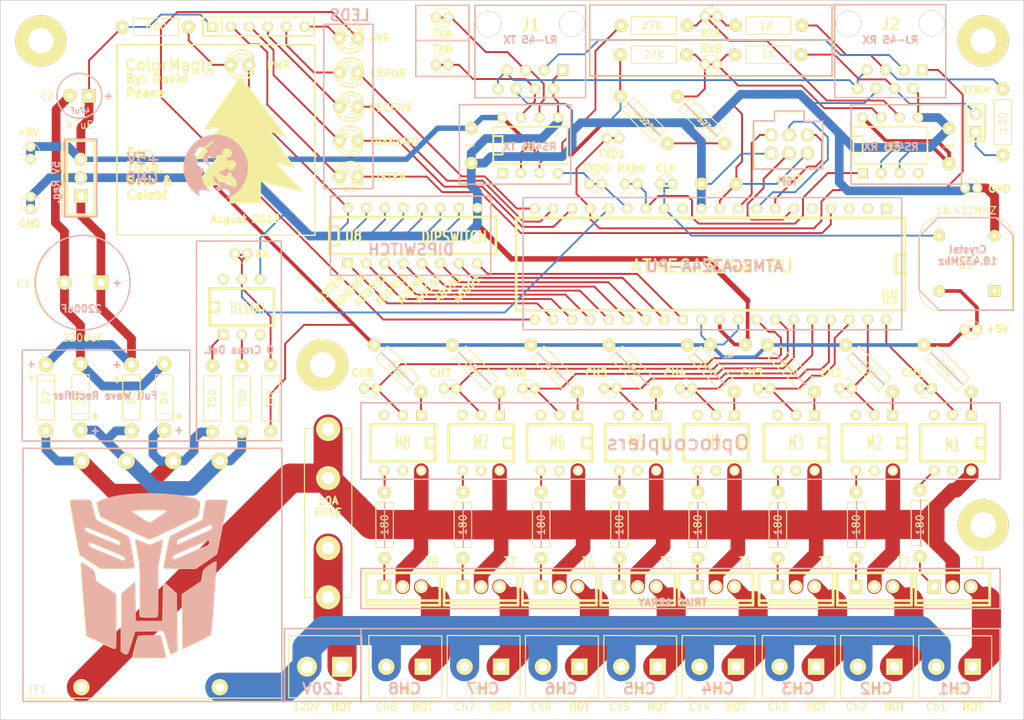
<source format=kicad_pcb>
(kicad_pcb (version 3) (host pcbnew "(2013-07-07 BZR 4022)-stable")
  (layers (15 F.Cu signal hide) (0 B.Cu signal hide) (18 B.Paste user hide) (19 F.Paste user hide) (20 B.SilkS user) (21 F.SilkS user) (22 B.Mask user hide) (23 F.Mask user hide) (28 Edge.Cuts user))
  (net 0 "")
  (net 1 +5V)
  (net 2 GND)
  (net 3 N-000001)
  (net 4 N-0000010)
  (net 5 N-00000107)
  (net 6 N-00000108)
  (net 7 N-00000109)
  (net 8 N-0000011)
  (net 9 N-00000110)
  (net 10 N-00000111)
  (net 11 N-00000112)
  (net 12 N-00000113)
  (net 13 N-00000114)
  (net 14 N-0000012)
  (net 15 N-0000013)
  (net 16 N-0000014)
  (net 17 N-0000015)
  (net 18 N-0000016)
  (net 19 N-0000017)
  (net 20 N-0000018)
  (net 21 N-0000019)
  (net 22 N-000002)
  (net 23 N-0000020)
  (net 24 N-0000021)
  (net 25 N-0000022)
  (net 26 N-0000023)
  (net 27 N-0000024)
  (net 28 N-0000025)
  (net 29 N-0000026)
  (net 30 N-0000027)
  (net 31 N-0000028)
  (net 32 N-0000029)
  (net 33 N-000003)
  (net 34 N-0000030)
  (net 35 N-0000031)
  (net 36 N-0000032)
  (net 37 N-0000033)
  (net 38 N-0000034)
  (net 39 N-0000035)
  (net 40 N-0000036)
  (net 41 N-0000037)
  (net 42 N-0000038)
  (net 43 N-0000039)
  (net 44 N-000004)
  (net 45 N-0000040)
  (net 46 N-0000041)
  (net 47 N-0000042)
  (net 48 N-0000043)
  (net 49 N-0000044)
  (net 50 N-0000045)
  (net 51 N-0000046)
  (net 52 N-0000047)
  (net 53 N-0000048)
  (net 54 N-0000049)
  (net 55 N-000005)
  (net 56 N-0000050)
  (net 57 N-0000051)
  (net 58 N-0000052)
  (net 59 N-0000053)
  (net 60 N-0000054)
  (net 61 N-0000055)
  (net 62 N-0000056)
  (net 63 N-0000057)
  (net 64 N-0000058)
  (net 65 N-0000059)
  (net 66 N-000006)
  (net 67 N-0000060)
  (net 68 N-0000061)
  (net 69 N-0000062)
  (net 70 N-0000063)
  (net 71 N-0000065)
  (net 72 N-0000066)
  (net 73 N-0000067)
  (net 74 N-0000068)
  (net 75 N-0000069)
  (net 76 N-000007)
  (net 77 N-0000071)
  (net 78 N-0000072)
  (net 79 N-0000073)
  (net 80 N-0000074)
  (net 81 N-0000075)
  (net 82 N-0000076)
  (net 83 N-0000077)
  (net 84 N-0000079)
  (net 85 N-000008)
  (net 86 N-0000082)
  (net 87 N-0000089)
  (net 88 N-000009)
  (module Resisitor (layer F.Cu) (at 264.25 126.75 135)
    (fp_text reference R101 hide)
    (fp_text value 680 (at 0.176777 -0.176777 135) (layer F.SilkS))
    (pad 1 thru_hole circle (at -4.6 0 135) (size 1.75 1.75) (drill 0.75) (layers *.Cu *.Mask F.SilkS) (net 88 N-000009))
    (pad 2 thru_hole circle (at 4.5 0 135) (size 1.75 1.75) (drill 0.75) (layers *.Cu *.Mask F.SilkS) (net 1 +5V))
  )
  (module Resisitor (layer F.Cu) (at 221 126.75 135)
    (fp_text reference R105 hide)
    (fp_text value 680 (at 0 0 135) (layer F.SilkS))
    (pad 1 thru_hole circle (at -4.6 0 135) (size 1.75 1.75) (drill 0.75) (layers *.Cu *.Mask F.SilkS) (net 55 N-000005))
    (pad 2 thru_hole circle (at 4.5 0 135) (size 1.75 1.75) (drill 0.75) (layers *.Cu *.Mask F.SilkS) (net 1 +5V))
  )
  (module Resisitor (layer F.Cu) (at 199.5 126.75 135)
    (fp_text reference R107 hide)
    (fp_text value 680 (at 0.176777 -0.176777 135) (layer F.SilkS))
    (pad 1 thru_hole circle (at -4.6 0 135) (size 1.75 1.75) (drill 0.75) (layers *.Cu *.Mask F.SilkS) (net 33 N-000003))
    (pad 2 thru_hole circle (at 4.5 0 135) (size 1.75 1.75) (drill 0.75) (layers *.Cu *.Mask F.SilkS) (net 1 +5V))
  )
  (module Resisitor (layer F.Cu) (at 271.875 93 270)
    (fp_text reference R451 hide)
    (fp_text value 120 (at 0 0 270) (layer F.SilkS))
    (pad 1 thru_hole circle (at -4.6 0 270) (size 1.75 1.75) (drill 0.75) (layers *.Cu *.Mask F.SilkS) (net 57 N-0000051))
    (pad 2 thru_hole circle (at 4.5 0 270) (size 1.75 1.75) (drill 0.75) (layers *.Cu *.Mask F.SilkS) (net 28 N-0000025))
  )
  (module TO220_VERT (layer F.Cu) (at 189.5 156.75 270)
    (fp_text reference T8 (at -3.25 -4 360) (layer F.SilkS) (effects (font (size 1.524 1.016) (thickness 0.2032))))
    (fp_text value BTA06 hide)
    (pad 2 thru_hole circle (at 0 -2.54 270) (size 1.778 1.778) (drill 1.016) (layers *.Cu *.Mask F.SilkS) (net 43 N-0000039))
    (pad 3 thru_hole circle (at 0 0 270) (size 1.778 1.778) (drill 1.016) (layers *.Cu *.Mask F.SilkS) (net 87 N-0000089))
    (pad 1 thru_hole rect (at 0 2.54 270) (size 1.778 1.778) (drill 1.016) (layers *.Cu *.Mask F.SilkS) (net 24 N-0000021))
  )
  (module TO220_VERT (layer F.Cu) (at 200.25 156.75 270)
    (fp_text reference T7 (at -3.25 -4 360) (layer F.SilkS) (effects (font (size 1.524 1.016) (thickness 0.2032))))
    (fp_text value BTA06 hide)
    (pad 2 thru_hole circle (at 0 -2.54 270) (size 1.778 1.778) (drill 1.016) (layers *.Cu *.Mask F.SilkS) (net 37 N-0000033))
    (pad 3 thru_hole circle (at 0 0 270) (size 1.778 1.778) (drill 1.016) (layers *.Cu *.Mask F.SilkS) (net 87 N-0000089))
    (pad 1 thru_hole rect (at 0 2.54 270) (size 1.778 1.778) (drill 1.016) (layers *.Cu *.Mask F.SilkS) (net 21 N-0000019))
  )
  (module TO220_VERT (layer F.Cu) (at 211 156.75 270)
    (fp_text reference T6 (at -3.25 -4 360) (layer F.SilkS) (effects (font (size 1.524 1.016) (thickness 0.2032))))
    (fp_text value BTA06 hide)
    (pad 2 thru_hole circle (at 0 -2.54 270) (size 1.778 1.778) (drill 1.016) (layers *.Cu *.Mask F.SilkS) (net 38 N-0000034))
    (pad 3 thru_hole circle (at 0 0 270) (size 1.778 1.778) (drill 1.016) (layers *.Cu *.Mask F.SilkS) (net 87 N-0000089))
    (pad 1 thru_hole rect (at 0 2.54 270) (size 1.778 1.778) (drill 1.016) (layers *.Cu *.Mask F.SilkS) (net 19 N-0000017))
  )
  (module TO220_VERT (layer F.Cu) (at 221.75 156.75 270)
    (fp_text reference T5 (at -3.25 -4 360) (layer F.SilkS) (effects (font (size 1.524 1.016) (thickness 0.2032))))
    (fp_text value BTA06 hide)
    (pad 2 thru_hole circle (at 0 -2.54 270) (size 1.778 1.778) (drill 1.016) (layers *.Cu *.Mask F.SilkS) (net 39 N-0000035))
    (pad 3 thru_hole circle (at 0 0 270) (size 1.778 1.778) (drill 1.016) (layers *.Cu *.Mask F.SilkS) (net 87 N-0000089))
    (pad 1 thru_hole rect (at 0 2.54 270) (size 1.778 1.778) (drill 1.016) (layers *.Cu *.Mask F.SilkS) (net 17 N-0000015))
  )
  (module TO220_VERT (layer F.Cu) (at 232.5 156.75 270)
    (fp_text reference T4 (at -3.25 -4 360) (layer F.SilkS) (effects (font (size 1.524 1.016) (thickness 0.2032))))
    (fp_text value BTA06 hide)
    (pad 2 thru_hole circle (at 0 -2.54 270) (size 1.778 1.778) (drill 1.016) (layers *.Cu *.Mask F.SilkS) (net 40 N-0000036))
    (pad 3 thru_hole circle (at 0 0 270) (size 1.778 1.778) (drill 1.016) (layers *.Cu *.Mask F.SilkS) (net 87 N-0000089))
    (pad 1 thru_hole rect (at 0 2.54 270) (size 1.778 1.778) (drill 1.016) (layers *.Cu *.Mask F.SilkS) (net 15 N-0000013))
  )
  (module TO220_VERT (layer F.Cu) (at 243.5 156.75 270)
    (fp_text reference T3 (at -3.25 -4 360) (layer F.SilkS) (effects (font (size 1.524 1.016) (thickness 0.2032))))
    (fp_text value BTA06 hide)
    (pad 2 thru_hole circle (at 0 -2.54 270) (size 1.778 1.778) (drill 1.016) (layers *.Cu *.Mask F.SilkS) (net 41 N-0000037))
    (pad 3 thru_hole circle (at 0 0 270) (size 1.778 1.778) (drill 1.016) (layers *.Cu *.Mask F.SilkS) (net 87 N-0000089))
    (pad 1 thru_hole rect (at 0 2.54 270) (size 1.778 1.778) (drill 1.016) (layers *.Cu *.Mask F.SilkS) (net 49 N-0000044))
  )
  (module TO220_VERT (layer F.Cu) (at 254.25 156.75 270)
    (fp_text reference T2 (at -3.25 -4 360) (layer F.SilkS) (effects (font (size 1.524 1.016) (thickness 0.2032))))
    (fp_text value BTA06 hide)
    (pad 2 thru_hole circle (at 0 -2.54 270) (size 1.778 1.778) (drill 1.016) (layers *.Cu *.Mask F.SilkS) (net 42 N-0000038))
    (pad 3 thru_hole circle (at 0 0 270) (size 1.778 1.778) (drill 1.016) (layers *.Cu *.Mask F.SilkS) (net 87 N-0000089))
    (pad 1 thru_hole rect (at 0 2.54 270) (size 1.778 1.778) (drill 1.016) (layers *.Cu *.Mask F.SilkS) (net 47 N-0000042))
  )
  (module TO220_VERT (layer F.Cu) (at 265 156.75 270)
    (fp_text reference T1 (at -3.25 -3.75 360) (layer F.SilkS) (effects (font (size 1.524 1.016) (thickness 0.2032))))
    (fp_text value BTA06 hide)
    (pad 2 thru_hole circle (at 0 -2.54 270) (size 1.778 1.778) (drill 1.016) (layers *.Cu *.Mask F.SilkS) (net 30 N-0000027))
    (pad 3 thru_hole circle (at 0 0 270) (size 1.778 1.778) (drill 1.016) (layers *.Cu *.Mask F.SilkS) (net 87 N-0000089))
    (pad 1 thru_hole rect (at 0 2.54 270) (size 1.778 1.778) (drill 1.016) (layers *.Cu *.Mask F.SilkS) (net 36 N-0000032))
  )
  (module LED-3MM (layer F.Cu) (at 182.05 81.425)
    (fp_text reference D12 hide)
    (fp_text value LED hide)
    (pad 1 thru_hole circle (at -1.27 0) (size 1.6764 1.6764) (drill 0.8128) (layers *.Cu *.Mask F.SilkS) (net 67 N-0000060))
    (pad 2 thru_hole circle (at 1.27 0) (size 1.6764 1.6764) (drill 0.8128) (layers *.Cu *.Mask F.SilkS) (net 54 N-0000049))
  )
  (module LED-3MM (layer F.Cu) (at 182.05 100.45)
    (fp_text reference D8 hide)
    (fp_text value LED hide)
    (pad 1 thru_hole circle (at -1.27 0) (size 1.6764 1.6764) (drill 0.8128) (layers *.Cu *.Mask F.SilkS) (net 69 N-0000062))
    (pad 2 thru_hole circle (at 1.27 0) (size 1.6764 1.6764) (drill 0.8128) (layers *.Cu *.Mask F.SilkS) (net 70 N-0000063))
  )
  (module LED-3MM (layer F.Cu) (at 182.05 95.525)
    (fp_text reference D9 hide)
    (fp_text value LED hide)
    (pad 1 thru_hole circle (at -1.27 0) (size 1.6764 1.6764) (drill 0.8128) (layers *.Cu *.Mask F.SilkS) (net 68 N-0000061))
    (pad 2 thru_hole circle (at 1.27 0) (size 1.6764 1.6764) (drill 0.8128) (layers *.Cu *.Mask F.SilkS) (net 51 N-0000046))
  )
  (module LED-3MM (layer F.Cu) (at 182.05 90.85)
    (fp_text reference D10 hide)
    (fp_text value LED hide)
    (pad 1 thru_hole circle (at -1.27 0) (size 1.6764 1.6764) (drill 0.8128) (layers *.Cu *.Mask F.SilkS) (net 65 N-0000059))
    (pad 2 thru_hole circle (at 1.27 0) (size 1.6764 1.6764) (drill 0.8128) (layers *.Cu *.Mask F.SilkS) (net 52 N-0000047))
  )
  (module LED-3MM (layer F.Cu) (at 167.1 85.1)
    (fp_text reference D5 hide)
    (fp_text value PWR hide)
    (pad 1 thru_hole circle (at -1.27 0) (size 1.6764 1.6764) (drill 0.8128) (layers *.Cu *.Mask F.SilkS) (net 27 N-0000024))
    (pad 2 thru_hole circle (at 1.27 0) (size 1.6764 1.6764) (drill 0.8128) (layers *.Cu *.Mask F.SilkS) (net 2 GND))
  )
  (module LED-3MM (layer F.Cu) (at 182.05 86.15)
    (fp_text reference D11 hide)
    (fp_text value LED hide)
    (pad 1 thru_hole circle (at -1.27 0) (size 1.6764 1.6764) (drill 0.8128) (layers *.Cu *.Mask F.SilkS) (net 58 N-0000052))
    (pad 2 thru_hole circle (at 1.27 0) (size 1.6764 1.6764) (drill 0.8128) (layers *.Cu *.Mask F.SilkS) (net 53 N-0000048))
  )
  (module DIP-8__300 (layer F.Cu) (at 256.45 96.15)
    (fp_text reference U3 (at 0.25 0.25) (layer F.SilkS) (effects (font (size 1.27 1.143) (thickness 0.2032))))
    (fp_text value SN65LBC176AP hide)
    (pad 1 thru_hole rect (at -3.81 3.81) (size 1.397 1.397) (drill 0.8128) (layers *.Cu *.Mask F.SilkS) (net 72 N-0000066))
    (pad 2 thru_hole circle (at -1.27 3.81) (size 1.397 1.397) (drill 0.8128) (layers *.Cu *.Mask F.SilkS) (net 2 GND))
    (pad 3 thru_hole circle (at 1.27 3.81) (size 1.397 1.397) (drill 0.8128) (layers *.Cu *.Mask F.SilkS) (net 2 GND))
    (pad 4 thru_hole circle (at 3.81 3.81) (size 1.397 1.397) (drill 0.8128) (layers *.Cu *.Mask F.SilkS))
    (pad 5 thru_hole circle (at 3.81 -3.81) (size 1.397 1.397) (drill 0.8128) (layers *.Cu *.Mask F.SilkS) (net 2 GND))
    (pad 6 thru_hole circle (at 1.27 -3.81) (size 1.397 1.397) (drill 0.8128) (layers *.Cu *.Mask F.SilkS) (net 73 N-0000067))
    (pad 7 thru_hole circle (at -1.27 -3.81) (size 1.397 1.397) (drill 0.8128) (layers *.Cu *.Mask F.SilkS) (net 78 N-0000072))
    (pad 8 thru_hole circle (at -3.81 -3.81) (size 1.397 1.397) (drill 0.8128) (layers *.Cu *.Mask F.SilkS) (net 1 +5V))
  )
  (module DIP-8__300 (layer F.Cu) (at 207 96.15)
    (fp_text reference U4 (at 0 0.25) (layer F.SilkS) (effects (font (size 1.27 1.143) (thickness 0.2032))))
    (fp_text value SN65LBC176AP hide)
    (pad 1 thru_hole rect (at -3.81 3.81) (size 1.397 1.397) (drill 0.8128) (layers *.Cu *.Mask F.SilkS))
    (pad 2 thru_hole circle (at -1.27 3.81) (size 1.397 1.397) (drill 0.8128) (layers *.Cu *.Mask F.SilkS) (net 1 +5V))
    (pad 3 thru_hole circle (at 1.27 3.81) (size 1.397 1.397) (drill 0.8128) (layers *.Cu *.Mask F.SilkS) (net 1 +5V))
    (pad 4 thru_hole circle (at 3.81 3.81) (size 1.397 1.397) (drill 0.8128) (layers *.Cu *.Mask F.SilkS) (net 71 N-0000065))
    (pad 5 thru_hole circle (at 3.81 -3.81) (size 1.397 1.397) (drill 0.8128) (layers *.Cu *.Mask F.SilkS) (net 2 GND))
    (pad 6 thru_hole circle (at 1.27 -3.81) (size 1.397 1.397) (drill 0.8128) (layers *.Cu *.Mask F.SilkS) (net 34 N-0000030))
    (pad 7 thru_hole circle (at -1.27 -3.81) (size 1.397 1.397) (drill 0.8128) (layers *.Cu *.Mask F.SilkS) (net 32 N-0000029))
    (pad 8 thru_hole circle (at -3.81 -3.81) (size 1.397 1.397) (drill 0.8128) (layers *.Cu *.Mask F.SilkS) (net 1 +5V))
  )
  (module DIP-6__300 (layer F.Cu) (at 265 137 180)
    (fp_text reference M1 (at 0 -0.25 180) (layer F.SilkS) (effects (font (size 1.905 1.016) (thickness 0.2032))))
    (fp_text value MOC3023 hide)
    (pad 1 thru_hole rect (at -2.54 3.81 180) (size 1.397 1.397) (drill 0.8128) (layers *.Cu *.Mask F.SilkS) (net 88 N-000009))
    (pad 2 thru_hole circle (at 0 3.81 180) (size 1.397 1.397) (drill 0.8128) (layers *.Cu *.Mask F.SilkS) (net 10 N-00000111))
    (pad 3 thru_hole circle (at 2.54 3.81 180) (size 1.397 1.397) (drill 0.8128) (layers *.Cu *.Mask F.SilkS))
    (pad 4 thru_hole circle (at 2.54 -3.81 180) (size 1.397 1.397) (drill 0.8128) (layers *.Cu *.Mask F.SilkS) (net 45 N-0000040))
    (pad 5 thru_hole circle (at 0 -3.81 180) (size 1.397 1.397) (drill 0.8128) (layers *.Cu *.Mask F.SilkS))
    (pad 6 thru_hole circle (at -2.54 -3.81 180) (size 1.397 1.397) (drill 0.8128) (layers *.Cu *.Mask F.SilkS) (net 87 N-0000089))
  )
  (module DIP-6__300 (layer F.Cu) (at 221.75 137 180)
    (fp_text reference M5 (at 0.25 0 180) (layer F.SilkS) (effects (font (size 1.905 1.016) (thickness 0.2032))))
    (fp_text value MOC3023 hide)
    (pad 1 thru_hole rect (at -2.54 3.81 180) (size 1.397 1.397) (drill 0.8128) (layers *.Cu *.Mask F.SilkS) (net 55 N-000005))
    (pad 2 thru_hole circle (at 0 3.81 180) (size 1.397 1.397) (drill 0.8128) (layers *.Cu *.Mask F.SilkS) (net 7 N-00000109))
    (pad 3 thru_hole circle (at 2.54 3.81 180) (size 1.397 1.397) (drill 0.8128) (layers *.Cu *.Mask F.SilkS))
    (pad 4 thru_hole circle (at 2.54 -3.81 180) (size 1.397 1.397) (drill 0.8128) (layers *.Cu *.Mask F.SilkS) (net 16 N-0000014))
    (pad 5 thru_hole circle (at 0 -3.81 180) (size 1.397 1.397) (drill 0.8128) (layers *.Cu *.Mask F.SilkS))
    (pad 6 thru_hole circle (at -2.54 -3.81 180) (size 1.397 1.397) (drill 0.8128) (layers *.Cu *.Mask F.SilkS) (net 87 N-0000089))
  )
  (module DIP-6__300 (layer F.Cu) (at 232.5 137 180)
    (fp_text reference M4 (at 0.25 0 180) (layer F.SilkS) (effects (font (size 1.905 1.016) (thickness 0.2032))))
    (fp_text value MOC3023 hide)
    (pad 1 thru_hole rect (at -2.54 3.81 180) (size 1.397 1.397) (drill 0.8128) (layers *.Cu *.Mask F.SilkS) (net 66 N-000006))
    (pad 2 thru_hole circle (at 0 3.81 180) (size 1.397 1.397) (drill 0.8128) (layers *.Cu *.Mask F.SilkS) (net 13 N-00000114))
    (pad 3 thru_hole circle (at 2.54 3.81 180) (size 1.397 1.397) (drill 0.8128) (layers *.Cu *.Mask F.SilkS))
    (pad 4 thru_hole circle (at 2.54 -3.81 180) (size 1.397 1.397) (drill 0.8128) (layers *.Cu *.Mask F.SilkS) (net 26 N-0000023))
    (pad 5 thru_hole circle (at 0 -3.81 180) (size 1.397 1.397) (drill 0.8128) (layers *.Cu *.Mask F.SilkS))
    (pad 6 thru_hole circle (at -2.54 -3.81 180) (size 1.397 1.397) (drill 0.8128) (layers *.Cu *.Mask F.SilkS) (net 87 N-0000089))
  )
  (module DIP-6__300 (layer F.Cu) (at 243.5 137 180)
    (fp_text reference M3 (at 0 0 180) (layer F.SilkS) (effects (font (size 1.905 1.016) (thickness 0.2032))))
    (fp_text value MOC3023 hide)
    (pad 1 thru_hole rect (at -2.54 3.81 180) (size 1.397 1.397) (drill 0.8128) (layers *.Cu *.Mask F.SilkS) (net 76 N-000007))
    (pad 2 thru_hole circle (at 0 3.81 180) (size 1.397 1.397) (drill 0.8128) (layers *.Cu *.Mask F.SilkS) (net 12 N-00000113))
    (pad 3 thru_hole circle (at 2.54 3.81 180) (size 1.397 1.397) (drill 0.8128) (layers *.Cu *.Mask F.SilkS))
    (pad 4 thru_hole circle (at 2.54 -3.81 180) (size 1.397 1.397) (drill 0.8128) (layers *.Cu *.Mask F.SilkS) (net 48 N-0000043))
    (pad 5 thru_hole circle (at 0 -3.81 180) (size 1.397 1.397) (drill 0.8128) (layers *.Cu *.Mask F.SilkS))
    (pad 6 thru_hole circle (at -2.54 -3.81 180) (size 1.397 1.397) (drill 0.8128) (layers *.Cu *.Mask F.SilkS) (net 87 N-0000089))
  )
  (module DIP-6__300 (layer F.Cu) (at 167.4 118.35)
    (fp_text reference U2 hide)
    (fp_text value H11AA1 (at 0.9 0.19) (layer F.SilkS) (effects (font (size 1.524 0.889) (thickness 0.2032))))
    (pad 1 thru_hole rect (at -2.54 3.81) (size 1.397 1.397) (drill 0.8128) (layers *.Cu *.Mask F.SilkS) (net 3 N-000001))
    (pad 2 thru_hole circle (at 0 3.81) (size 1.397 1.397) (drill 0.8128) (layers *.Cu *.Mask F.SilkS) (net 4 N-0000010))
    (pad 3 thru_hole circle (at 2.54 3.81) (size 1.397 1.397) (drill 0.8128) (layers *.Cu *.Mask F.SilkS))
    (pad 4 thru_hole circle (at 2.54 -3.81) (size 1.397 1.397) (drill 0.8128) (layers *.Cu *.Mask F.SilkS) (net 2 GND))
    (pad 5 thru_hole circle (at 0 -3.81) (size 1.397 1.397) (drill 0.8128) (layers *.Cu *.Mask F.SilkS) (net 25 N-0000022))
    (pad 6 thru_hole circle (at -2.54 -3.81) (size 1.397 1.397) (drill 0.8128) (layers *.Cu *.Mask F.SilkS))
  )
  (module DIP-6__300 (layer F.Cu) (at 254.25 137 180)
    (fp_text reference M2 (at 0 0 180) (layer F.SilkS) (effects (font (size 1.905 1.016) (thickness 0.2032))))
    (fp_text value MOC3023 hide)
    (pad 1 thru_hole rect (at -2.54 3.81 180) (size 1.397 1.397) (drill 0.8128) (layers *.Cu *.Mask F.SilkS) (net 85 N-000008))
    (pad 2 thru_hole circle (at 0 3.81 180) (size 1.397 1.397) (drill 0.8128) (layers *.Cu *.Mask F.SilkS) (net 11 N-00000112))
    (pad 3 thru_hole circle (at 2.54 3.81 180) (size 1.397 1.397) (drill 0.8128) (layers *.Cu *.Mask F.SilkS))
    (pad 4 thru_hole circle (at 2.54 -3.81 180) (size 1.397 1.397) (drill 0.8128) (layers *.Cu *.Mask F.SilkS) (net 46 N-0000041))
    (pad 5 thru_hole circle (at 0 -3.81 180) (size 1.397 1.397) (drill 0.8128) (layers *.Cu *.Mask F.SilkS))
    (pad 6 thru_hole circle (at -2.54 -3.81 180) (size 1.397 1.397) (drill 0.8128) (layers *.Cu *.Mask F.SilkS) (net 87 N-0000089))
  )
  (module DIP-6__300 (layer F.Cu) (at 189.5 137 180)
    (fp_text reference M8 (at 0 0 180) (layer F.SilkS) (effects (font (size 1.905 1.016) (thickness 0.2032))))
    (fp_text value MOC3023 hide)
    (pad 1 thru_hole rect (at -2.54 3.81 180) (size 1.397 1.397) (drill 0.8128) (layers *.Cu *.Mask F.SilkS) (net 22 N-000002))
    (pad 2 thru_hole circle (at 0 3.81 180) (size 1.397 1.397) (drill 0.8128) (layers *.Cu *.Mask F.SilkS) (net 6 N-00000108))
    (pad 3 thru_hole circle (at 2.54 3.81 180) (size 1.397 1.397) (drill 0.8128) (layers *.Cu *.Mask F.SilkS))
    (pad 4 thru_hole circle (at 2.54 -3.81 180) (size 1.397 1.397) (drill 0.8128) (layers *.Cu *.Mask F.SilkS) (net 23 N-0000020))
    (pad 5 thru_hole circle (at 0 -3.81 180) (size 1.397 1.397) (drill 0.8128) (layers *.Cu *.Mask F.SilkS))
    (pad 6 thru_hole circle (at -2.54 -3.81 180) (size 1.397 1.397) (drill 0.8128) (layers *.Cu *.Mask F.SilkS) (net 87 N-0000089))
  )
  (module DIP-6__300 (layer F.Cu) (at 211 137 180)
    (fp_text reference M6 (at 0.25 0 180) (layer F.SilkS) (effects (font (size 1.905 1.016) (thickness 0.2032))))
    (fp_text value MOC3023 hide)
    (pad 1 thru_hole rect (at -2.54 3.81 180) (size 1.397 1.397) (drill 0.8128) (layers *.Cu *.Mask F.SilkS) (net 44 N-000004))
    (pad 2 thru_hole circle (at 0 3.81 180) (size 1.397 1.397) (drill 0.8128) (layers *.Cu *.Mask F.SilkS) (net 5 N-00000107))
    (pad 3 thru_hole circle (at 2.54 3.81 180) (size 1.397 1.397) (drill 0.8128) (layers *.Cu *.Mask F.SilkS))
    (pad 4 thru_hole circle (at 2.54 -3.81 180) (size 1.397 1.397) (drill 0.8128) (layers *.Cu *.Mask F.SilkS) (net 18 N-0000016))
    (pad 5 thru_hole circle (at 0 -3.81 180) (size 1.397 1.397) (drill 0.8128) (layers *.Cu *.Mask F.SilkS))
    (pad 6 thru_hole circle (at -2.54 -3.81 180) (size 1.397 1.397) (drill 0.8128) (layers *.Cu *.Mask F.SilkS) (net 87 N-0000089))
  )
  (module DIP-6__300 (layer F.Cu) (at 200.25 137 180)
    (fp_text reference M7 (at 0 0 180) (layer F.SilkS) (effects (font (size 1.905 1.016) (thickness 0.2032))))
    (fp_text value MOC3023 hide)
    (pad 1 thru_hole rect (at -2.54 3.81 180) (size 1.397 1.397) (drill 0.8128) (layers *.Cu *.Mask F.SilkS) (net 33 N-000003))
    (pad 2 thru_hole circle (at 0 3.81 180) (size 1.397 1.397) (drill 0.8128) (layers *.Cu *.Mask F.SilkS) (net 9 N-00000110))
    (pad 3 thru_hole circle (at 2.54 3.81 180) (size 1.397 1.397) (drill 0.8128) (layers *.Cu *.Mask F.SilkS))
    (pad 4 thru_hole circle (at 2.54 -3.81 180) (size 1.397 1.397) (drill 0.8128) (layers *.Cu *.Mask F.SilkS) (net 20 N-0000018))
    (pad 5 thru_hole circle (at 0 -3.81 180) (size 1.397 1.397) (drill 0.8128) (layers *.Cu *.Mask F.SilkS))
    (pad 6 thru_hole circle (at -2.54 -3.81 180) (size 1.397 1.397) (drill 0.8128) (layers *.Cu *.Mask F.SilkS) (net 87 N-0000089))
  )
  (module DIP-16__300 (layer F.Cu) (at 190.85 108.55)
    (fp_text reference U8 (at -8.13 0.02) (layer F.SilkS) (effects (font (size 1.524 1.143) (thickness 0.3048))))
    (fp_text value DIPSWITCH (at 5.695 0.195) (layer F.SilkS) (effects (font (size 1.524 1.143) (thickness 0.3048))))
    (pad 1 thru_hole rect (at -8.89 3.81) (size 1.397 1.397) (drill 0.8128) (layers *.Cu *.Mask F.SilkS) (net 79 N-0000073))
    (pad 2 thru_hole circle (at -6.35 3.81) (size 1.397 1.397) (drill 0.8128) (layers *.Cu *.Mask F.SilkS) (net 80 N-0000074))
    (pad 3 thru_hole circle (at -3.81 3.81) (size 1.397 1.397) (drill 0.8128) (layers *.Cu *.Mask F.SilkS) (net 59 N-0000053))
    (pad 4 thru_hole circle (at -1.27 3.81) (size 1.397 1.397) (drill 0.8128) (layers *.Cu *.Mask F.SilkS) (net 60 N-0000054))
    (pad 5 thru_hole circle (at 1.27 3.81) (size 1.397 1.397) (drill 0.8128) (layers *.Cu *.Mask F.SilkS) (net 61 N-0000055))
    (pad 6 thru_hole circle (at 3.81 3.81) (size 1.397 1.397) (drill 0.8128) (layers *.Cu *.Mask F.SilkS) (net 62 N-0000056))
    (pad 7 thru_hole circle (at 6.35 3.81) (size 1.397 1.397) (drill 0.8128) (layers *.Cu *.Mask F.SilkS) (net 63 N-0000057))
    (pad 8 thru_hole circle (at 8.89 3.81) (size 1.397 1.397) (drill 0.8128) (layers *.Cu *.Mask F.SilkS) (net 64 N-0000058))
    (pad 9 thru_hole circle (at 8.89 -3.81) (size 1.397 1.397) (drill 0.8128) (layers *.Cu *.Mask F.SilkS) (net 2 GND))
    (pad 10 thru_hole circle (at 6.35 -3.81) (size 1.397 1.397) (drill 0.8128) (layers *.Cu *.Mask F.SilkS) (net 2 GND))
    (pad 11 thru_hole circle (at 3.81 -3.81) (size 1.397 1.397) (drill 0.8128) (layers *.Cu *.Mask F.SilkS) (net 2 GND))
    (pad 12 thru_hole circle (at 1.27 -3.81) (size 1.397 1.397) (drill 0.8128) (layers *.Cu *.Mask F.SilkS) (net 2 GND))
    (pad 13 thru_hole circle (at -1.27 -3.81) (size 1.397 1.397) (drill 0.8128) (layers *.Cu *.Mask F.SilkS) (net 2 GND))
    (pad 14 thru_hole circle (at -3.81 -3.81) (size 1.397 1.397) (drill 0.8128) (layers *.Cu *.Mask F.SilkS) (net 2 GND))
    (pad 15 thru_hole circle (at -6.35 -3.81) (size 1.397 1.397) (drill 0.8128) (layers *.Cu *.Mask F.SilkS) (net 2 GND))
    (pad 16 thru_hole circle (at -8.89 -3.81) (size 1.397 1.397) (drill 0.8128) (layers *.Cu *.Mask F.SilkS) (net 2 GND))
  )
  (module Resisitor (layer F.Cu) (at 223.95 79.7 180)
    (fp_text reference R453 hide)
    (fp_text value 27K (at 0.25 0 180) (layer F.SilkS))
    (pad 1 thru_hole circle (at -4.6 0 180) (size 1.75 1.75) (drill 0.75) (layers *.Cu *.Mask F.SilkS) (net 73 N-0000067))
    (pad 2 thru_hole circle (at 4.5 0 180) (size 1.75 1.75) (drill 0.75) (layers *.Cu *.Mask F.SilkS) (net 1 +5V))
  )
  (module Resisitor (layer F.Cu) (at 210.25 126.75 135)
    (fp_text reference R106 hide)
    (fp_text value 680 (at -0.176777 -0.176777 135) (layer F.SilkS))
    (pad 1 thru_hole circle (at -4.6 0 135) (size 1.75 1.75) (drill 0.75) (layers *.Cu *.Mask F.SilkS) (net 44 N-000004))
    (pad 2 thru_hole circle (at 4.5 0 135) (size 1.75 1.75) (drill 0.75) (layers *.Cu *.Mask F.SilkS) (net 1 +5V))
  )
  (module Resisitor (layer F.Cu) (at 188.75 126.75 135)
    (fp_text reference R108 hide)
    (fp_text value 680 (at -0.176777 -0.176777 135) (layer F.SilkS))
    (pad 1 thru_hole circle (at -4.6 0 135) (size 1.75 1.75) (drill 0.75) (layers *.Cu *.Mask F.SilkS) (net 22 N-000002))
    (pad 2 thru_hole circle (at 4.5 0 135) (size 1.75 1.75) (drill 0.75) (layers *.Cu *.Mask F.SilkS) (net 1 +5V))
  )
  (module Resisitor (layer F.Cu) (at 167.4 130.9 90)
    (fp_text reference R3 hide)
    (fp_text value 750 (at -0.08 0.06 90) (layer F.SilkS))
    (pad 1 thru_hole circle (at -4.6 0 90) (size 1.75 1.75) (drill 0.75) (layers *.Cu *.Mask F.SilkS) (net 8 N-0000011))
    (pad 2 thru_hole circle (at 4.5 0 90) (size 1.75 1.75) (drill 0.75) (layers *.Cu *.Mask F.SilkS) (net 4 N-0000010))
  )
  (module Resisitor (layer F.Cu) (at 163.35 130.91 90)
    (fp_text reference R2 hide)
    (fp_text value 750 (at -0.08 -0.02 90) (layer F.SilkS))
    (pad 1 thru_hole circle (at -4.6 0 90) (size 1.75 1.75) (drill 0.75) (layers *.Cu *.Mask F.SilkS) (net 14 N-0000012))
    (pad 2 thru_hole circle (at 4.5 0 90) (size 1.75 1.75) (drill 0.75) (layers *.Cu *.Mask F.SilkS) (net 3 N-000001))
  )
  (module Resisitor (layer F.Cu) (at 223.95 83.7)
    (fp_text reference R455 hide)
    (fp_text value 27K (at 0 0) (layer F.SilkS))
    (pad 1 thru_hole circle (at -4.6 0) (size 1.75 1.75) (drill 0.75) (layers *.Cu *.Mask F.SilkS) (net 2 GND))
    (pad 2 thru_hole circle (at 4.5 0) (size 1.75 1.75) (drill 0.75) (layers *.Cu *.Mask F.SilkS) (net 78 N-0000072))
  )
  (module Resisitor (layer F.Cu) (at 239.7 83.7)
    (fp_text reference R454 hide)
    (fp_text value 1K (at 0 0) (layer F.SilkS))
    (pad 1 thru_hole circle (at -4.6 0) (size 1.75 1.75) (drill 0.75) (layers *.Cu *.Mask F.SilkS) (net 78 N-0000072))
    (pad 2 thru_hole circle (at 4.5 0) (size 1.75 1.75) (drill 0.75) (layers *.Cu *.Mask F.SilkS) (net 75 N-0000069))
  )
  (module Resisitor (layer F.Cu) (at 260.5 148 90)
    (fp_text reference R201 hide)
    (fp_text value 180 (at -0.25 0 90) (layer F.SilkS))
    (pad 1 thru_hole circle (at -4.6 0 90) (size 1.75 1.75) (drill 0.75) (layers *.Cu *.Mask F.SilkS) (net 36 N-0000032))
    (pad 2 thru_hole circle (at 4.5 0 90) (size 1.75 1.75) (drill 0.75) (layers *.Cu *.Mask F.SilkS) (net 45 N-0000040))
  )
  (module Resisitor (layer F.Cu) (at 239.7 79.7 180)
    (fp_text reference R452 hide)
    (fp_text value 1K (at 0.25 0 180) (layer F.SilkS))
    (pad 1 thru_hole circle (at -4.6 0 180) (size 1.75 1.75) (drill 0.75) (layers *.Cu *.Mask F.SilkS) (net 57 N-0000051))
    (pad 2 thru_hole circle (at 4.5 0 180) (size 1.75 1.75) (drill 0.75) (layers *.Cu *.Mask F.SilkS) (net 73 N-0000067))
  )
  (module Resisitor (layer F.Cu) (at 155.6 79.9)
    (fp_text reference R1 hide)
    (fp_text value 680 (at 0.05 -0.05) (layer F.SilkS))
    (pad 1 thru_hole circle (at -4.6 0) (size 1.75 1.75) (drill 0.75) (layers *.Cu *.Mask F.SilkS) (net 1 +5V))
    (pad 2 thru_hole circle (at 4.5 0) (size 1.75 1.75) (drill 0.75) (layers *.Cu *.Mask F.SilkS) (net 27 N-0000024))
  )
  (module Resisitor (layer F.Cu) (at 231.75 126.75 135)
    (fp_text reference R104 hide)
    (fp_text value 680 (at 0.176777 -0.176777 135) (layer F.SilkS))
    (pad 1 thru_hole circle (at -4.6 0 135) (size 1.75 1.75) (drill 0.75) (layers *.Cu *.Mask F.SilkS) (net 66 N-000006))
    (pad 2 thru_hole circle (at 4.5 0 135) (size 1.75 1.75) (drill 0.75) (layers *.Cu *.Mask F.SilkS) (net 1 +5V))
  )
  (module Resisitor (layer F.Cu) (at 242.75 126.75 135)
    (fp_text reference R103 hide)
    (fp_text value 680 (at 0.176777 -0.176777 135) (layer F.SilkS))
    (pad 1 thru_hole circle (at -4.6 0 135) (size 1.75 1.75) (drill 0.75) (layers *.Cu *.Mask F.SilkS) (net 76 N-000007))
    (pad 2 thru_hole circle (at 4.5 0 135) (size 1.75 1.75) (drill 0.75) (layers *.Cu *.Mask F.SilkS) (net 1 +5V))
  )
  (module Resisitor (layer F.Cu) (at 253.5 126.75 135)
    (fp_text reference R102 hide)
    (fp_text value 680 (at -0.176777 -0.176777 135) (layer F.SilkS))
    (pad 1 thru_hole circle (at -4.6 0 135) (size 1.75 1.75) (drill 0.75) (layers *.Cu *.Mask F.SilkS) (net 85 N-000008))
    (pad 2 thru_hole circle (at 4.5 0 135) (size 1.75 1.75) (drill 0.75) (layers *.Cu *.Mask F.SilkS) (net 1 +5V))
  )
  (module Resisitor (layer F.Cu) (at 251.75 148.25 90)
    (fp_text reference R202 hide)
    (fp_text value 180 (at 0 0 90) (layer F.SilkS))
    (pad 1 thru_hole circle (at -4.6 0 90) (size 1.75 1.75) (drill 0.75) (layers *.Cu *.Mask F.SilkS) (net 47 N-0000042))
    (pad 2 thru_hole circle (at 4.5 0 90) (size 1.75 1.75) (drill 0.75) (layers *.Cu *.Mask F.SilkS) (net 46 N-0000041))
  )
  (module Resisitor (layer F.Cu) (at 241 148.25 90)
    (fp_text reference R203 hide)
    (fp_text value 180 (at 0 0 90) (layer F.SilkS))
    (pad 1 thru_hole circle (at -4.6 0 90) (size 1.75 1.75) (drill 0.75) (layers *.Cu *.Mask F.SilkS) (net 49 N-0000044))
    (pad 2 thru_hole circle (at 4.5 0 90) (size 1.75 1.75) (drill 0.75) (layers *.Cu *.Mask F.SilkS) (net 48 N-0000043))
  )
  (module Resisitor (layer F.Cu) (at 230 148.25 90)
    (fp_text reference R204 hide)
    (fp_text value 180 (at 0 0 90) (layer F.SilkS))
    (pad 1 thru_hole circle (at -4.6 0 90) (size 1.75 1.75) (drill 0.75) (layers *.Cu *.Mask F.SilkS) (net 15 N-0000013))
    (pad 2 thru_hole circle (at 4.5 0 90) (size 1.75 1.75) (drill 0.75) (layers *.Cu *.Mask F.SilkS) (net 26 N-0000023))
  )
  (module Resisitor (layer F.Cu) (at 219.25 148.25 90)
    (fp_text reference R205 hide)
    (fp_text value 180 (at 0 0 90) (layer F.SilkS))
    (pad 1 thru_hole circle (at -4.6 0 90) (size 1.75 1.75) (drill 0.75) (layers *.Cu *.Mask F.SilkS) (net 17 N-0000015))
    (pad 2 thru_hole circle (at 4.5 0 90) (size 1.75 1.75) (drill 0.75) (layers *.Cu *.Mask F.SilkS) (net 16 N-0000014))
  )
  (module Resisitor (layer F.Cu) (at 208.5 148.25 90)
    (fp_text reference R206 hide)
    (fp_text value 180 (at 0 0 90) (layer F.SilkS))
    (pad 1 thru_hole circle (at -4.6 0 90) (size 1.75 1.75) (drill 0.75) (layers *.Cu *.Mask F.SilkS) (net 19 N-0000017))
    (pad 2 thru_hole circle (at 4.5 0 90) (size 1.75 1.75) (drill 0.75) (layers *.Cu *.Mask F.SilkS) (net 18 N-0000016))
  )
  (module Resisitor (layer F.Cu) (at 197.75 148.25 90)
    (fp_text reference R207 hide)
    (fp_text value 180 (at 0 0 90) (layer F.SilkS))
    (pad 1 thru_hole circle (at -4.6 0 90) (size 1.75 1.75) (drill 0.75) (layers *.Cu *.Mask F.SilkS) (net 21 N-0000019))
    (pad 2 thru_hole circle (at 4.5 0 90) (size 1.75 1.75) (drill 0.75) (layers *.Cu *.Mask F.SilkS) (net 20 N-0000018))
  )
  (module Resisitor (layer F.Cu) (at 187 148.25 90)
    (fp_text reference R208 hide)
    (fp_text value 180 (at 0 0 90) (layer F.SilkS))
    (pad 1 thru_hole circle (at -4.6 0 90) (size 1.75 1.75) (drill 0.75) (layers *.Cu *.Mask F.SilkS) (net 24 N-0000021))
    (pad 2 thru_hole circle (at 4.5 0 90) (size 1.75 1.75) (drill 0.75) (layers *.Cu *.Mask F.SilkS) (net 23 N-0000020))
  )
  (module Resisitor (layer F.Cu) (at 171.35 130.9 270)
    (fp_text reference R4 hide)
    (fp_text value 27K (at 0 0 270) (layer F.SilkS))
    (pad 1 thru_hole circle (at -4.6 0 270) (size 1.75 1.75) (drill 0.75) (layers *.Cu *.Mask F.SilkS) (net 25 N-0000022))
    (pad 2 thru_hole circle (at 4.5 0 270) (size 1.75 1.75) (drill 0.75) (layers *.Cu *.Mask F.SilkS) (net 1 +5V))
  )
  (module r_pack5 (layer F.Cu) (at 169.7 79.85)
    (fp_text reference RN1 hide)
    (fp_text value RESISTOR_NET hide)
    (pad 1 thru_hole rect (at -6.35 0) (size 1.397 1.397) (drill 0.8128) (layers *.Cu *.Mask F.SilkS) (net 1 +5V))
    (pad 2 thru_hole circle (at -3.81 0) (size 1.397 1.397) (drill 0.8128) (layers *.Cu *.Mask F.SilkS) (net 69 N-0000062))
    (pad 3 thru_hole circle (at -1.27 0) (size 1.397 1.397) (drill 0.8128) (layers *.Cu *.Mask F.SilkS) (net 68 N-0000061))
    (pad 4 thru_hole circle (at 1.27 0) (size 1.397 1.397) (drill 0.8128) (layers *.Cu *.Mask F.SilkS) (net 65 N-0000059))
    (pad 5 thru_hole circle (at 3.81 0) (size 1.397 1.397) (drill 0.8128) (layers *.Cu *.Mask F.SilkS) (net 58 N-0000052))
    (pad 6 thru_hole circle (at 6.35 0) (size 1.397 1.397) (drill 0.8128) (layers *.Cu *.Mask F.SilkS) (net 67 N-0000060))
  )
  (module 10A_FUSE (layer F.Cu) (at 179.25 145.75 90)
    (fp_text reference F1 hide)
    (fp_text value 10A_FUSE hide)
    (pad 1 thru_hole circle (at -12.45 0 90) (size 3.3 3.3) (drill 1.7) (layers *.Cu *.Mask F.SilkS) (net 50 N-0000045))
    (pad 1 thru_hole circle (at -5.7 0 90) (size 3.3 3.3) (drill 1.7) (layers *.Cu *.Mask F.SilkS) (net 50 N-0000045))
    (pad 2 thru_hole circle (at 3.9 0 90) (size 3.3 3.3) (drill 1.7) (layers *.Cu *.Mask F.SilkS) (net 87 N-0000089))
    (pad 2 thru_hole circle (at 10.65 0 90) (size 3.3 3.3) (drill 1.7) (layers *.Cu *.Mask F.SilkS) (net 87 N-0000089))
  )
  (module Transformer (layer F.Cu) (at 154.675 155.05 90)
    (fp_text reference TF1 (at -15.8 -15.33 180) (layer F.SilkS))
    (fp_text value 3FS-312 hide)
    (pad 1 thru_hole circle (at -15.5 -9.3 90) (size 2.25 2.25) (drill 1.25) (layers *.Cu *.Mask F.SilkS) (net 87 N-0000089))
    (pad 4 thru_hole circle (at -15.5 9.7 90) (size 2.25 2.25) (drill 1.25) (layers *.Cu *.Mask F.SilkS) (net 29 N-0000026))
    (pad 5 thru_hole circle (at 15.56 -9.3 90) (size 2.25 2.25) (drill 1.25) (layers *.Cu *.Mask F.SilkS) (net 14 N-0000012))
    (pad 6 thru_hole circle (at 15.56 -3.1 90) (size 2.25 2.25) (drill 1.25) (layers *.Cu *.Mask F.SilkS) (net 8 N-0000011))
    (pad 7 thru_hole circle (at 15.56 3.3 90) (size 2.25 2.25) (drill 1.25) (layers *.Cu *.Mask F.SilkS) (net 14 N-0000012))
    (pad 8 thru_hole circle (at 15.56 9.7 90) (size 2.25 2.25) (drill 1.25) (layers *.Cu *.Mask F.SilkS) (net 8 N-0000011))
  )
  (module 120Terminal (layer F.Cu) (at 178.75 167.75 180)
    (fp_text reference TR0 hide)
    (fp_text value 120V (at 2.5 -5.5 180) (layer F.SilkS))
    (pad 1 thru_hole rect (at -2.41 0 180) (size 2.75 2.75) (drill 1.75) (layers *.Cu *.Mask F.SilkS) (net 50 N-0000045))
    (pad 2 thru_hole circle (at 2.4 0.02 180) (size 2.75 2.75) (drill 1.75) (layers *.Cu *.Mask F.SilkS) (net 29 N-0000026))
  )
  (module Terminal (layer F.Cu) (at 189.75 167.75 180)
    (fp_text reference TR8 (at 0 -3.25 180) (layer F.SilkS))
    (fp_text value Ch8 (at 2.5 -5.5 180) (layer F.SilkS))
    (pad 1 thru_hole rect (at -2.5 0.02 180) (size 2.25 2.25) (drill 1.25) (layers *.Cu *.Mask F.SilkS) (net 43 N-0000039))
    (pad 2 thru_hole circle (at 2.51 0.01 180) (size 2.25 2.25) (drill 1.25) (layers *.Cu *.Mask F.SilkS) (net 29 N-0000026))
  )
  (module Terminal (layer F.Cu) (at 200.5 167.75 180)
    (fp_text reference TR7 (at 0 -3.25 180) (layer F.SilkS))
    (fp_text value Ch7 (at 2.5 -5.5 180) (layer F.SilkS))
    (pad 1 thru_hole rect (at -2.5 0.02 180) (size 2.25 2.25) (drill 1.25) (layers *.Cu *.Mask F.SilkS) (net 37 N-0000033))
    (pad 2 thru_hole circle (at 2.51 0.01 180) (size 2.25 2.25) (drill 1.25) (layers *.Cu *.Mask F.SilkS) (net 29 N-0000026))
  )
  (module Terminal (layer F.Cu) (at 211.25 167.75 180)
    (fp_text reference TR6 (at 0 -3.25 180) (layer F.SilkS))
    (fp_text value Ch6 (at 2.75 -5.5 180) (layer F.SilkS))
    (pad 1 thru_hole rect (at -2.5 0.02 180) (size 2.25 2.25) (drill 1.25) (layers *.Cu *.Mask F.SilkS) (net 38 N-0000034))
    (pad 2 thru_hole circle (at 2.51 0.01 180) (size 2.25 2.25) (drill 1.25) (layers *.Cu *.Mask F.SilkS) (net 29 N-0000026))
  )
  (module Terminal (layer F.Cu) (at 222 167.75 180)
    (fp_text reference TR5 (at 0 -3.25 180) (layer F.SilkS))
    (fp_text value Ch5 (at 2.75 -5.5 180) (layer F.SilkS))
    (pad 1 thru_hole rect (at -2.5 0.02 180) (size 2.25 2.25) (drill 1.25) (layers *.Cu *.Mask F.SilkS) (net 39 N-0000035))
    (pad 2 thru_hole circle (at 2.51 0.01 180) (size 2.25 2.25) (drill 1.25) (layers *.Cu *.Mask F.SilkS) (net 29 N-0000026))
  )
  (module Terminal (layer F.Cu) (at 232.75 167.75 180)
    (fp_text reference TR4 (at 0 -3.25 180) (layer F.SilkS))
    (fp_text value Ch4 (at 2.5 -5.5 180) (layer F.SilkS))
    (pad 1 thru_hole rect (at -2.5 0.02 180) (size 2.25 2.25) (drill 1.25) (layers *.Cu *.Mask F.SilkS) (net 40 N-0000036))
    (pad 2 thru_hole circle (at 2.51 0.01 180) (size 2.25 2.25) (drill 1.25) (layers *.Cu *.Mask F.SilkS) (net 29 N-0000026))
  )
  (module Terminal (layer F.Cu) (at 243.75 167.75 180)
    (fp_text reference TR3 (at 0 -3.25 180) (layer F.SilkS))
    (fp_text value Ch3 (at 2.75 -5.5 180) (layer F.SilkS))
    (pad 1 thru_hole rect (at -2.5 0.02 180) (size 2.25 2.25) (drill 1.25) (layers *.Cu *.Mask F.SilkS) (net 41 N-0000037))
    (pad 2 thru_hole circle (at 2.51 0.01 180) (size 2.25 2.25) (drill 1.25) (layers *.Cu *.Mask F.SilkS) (net 29 N-0000026))
  )
  (module Terminal (layer F.Cu) (at 254.5 167.75 180)
    (fp_text reference TR2 (at 0 -3.25 180) (layer F.SilkS))
    (fp_text value Ch2 (at 2.75 -5.5 180) (layer F.SilkS))
    (pad 1 thru_hole rect (at -2.5 0.02 180) (size 2.25 2.25) (drill 1.25) (layers *.Cu *.Mask F.SilkS) (net 42 N-0000038))
    (pad 2 thru_hole circle (at 2.51 0.01 180) (size 2.25 2.25) (drill 1.25) (layers *.Cu *.Mask F.SilkS) (net 29 N-0000026))
  )
  (module Terminal (layer F.Cu) (at 265.25 167.75 180)
    (fp_text reference TR1 (at 0 -3.25 180) (layer F.SilkS))
    (fp_text value Ch1 (at 2.5 -5.5 180) (layer F.SilkS))
    (pad 1 thru_hole rect (at -2.5 0.02 180) (size 2.25 2.25) (drill 1.25) (layers *.Cu *.Mask F.SilkS) (net 30 N-0000027))
    (pad 2 thru_hole circle (at 2.51 0.01 180) (size 2.25 2.25) (drill 1.25) (layers *.Cu *.Mask F.SilkS) (net 29 N-0000026))
  )
  (module 16V_2200uF (layer F.Cu) (at 145.55 115 180)
    (fp_text reference C1 (at 8.125 -0.15 180) (layer F.SilkS))
    (fp_text value 2200uF (at 0 -7.575 180) (layer F.SilkS))
    (fp_text user + (at -4.75 0 180) (layer F.SilkS))
    (pad 1 thru_hole rect (at -2.5 0 180) (size 2 2) (drill 1) (layers *.Cu *.Mask F.SilkS) (net 35 N-0000031))
    (pad 2 thru_hole circle (at 2.5 0 180) (size 2 2) (drill 1) (layers *.Cu *.Mask F.SilkS) (net 2 GND))
  )
  (module 47uF (layer F.Cu) (at 145.1 89.35 180)
    (fp_text reference C2 (at 4.4 -0.075 180) (layer F.SilkS))
    (fp_text value 47uF (at 0 -4 180) (layer F.SilkS))
    (fp_text user + (at -4 0 180) (layer F.SilkS))
    (pad 1 thru_hole rect (at -1.33 -0.02 180) (size 1.85 1.85) (drill 0.85) (layers *.Cu *.Mask F.SilkS) (net 1 +5V))
    (pad 2 thru_hole circle (at 1.3 0 180) (size 1.85 1.85) (drill 0.85) (layers *.Cu *.Mask F.SilkS) (net 2 GND))
  )
  (module ScrewHole (layer F.Cu) (at 269.2 148.3)
    (fp_text reference "" hide)
    (fp_text value "" hide)
    (pad "" thru_hole circle (at 0 0) (size 7 7) (drill 3.5) (layers *.Cu *.Mask F.SilkS))
  )
  (module ScrewHole (layer F.Cu) (at 178.5 126.3)
    (fp_text reference "" hide)
    (fp_text value "" hide)
    (pad "" thru_hole circle (at 0 0) (size 7 7) (drill 3.5) (layers *.Cu *.Mask F.SilkS))
  )
  (module ScrewHole (layer F.Cu) (at 139.8 81.8)
    (fp_text reference "" hide)
    (fp_text value "" hide)
    (pad "" thru_hole circle (at 0 0) (size 7 7) (drill 3.5) (layers *.Cu *.Mask F.SilkS))
  )
  (module ScrewHole (layer F.Cu) (at 269.2 81.8)
    (fp_text reference "" hide)
    (fp_text value "" hide)
    (pad "" thru_hole circle (at 0 0) (size 7 7) (drill 3.5) (layers *.Cu *.Mask F.SilkS))
  )
  (module TransformersLogo (layer B.Cu) (at 154.6 155.2)
    (fp_text reference G*** hide)
    (fp_text value LOGO hide)
  )
  (module test_point (layer F.Cu) (at 227 119.25)
    (fp_text reference " " hide)
    (fp_text value " " hide)
  )
  (module test_point (layer F.Cu) (at 213 119.25)
    (fp_text reference " " hide)
    (fp_text value " " hide)
  )
  (module test_point (layer F.Cu) (at 150.2 102.15)
    (fp_text reference " " hide)
    (fp_text value " " hide)
  )
  (module test_point (layer F.Cu) (at 267 121.5)
    (fp_text reference " " hide)
    (fp_text value " " hide)
  )
  (module test_point (layer F.Cu) (at 253 119)
    (fp_text reference " " hide)
    (fp_text value " " hide)
  )
  (module test_point (layer F.Cu) (at 248 119)
    (fp_text reference " " hide)
    (fp_text value " " hide)
  )
  (module test_point (layer F.Cu) (at 231.7 79.7)
    (fp_text reference " " hide)
    (fp_text value " " hide)
  )
  (module test_point (layer F.Cu) (at 231.7 83.7)
    (fp_text reference " " hide)
    (fp_text value " " hide)
  )
  (module test_point (layer F.Cu) (at 216.7 83.7)
    (fp_text reference " " hide)
    (fp_text value " " hide)
  )
  (module test_point (layer F.Cu) (at 216.7 79.7)
    (fp_text reference " " hide)
    (fp_text value " " hide)
  )
  (module test_point (layer F.Cu) (at 246.95 79.7)
    (fp_text reference " " hide)
    (fp_text value " " hide)
  )
  (module Diode (layer F.Cu) (at 230.425 92.625 135)
    (fp_text reference D6 hide)
    (fp_text value IN5239 hide)
    (pad 1 thru_hole circle (at -4.6 0 135) (size 1.75 1.75) (drill 0.75) (layers *.Cu *.Mask F.SilkS) (net 31 N-0000028))
    (pad 2 thru_hole circle (at 4.5 0 135) (size 1.75 1.75) (drill 0.75) (layers *.Cu *.Mask F.SilkS) (net 78 N-0000072))
  )
  (module Diode (layer F.Cu) (at 222.575 92.625 135)
    (fp_text reference D7 hide)
    (fp_text value IN5229 hide)
    (pad 1 thru_hole circle (at -4.6 0 135) (size 1.75 1.75) (drill 0.75) (layers *.Cu *.Mask F.SilkS) (net 31 N-0000028))
    (pad 2 thru_hole circle (at 4.5 0 135) (size 1.75 1.75) (drill 0.75) (layers *.Cu *.Mask F.SilkS) (net 2 GND))
  )
  (module TransformersLogo (layer F.Cu) (at 154.5 155.25)
    (fp_text reference G*** hide)
    (fp_text value LOGO hide)
  )
  (module ChristmasTree (layer F.Cu) (at 167.9 95.5)
    (fp_text reference G*** hide)
    (fp_text value LOGO hide)
  )
  (module TESTPOINT-CIRCLE (layer F.Cu) (at 138.4 97.15 270)
    (fp_text reference TP1 hide)
    (fp_text value TESTPOINT hide)
    (pad 1 thru_hole circle (at -0.83 0 270) (size 1.397 1.397) (drill 0.8128) (layers *.Cu *.Mask F.SilkS) (net 1 +5V))
    (pad 1 thru_hole circle (at 0.84 0 270) (size 1.397 1.397) (drill 0.8128) (layers *.Cu *.Mask F.SilkS) (net 1 +5V))
  )
  (module TESTPOINT-CIRCLE (layer F.Cu) (at 138.4 104.05 90)
    (fp_text reference TP2 hide)
    (fp_text value TESTPOINT hide)
    (pad 1 thru_hole circle (at -0.83 0 90) (size 1.397 1.397) (drill 0.8128) (layers *.Cu *.Mask F.SilkS) (net 2 GND))
    (pad 1 thru_hole circle (at 0.84 0 90) (size 1.397 1.397) (drill 0.8128) (layers *.Cu *.Mask F.SilkS) (net 2 GND))
  )
  (module TESTPOINT-CIRCLE (layer F.Cu) (at 167.3 111)
    (fp_text reference TP5 hide)
    (fp_text value TESTPOINT hide)
    (pad 1 thru_hole circle (at -0.83 0) (size 1.397 1.397) (drill 0.8128) (layers *.Cu *.Mask F.SilkS) (net 25 N-0000022))
    (pad 1 thru_hole circle (at 0.84 0) (size 1.397 1.397) (drill 0.8128) (layers *.Cu *.Mask F.SilkS) (net 25 N-0000022))
  )
  (module TESTPOINT-CIRCLE (layer F.Cu) (at 215.95 101.45)
    (fp_text reference TP8 hide)
    (fp_text value TESTPOINT hide)
    (pad 1 thru_hole circle (at -0.83 0) (size 1.397 1.397) (drill 0.8128) (layers *.Cu *.Mask F.SilkS) (net 71 N-0000065))
    (pad 1 thru_hole circle (at 0.84 0) (size 1.397 1.397) (drill 0.8128) (layers *.Cu *.Mask F.SilkS) (net 71 N-0000065))
  )
  (module TESTPOINT-CIRCLE (layer F.Cu) (at 220.85 101.45)
    (fp_text reference TP9 hide)
    (fp_text value TESTPOINT hide)
    (pad 1 thru_hole circle (at -0.83 0) (size 1.397 1.397) (drill 0.8128) (layers *.Cu *.Mask F.SilkS) (net 72 N-0000066))
    (pad 1 thru_hole circle (at 0.84 0) (size 1.397 1.397) (drill 0.8128) (layers *.Cu *.Mask F.SilkS) (net 72 N-0000066))
  )
  (module TESTPOINT-CIRCLE (layer F.Cu) (at 231.85 78.45)
    (fp_text reference TP6 hide)
    (fp_text value TESTPOINT hide)
    (pad 1 thru_hole circle (at -0.83 0) (size 1.397 1.397) (drill 0.8128) (layers *.Cu *.Mask F.SilkS) (net 73 N-0000067))
    (pad 1 thru_hole circle (at 0.84 0) (size 1.397 1.397) (drill 0.8128) (layers *.Cu *.Mask F.SilkS) (net 73 N-0000067))
  )
  (module TESTPOINT-CIRCLE (layer F.Cu) (at 231.8 85.05)
    (fp_text reference TP7 hide)
    (fp_text value TESTPOINT hide)
    (pad 1 thru_hole circle (at -0.83 0) (size 1.397 1.397) (drill 0.8128) (layers *.Cu *.Mask F.SilkS) (net 78 N-0000072))
    (pad 1 thru_hole circle (at 0.84 0) (size 1.397 1.397) (drill 0.8128) (layers *.Cu *.Mask F.SilkS) (net 78 N-0000072))
  )
  (module TESTPOINT-CIRCLE (layer F.Cu) (at 194.9 78.6)
    (fp_text reference TP3 hide)
    (fp_text value TESTPOINT hide)
    (pad 1 thru_hole circle (at -0.83 0) (size 1.397 1.397) (drill 0.8128) (layers *.Cu *.Mask F.SilkS) (net 34 N-0000030))
    (pad 1 thru_hole circle (at 0.84 0) (size 1.397 1.397) (drill 0.8128) (layers *.Cu *.Mask F.SilkS) (net 34 N-0000030))
  )
  (module TESTPOINT-CIRCLE (layer F.Cu) (at 194.9 85.1)
    (fp_text reference TP4 hide)
    (fp_text value TESTPOINT hide)
    (pad 1 thru_hole circle (at -0.83 0) (size 1.397 1.397) (drill 0.8128) (layers *.Cu *.Mask F.SilkS) (net 32 N-0000029))
    (pad 1 thru_hole circle (at 0.84 0) (size 1.397 1.397) (drill 0.8128) (layers *.Cu *.Mask F.SilkS) (net 32 N-0000029))
  )
  (module TESTPOINT-CIRCLE (layer F.Cu) (at 261.3 129.55)
    (fp_text reference TP10 hide)
    (fp_text value TESTPOINT hide)
    (pad 1 thru_hole circle (at -0.83 0) (size 1.397 1.397) (drill 0.8128) (layers *.Cu *.Mask F.SilkS) (net 10 N-00000111))
    (pad 1 thru_hole circle (at 0.84 0) (size 1.397 1.397) (drill 0.8128) (layers *.Cu *.Mask F.SilkS) (net 10 N-00000111))
  )
  (module Diode_Wider (layer F.Cu) (at 145.25 130.75 270)
    (fp_text reference D3 (at 0 0 270) (layer F.SilkS))
    (fp_text value 1N5817 hide)
    (pad 1 thru_hole circle (at -4.6 0 270) (size 2 2) (drill 1) (layers *.Cu *.Mask F.SilkS) (net 2 GND))
    (pad 2 thru_hole circle (at 4.5 0 270) (size 2 2) (drill 1) (layers *.Cu *.Mask F.SilkS) (net 8 N-0000011))
  )
  (module Diode_Wider (layer F.Cu) (at 140.5 130.75 90)
    (fp_text reference D2 (at 0 0 90) (layer F.SilkS))
    (fp_text value 1N5817 hide)
    (pad 1 thru_hole circle (at -4.6 0 90) (size 2 2) (drill 1) (layers *.Cu *.Mask F.SilkS) (net 14 N-0000012))
    (pad 2 thru_hole circle (at 4.5 0 90) (size 2 2) (drill 1) (layers *.Cu *.Mask F.SilkS) (net 35 N-0000031))
  )
  (module Diode_Wider (layer F.Cu) (at 152.25 130.75 90)
    (fp_text reference D1 (at 0 0 90) (layer F.SilkS))
    (fp_text value 1N5817 hide)
    (pad 1 thru_hole circle (at -4.6 0 90) (size 2 2) (drill 1) (layers *.Cu *.Mask F.SilkS) (net 8 N-0000011))
    (pad 2 thru_hole circle (at 4.5 0 90) (size 2 2) (drill 1) (layers *.Cu *.Mask F.SilkS) (net 35 N-0000031))
  )
  (module Diode_Wider (layer F.Cu) (at 156.75 130.75 270)
    (fp_text reference D4 (at 0 0 270) (layer F.SilkS))
    (fp_text value 1N5817 hide)
    (pad 1 thru_hole circle (at -4.6 0 270) (size 2 2) (drill 1) (layers *.Cu *.Mask F.SilkS) (net 2 GND))
    (pad 2 thru_hole circle (at 4.5 0 270) (size 2 2) (drill 1) (layers *.Cu *.Mask F.SilkS) (net 14 N-0000012))
  )
  (module TESTPOINT-CIRCLE (layer F.Cu) (at 225.7 101.45 180)
    (fp_text reference TP11 hide)
    (fp_text value TESTPOINT hide)
    (pad 1 thru_hole circle (at -0.83 0 180) (size 1.397 1.397) (drill 0.8128) (layers *.Cu *.Mask F.SilkS) (net 56 N-0000050))
    (pad 1 thru_hole circle (at 0.84 0 180) (size 1.397 1.397) (drill 0.8128) (layers *.Cu *.Mask F.SilkS) (net 56 N-0000050))
  )
  (module TESTPOINT-CIRCLE (layer F.Cu) (at 250.3 129.55)
    (fp_text reference TP14 hide)
    (fp_text value TESTPOINT hide)
    (pad 1 thru_hole circle (at -0.83 0) (size 1.397 1.397) (drill 0.8128) (layers *.Cu *.Mask F.SilkS) (net 11 N-00000112))
    (pad 1 thru_hole circle (at 0.84 0) (size 1.397 1.397) (drill 0.8128) (layers *.Cu *.Mask F.SilkS) (net 11 N-00000112))
  )
  (module TESTPOINT-CIRCLE (layer F.Cu) (at 239.1 129.55)
    (fp_text reference TP15 hide)
    (fp_text value TESTPOINT hide)
    (pad 1 thru_hole circle (at -0.83 0) (size 1.397 1.397) (drill 0.8128) (layers *.Cu *.Mask F.SilkS) (net 12 N-00000113))
    (pad 1 thru_hole circle (at 0.84 0) (size 1.397 1.397) (drill 0.8128) (layers *.Cu *.Mask F.SilkS) (net 12 N-00000113))
  )
  (module TESTPOINT-CIRCLE (layer F.Cu) (at 228.4 129.55)
    (fp_text reference TP16 hide)
    (fp_text value TESTPOINT hide)
    (pad 1 thru_hole circle (at -0.83 0) (size 1.397 1.397) (drill 0.8128) (layers *.Cu *.Mask F.SilkS) (net 13 N-00000114))
    (pad 1 thru_hole circle (at 0.84 0) (size 1.397 1.397) (drill 0.8128) (layers *.Cu *.Mask F.SilkS) (net 13 N-00000114))
  )
  (module TESTPOINT-CIRCLE (layer F.Cu) (at 218 129.55)
    (fp_text reference TP17 hide)
    (fp_text value TESTPOINT hide)
    (pad 1 thru_hole circle (at -0.83 0) (size 1.397 1.397) (drill 0.8128) (layers *.Cu *.Mask F.SilkS) (net 7 N-00000109))
    (pad 1 thru_hole circle (at 0.84 0) (size 1.397 1.397) (drill 0.8128) (layers *.Cu *.Mask F.SilkS) (net 7 N-00000109))
  )
  (module TESTPOINT-CIRCLE (layer F.Cu) (at 206.8 129.55)
    (fp_text reference TP19 hide)
    (fp_text value TESTPOINT hide)
    (pad 1 thru_hole circle (at -0.83 0) (size 1.397 1.397) (drill 0.8128) (layers *.Cu *.Mask F.SilkS) (net 5 N-00000107))
    (pad 1 thru_hole circle (at 0.84 0) (size 1.397 1.397) (drill 0.8128) (layers *.Cu *.Mask F.SilkS) (net 5 N-00000107))
  )
  (module TESTPOINT-CIRCLE (layer F.Cu) (at 196 129.55)
    (fp_text reference TP20 hide)
    (fp_text value TESTPOINT hide)
    (pad 1 thru_hole circle (at -0.83 0) (size 1.397 1.397) (drill 0.8128) (layers *.Cu *.Mask F.SilkS) (net 9 N-00000110))
    (pad 1 thru_hole circle (at 0.84 0) (size 1.397 1.397) (drill 0.8128) (layers *.Cu *.Mask F.SilkS) (net 9 N-00000110))
  )
  (module TESTPOINT-CIRCLE (layer F.Cu) (at 185.05 129.55)
    (fp_text reference TP21 hide)
    (fp_text value TESTPOINT hide)
    (pad 1 thru_hole circle (at -0.83 0) (size 1.397 1.397) (drill 0.8128) (layers *.Cu *.Mask F.SilkS) (net 6 N-00000108))
    (pad 1 thru_hole circle (at 0.84 0) (size 1.397 1.397) (drill 0.8128) (layers *.Cu *.Mask F.SilkS) (net 6 N-00000108))
  )
  (module TESTPOINT-CIRCLE (layer F.Cu) (at 267.5 121.45 180)
    (fp_text reference TP13 hide)
    (fp_text value TESTPOINT hide)
    (pad 1 thru_hole circle (at -0.83 0 180) (size 1.397 1.397) (drill 0.8128) (layers *.Cu *.Mask F.SilkS) (net 1 +5V))
    (pad 1 thru_hole circle (at 0.84 0 180) (size 1.397 1.397) (drill 0.8128) (layers *.Cu *.Mask F.SilkS) (net 1 +5V))
  )
  (module TESTPOINT-CIRCLE (layer F.Cu) (at 267.55 102 180)
    (fp_text reference TP12 hide)
    (fp_text value TESTPOINT hide)
    (pad 1 thru_hole circle (at -0.83 0 180) (size 1.397 1.397) (drill 0.8128) (layers *.Cu *.Mask F.SilkS) (net 2 GND))
    (pad 1 thru_hole circle (at 0.84 0 180) (size 1.397 1.397) (drill 0.8128) (layers *.Cu *.Mask F.SilkS) (net 2 GND))
  )
  (module JUMPER (layer F.Cu) (at 268.15 93.075 90)
    (fp_text reference JP1 hide)
    (fp_text value JUMPER hide)
    (pad 1 thru_hole rect (at -1.27 0 90) (size 1.6 1.6) (drill 1) (layers *.Cu *.Mask F.SilkS) (net 28 N-0000025))
    (pad 2 thru_hole circle (at 1.27 0 90) (size 1.6 1.6) (drill 1) (layers *.Cu *.Mask F.SilkS) (net 75 N-0000069))
  )
  (module TO220_VERT_REG (layer F.Cu) (at 145.3 100.6 180)
    (fp_text reference U1 hide)
    (fp_text value LF50CV hide)
    (pad 2 thru_hole circle (at 0 0 180) (size 1.778 1.778) (drill 1.016) (layers *.Cu *.Mask F.SilkS) (net 2 GND))
    (pad 3 thru_hole circle (at 0 2.54 180) (size 1.778 1.778) (drill 1.016) (layers *.Cu *.Mask F.SilkS) (net 1 +5V))
    (pad 1 thru_hole rect (at 0 -2.54 180) (size 1.778 1.778) (drill 1.016) (layers *.Cu *.Mask F.SilkS) (net 35 N-0000031))
  )
  (module RJ45_8_SHORT (layer F.Cu) (at 256.4 79.45 180)
    (fp_text reference J2 (at -0.075 -0.075 180) (layer F.SilkS) (effects (font (size 1.524 1.524) (thickness 0.3048))))
    (fp_text value "215877-1 (IN)" hide)
    (pad Hole thru_hole circle (at 5.71 0.02 180) (size 3.5 3.5) (drill 3.4) (layers *.Cu *.Mask F.SilkS))
    (pad Hole thru_hole circle (at -5.72 0.03 180) (size 3.5 3.5) (drill 3.4) (layers *.Cu *.Mask F.SilkS))
    (pad 1 thru_hole rect (at -4.445 -6.35 180) (size 1.50114 1.50114) (drill 0.89916) (layers *.Cu *.Mask F.SilkS) (net 74 N-0000068))
    (pad 2 thru_hole circle (at -3.175 -8.89 180) (size 1.50114 1.50114) (drill 0.89916) (layers *.Cu *.Mask F.SilkS) (net 2 GND))
    (pad 3 thru_hole circle (at -1.905 -6.35 180) (size 1.50114 1.50114) (drill 0.89916) (layers *.Cu *.Mask F.SilkS) (net 84 N-0000079))
    (pad 4 thru_hole circle (at -0.635 -8.89 180) (size 1.50114 1.50114) (drill 0.89916) (layers *.Cu *.Mask F.SilkS) (net 75 N-0000069))
    (pad 5 thru_hole circle (at 0.635 -6.35 180) (size 1.50114 1.50114) (drill 0.89916) (layers *.Cu *.Mask F.SilkS) (net 57 N-0000051))
    (pad 6 thru_hole circle (at 1.905 -8.89 180) (size 1.50114 1.50114) (drill 0.89916) (layers *.Cu *.Mask F.SilkS) (net 2 GND))
    (pad 7 thru_hole circle (at 3.175 -6.35 180) (size 1.50114 1.50114) (drill 0.89916) (layers *.Cu *.Mask F.SilkS) (net 86 N-0000082))
    (pad 8 thru_hole circle (at 4.445 -8.89 180) (size 1.50114 1.50114) (drill 0.89916) (layers *.Cu *.Mask F.SilkS) (net 86 N-0000082))
  )
  (module RJ45_8_SHORT (layer F.Cu) (at 207 79.5 180)
    (fp_text reference J1 (at -0.075 -0.075 180) (layer F.SilkS) (effects (font (size 1.524 1.524) (thickness 0.3048))))
    (fp_text value "215877-1 (OUT)" hide)
    (pad Hole thru_hole circle (at 5.71 0.02 180) (size 3.5 3.5) (drill 3.4) (layers *.Cu *.Mask F.SilkS))
    (pad Hole thru_hole circle (at -5.72 0.03 180) (size 3.5 3.5) (drill 3.4) (layers *.Cu *.Mask F.SilkS))
    (pad 1 thru_hole rect (at -4.445 -6.35 180) (size 1.50114 1.50114) (drill 0.89916) (layers *.Cu *.Mask F.SilkS) (net 2 GND))
    (pad 2 thru_hole circle (at -3.175 -8.89 180) (size 1.50114 1.50114) (drill 0.89916) (layers *.Cu *.Mask F.SilkS) (net 2 GND))
    (pad 3 thru_hole circle (at -1.905 -6.35 180) (size 1.50114 1.50114) (drill 0.89916) (layers *.Cu *.Mask F.SilkS) (net 84 N-0000079))
    (pad 4 thru_hole circle (at -0.635 -8.89 180) (size 1.50114 1.50114) (drill 0.89916) (layers *.Cu *.Mask F.SilkS) (net 32 N-0000029))
    (pad 5 thru_hole circle (at 0.635 -6.35 180) (size 1.50114 1.50114) (drill 0.89916) (layers *.Cu *.Mask F.SilkS) (net 34 N-0000030))
    (pad 6 thru_hole circle (at 1.905 -8.89 180) (size 1.50114 1.50114) (drill 0.89916) (layers *.Cu *.Mask F.SilkS) (net 2 GND))
    (pad 7 thru_hole circle (at 3.175 -6.35 180) (size 1.50114 1.50114) (drill 0.89916) (layers *.Cu *.Mask F.SilkS) (net 86 N-0000082))
    (pad 8 thru_hole circle (at 4.445 -8.89 180) (size 1.50114 1.50114) (drill 0.89916) (layers *.Cu *.Mask F.SilkS) (net 86 N-0000082))
  )
  (module DIP-40__600 (layer F.Cu) (at 231.75 112.45 180)
    (fp_text reference U9 (at -24.625 -4.6 180) (layer F.SilkS) (effects (font (size 1.778 1.143) (thickness 0.3048))))
    (fp_text value ATMEGA324A-PU (at -0.2 -0.325 180) (layer F.SilkS) (effects (font (size 1.778 1.778) (thickness 0.3048))))
    (pad 1 thru_hole rect (at -24.13 7.62 180) (size 1.397 1.397) (drill 0.8128) (layers *.Cu *.Mask F.SilkS))
    (pad 2 thru_hole circle (at -21.59 7.62 180) (size 1.397 1.397) (drill 0.8128) (layers *.Cu *.Mask F.SilkS))
    (pad 3 thru_hole circle (at -19.05 7.62 180) (size 1.397 1.397) (drill 0.8128) (layers *.Cu *.Mask F.SilkS))
    (pad 4 thru_hole circle (at -16.51 7.62 180) (size 1.397 1.397) (drill 0.8128) (layers *.Cu *.Mask F.SilkS) (net 70 N-0000063))
    (pad 5 thru_hole circle (at -13.97 7.62 180) (size 1.397 1.397) (drill 0.8128) (layers *.Cu *.Mask F.SilkS))
    (pad 6 thru_hole circle (at -11.43 7.62 180) (size 1.397 1.397) (drill 0.8128) (layers *.Cu *.Mask F.SilkS) (net 83 N-0000077))
    (pad 7 thru_hole circle (at -8.89 7.62 180) (size 1.397 1.397) (drill 0.8128) (layers *.Cu *.Mask F.SilkS) (net 82 N-0000076))
    (pad 8 thru_hole circle (at -6.35 7.62 180) (size 1.397 1.397) (drill 0.8128) (layers *.Cu *.Mask F.SilkS) (net 81 N-0000075))
    (pad 9 thru_hole circle (at -3.81 7.62 180) (size 1.397 1.397) (drill 0.8128) (layers *.Cu *.Mask F.SilkS) (net 77 N-0000071))
    (pad 10 thru_hole circle (at -1.27 7.62 180) (size 1.397 1.397) (drill 0.8128) (layers *.Cu *.Mask F.SilkS) (net 1 +5V))
    (pad 11 thru_hole circle (at 1.27 7.62 180) (size 1.397 1.397) (drill 0.8128) (layers *.Cu *.Mask F.SilkS) (net 2 GND))
    (pad 12 thru_hole circle (at 3.81 7.62 180) (size 1.397 1.397) (drill 0.8128) (layers *.Cu *.Mask F.SilkS))
    (pad 13 thru_hole circle (at 6.35 7.62 180) (size 1.397 1.397) (drill 0.8128) (layers *.Cu *.Mask F.SilkS) (net 56 N-0000050))
    (pad 14 thru_hole circle (at 8.89 7.62 180) (size 1.397 1.397) (drill 0.8128) (layers *.Cu *.Mask F.SilkS) (net 72 N-0000066))
    (pad 15 thru_hole circle (at 11.43 7.62 180) (size 1.397 1.397) (drill 0.8128) (layers *.Cu *.Mask F.SilkS) (net 71 N-0000065))
    (pad 16 thru_hole circle (at 13.97 7.62 180) (size 1.397 1.397) (drill 0.8128) (layers *.Cu *.Mask F.SilkS) (net 25 N-0000022))
    (pad 17 thru_hole circle (at 16.51 7.62 180) (size 1.397 1.397) (drill 0.8128) (layers *.Cu *.Mask F.SilkS) (net 74 N-0000068))
    (pad 18 thru_hole circle (at 19.05 7.62 180) (size 1.397 1.397) (drill 0.8128) (layers *.Cu *.Mask F.SilkS) (net 51 N-0000046))
    (pad 19 thru_hole circle (at 21.59 7.62 180) (size 1.397 1.397) (drill 0.8128) (layers *.Cu *.Mask F.SilkS) (net 52 N-0000047))
    (pad 20 thru_hole circle (at 24.13 7.62 180) (size 1.397 1.397) (drill 0.8128) (layers *.Cu *.Mask F.SilkS) (net 53 N-0000048))
    (pad 21 thru_hole circle (at 24.13 -7.62 180) (size 1.397 1.397) (drill 0.8128) (layers *.Cu *.Mask F.SilkS) (net 54 N-0000049))
    (pad 22 thru_hole circle (at 21.59 -7.62 180) (size 1.397 1.397) (drill 0.8128) (layers *.Cu *.Mask F.SilkS) (net 79 N-0000073))
    (pad 23 thru_hole circle (at 19.05 -7.62 180) (size 1.397 1.397) (drill 0.8128) (layers *.Cu *.Mask F.SilkS) (net 80 N-0000074))
    (pad 24 thru_hole circle (at 16.51 -7.62 180) (size 1.397 1.397) (drill 0.8128) (layers *.Cu *.Mask F.SilkS) (net 59 N-0000053))
    (pad 25 thru_hole circle (at 13.97 -7.62 180) (size 1.397 1.397) (drill 0.8128) (layers *.Cu *.Mask F.SilkS) (net 60 N-0000054))
    (pad 26 thru_hole circle (at 11.43 -7.62 180) (size 1.397 1.397) (drill 0.8128) (layers *.Cu *.Mask F.SilkS) (net 61 N-0000055))
    (pad 27 thru_hole circle (at 8.89 -7.62 180) (size 1.397 1.397) (drill 0.8128) (layers *.Cu *.Mask F.SilkS) (net 62 N-0000056))
    (pad 28 thru_hole circle (at 6.35 -7.62 180) (size 1.397 1.397) (drill 0.8128) (layers *.Cu *.Mask F.SilkS) (net 63 N-0000057))
    (pad 29 thru_hole circle (at 3.81 -7.62 180) (size 1.397 1.397) (drill 0.8128) (layers *.Cu *.Mask F.SilkS) (net 64 N-0000058))
    (pad 30 thru_hole circle (at 1.27 -7.62 180) (size 1.397 1.397) (drill 0.8128) (layers *.Cu *.Mask F.SilkS) (net 1 +5V))
    (pad 31 thru_hole circle (at -1.27 -7.62 180) (size 1.397 1.397) (drill 0.8128) (layers *.Cu *.Mask F.SilkS) (net 2 GND))
    (pad 32 thru_hole circle (at -3.81 -7.62 180) (size 1.397 1.397) (drill 0.8128) (layers *.Cu *.Mask F.SilkS) (net 1 +5V))
    (pad 33 thru_hole circle (at -6.35 -7.62 180) (size 1.397 1.397) (drill 0.8128) (layers *.Cu *.Mask F.SilkS) (net 6 N-00000108))
    (pad 34 thru_hole circle (at -8.89 -7.62 180) (size 1.397 1.397) (drill 0.8128) (layers *.Cu *.Mask F.SilkS) (net 9 N-00000110))
    (pad 35 thru_hole circle (at -11.43 -7.62 180) (size 1.397 1.397) (drill 0.8128) (layers *.Cu *.Mask F.SilkS) (net 5 N-00000107))
    (pad 36 thru_hole circle (at -13.97 -7.62 180) (size 1.397 1.397) (drill 0.8128) (layers *.Cu *.Mask F.SilkS) (net 7 N-00000109))
    (pad 37 thru_hole circle (at -16.51 -7.62 180) (size 1.397 1.397) (drill 0.8128) (layers *.Cu *.Mask F.SilkS) (net 13 N-00000114))
    (pad 38 thru_hole circle (at -19.05 -7.62 180) (size 1.397 1.397) (drill 0.8128) (layers *.Cu *.Mask F.SilkS) (net 12 N-00000113))
    (pad 39 thru_hole circle (at -21.59 -7.62 180) (size 1.397 1.397) (drill 0.8128) (layers *.Cu *.Mask F.SilkS) (net 11 N-00000112))
    (pad 40 thru_hole circle (at -24.13 -7.62 180) (size 1.397 1.397) (drill 0.8128) (layers *.Cu *.Mask F.SilkS) (net 10 N-00000111))
  )
  (module .1uF (layer F.Cu) (at 232.8 101.45 180)
    (fp_text reference C4 hide)
    (fp_text value .1uF (at -0.15 -1.175 180) (layer F.SilkS) (effects (font (size 0.5 0.5) (thickness 0.125))))
    (pad 1 thru_hole circle (at -2.5 0 180) (size 1.75 1.75) (drill 0.75) (layers *.Cu *.Mask F.SilkS) (net 1 +5V))
    (pad 2 thru_hole circle (at 2.3 0 180) (size 1.75 1.75) (drill 0.75) (layers *.Cu *.Mask F.SilkS) (net 2 GND))
  )
  (module .1uF (layer F.Cu) (at 234.225 123.5)
    (fp_text reference C3 hide)
    (fp_text value .1uF (at 0 1.575) (layer F.SilkS) (effects (font (size 0.5 0.5) (thickness 0.125))))
    (pad 1 thru_hole circle (at -2.5 0) (size 1.75 1.75) (drill 0.75) (layers *.Cu *.Mask F.SilkS) (net 1 +5V))
    (pad 2 thru_hole circle (at 2.3 0) (size 1.75 1.75) (drill 0.75) (layers *.Cu *.Mask F.SilkS) (net 2 GND))
  )
  (module .1uF (layer F.Cu) (at 264.5 96.125 90)
    (fp_text reference C5 hide)
    (fp_text value .1uF (at -0.075 -0.025 180) (layer F.SilkS) (effects (font (size 0.5 0.5) (thickness 0.125))))
    (pad 1 thru_hole circle (at -2.5 0 90) (size 1.75 1.75) (drill 0.75) (layers *.Cu *.Mask F.SilkS) (net 1 +5V))
    (pad 2 thru_hole circle (at 2.3 0 90) (size 1.75 1.75) (drill 0.75) (layers *.Cu *.Mask F.SilkS) (net 2 GND))
  )
  (module .1uF (layer F.Cu) (at 198.9 96.3 270)
    (fp_text reference C6 hide)
    (fp_text value .1uF (at -0.125 0.2 360) (layer F.SilkS) (effects (font (size 0.5 0.5) (thickness 0.125))))
    (pad 1 thru_hole circle (at -2.5 0 270) (size 1.75 1.75) (drill 0.75) (layers *.Cu *.Mask F.SilkS) (net 1 +5V))
    (pad 2 thru_hole circle (at 2.3 0 270) (size 1.75 1.75) (drill 0.75) (layers *.Cu *.Mask F.SilkS) (net 2 GND))
  )
  (module 18.432MHz (layer F.Cu) (at 267.15 112.8 180)
    (fp_text reference U5 (at 0.34 0.17 180) (layer F.SilkS))
    (fp_text value 18.432MHZ (at 0.3 7.7 180) (layer F.SilkS))
    (pad 1 thru_hole rect (at -3.6 -3.35 180) (size 1.6 1.6) (drill 0.6) (layers *.Cu *.Mask F.SilkS))
    (pad 4 thru_hole circle (at -3.6 4.25 180) (size 1.6 1.6) (drill 0.6) (layers *.Cu *.Mask F.SilkS) (net 2 GND))
    (pad 8 thru_hole circle (at 4 -3.35 180) (size 1.6 1.6) (drill 0.6) (layers *.Cu *.Mask F.SilkS) (net 1 +5V))
    (pad 5 thru_hole circle (at 4 4.25 180) (size 1.6 1.6) (drill 0.6) (layers *.Cu *.Mask F.SilkS) (net 56 N-0000050))
  )
  (module Mickey (layer B.Cu) (at 163.775 99.075)
    (fp_text reference G*** hide)
    (fp_text value LOGO hide)
  )
  (module TESTPOINT-CIRCLE (layer F.Cu) (at 218.375 95.15)
    (fp_text reference TP18 hide)
    (fp_text value TESTPOINT hide)
    (pad 1 thru_hole circle (at -0.83 0) (size 1.397 1.397) (drill 0.8128) (layers *.Cu *.Mask F.SilkS) (net 74 N-0000068))
    (pad 1 thru_hole circle (at 0.84 0) (size 1.397 1.397) (drill 0.8128) (layers *.Cu *.Mask F.SilkS) (net 74 N-0000068))
  )
  (module ISP (layer F.Cu) (at 242.06 95.83)
    (fp_text reference ISP1 hide)
    (fp_text value ISP hide)
    (pad 1 thru_hole circle (at 3 -1.1) (size 1.8 1.8) (drill 1.1) (layers *.Cu *.Mask F.SilkS) (net 82 N-0000076))
    (pad 3 thru_hole circle (at 0.5 -1.1) (size 1.8 1.8) (drill 1.1) (layers *.Cu *.Mask F.SilkS) (net 81 N-0000075))
    (pad 5 thru_hole circle (at -2 -1.1) (size 1.8 1.8) (drill 1.1) (layers *.Cu *.Mask F.SilkS) (net 77 N-0000071))
    (pad 2 thru_hole circle (at 3 1.4) (size 1.8 1.8) (drill 1.1) (layers *.Cu *.Mask F.SilkS) (net 1 +5V))
    (pad 4 thru_hole circle (at 0.5 1.4) (size 1.8 1.8) (drill 1.1) (layers *.Cu *.Mask F.SilkS) (net 83 N-0000077))
    (pad 6 thru_hole circle (at -2 1.4) (size 1.8 1.8) (drill 1.1) (layers *.Cu *.Mask F.SilkS) (net 2 GND))
  )
  (gr_text v1.1 (at 162.8 86.325) (layer F.SilkS) (effects (font (size 0.5 0.5) (thickness 0.125))))
  (gr_line (start 151.375 82.375) (end 151.75 82.375) (angle 90) (layer F.SilkS) (width 0.2))
  (gr_text TXD1 (at 218.2 97.325) (layer F.SilkS) (effects (font (size 1 1) (thickness 0.25))))
  (gr_text PWR (at 172.425 85.125) (layer F.SilkS) (effects (font (size 1 1) (thickness 0.25))))
  (gr_text + (at 149.1 89.35) (layer B.SilkS) (effects (font (size 1 1) (thickness 0.25)) (justify mirror)))
  (gr_text + (at 150.3 115) (layer B.SilkS) (effects (font (size 1 1) (thickness 0.25)) (justify mirror)))
  (gr_text GND (at 153.65 100.7) (layer B.SilkS) (effects (font (size 1.5 1.5) (thickness 0.3)) (justify mirror)))
  (gr_text +5V (at 153.9 98.025) (layer B.SilkS) (effects (font (size 1.5 1.5) (thickness 0.3)) (justify mirror)))
  (gr_text 47uF (at 145.2 91.4) (layer B.SilkS) (effects (font (size 0.75 0.75) (thickness 0.1875)) (justify mirror)))
  (gr_text 2200uF (at 145.375 118.6) (layer B.SilkS) (effects (font (size 1 1) (thickness 0.25)) (justify mirror)))
  (gr_text "5V Reg." (at 141.875 101.225 90) (layer B.SilkS) (effects (font (size 1 1) (thickness 0.25)) (justify mirror)))
  (gr_line (start 143.075 105.975) (end 147.5 105.975) (angle 90) (layer B.SilkS) (width 0.2))
  (gr_line (start 147.5 95.3) (end 147.5 95.275) (angle 90) (layer B.SilkS) (width 0.2))
  (gr_line (start 143.075 95.3) (end 147.5 95.3) (angle 90) (layer B.SilkS) (width 0.2))
  (gr_text "0 Cross Det." (at 167 124.25) (layer B.SilkS) (effects (font (size 1 1) (thickness 0.25)) (justify mirror)))
  (gr_text ISP (at 242.325 101.125) (layer B.SilkS) (effects (font (size 1 1) (thickness 0.25)) (justify mirror)))
  (gr_text ISP (at 242.625 101.125) (layer F.SilkS) (effects (font (size 1.5 1.5) (thickness 0.3))))
  (gr_text "RS485 TX" (at 206.925 96.35) (layer B.SilkS) (effects (font (size 1 1) (thickness 0.25)) (justify mirror)))
  (gr_text "RS485 RX" (at 256.55 96.35) (layer B.SilkS) (effects (font (size 1 1) (thickness 0.25)) (justify mirror)))
  (gr_text "RJ-45 RX" (at 256.45 81.675) (layer B.SilkS) (effects (font (size 1 1) (thickness 0.25)) (justify mirror)))
  (gr_text "RJ-45 TX" (at 207.025 81.675) (layer B.SilkS) (effects (font (size 1 1) (thickness 0.25)) (justify mirror)))
  (gr_text LEDS (at 182.2 78.3) (layer B.SilkS) (effects (font (size 1.5 1.5) (thickness 0.3)) (justify mirror)))
  (gr_text DIPSWITCH (at 190.625 110.475) (layer B.SilkS) (effects (font (size 1.5 1.5) (thickness 0.3)) (justify mirror)))
  (gr_text ATMEGA324A-PU (at 232.325 112.75) (layer B.SilkS) (effects (font (size 1.5 1.5) (thickness 0.3)) (justify mirror)))
  (gr_text "Crystal\n18.432Mhz" (at 267.05 111.25) (layer B.SilkS) (effects (font (size 1 1) (thickness 0.25)) (justify mirror)))
  (gr_line (start 232.625 94.875) (end 232.675 94.875) (angle 90) (layer B.SilkS) (width 0.2))
  (gr_line (start 228.175 90.425) (end 232.625 94.875) (angle 90) (layer B.SilkS) (width 0.2))
  (gr_line (start 224.825 94.825) (end 224.85 94.825) (angle 90) (layer B.SilkS) (width 0.2))
  (gr_line (start 220.375 90.375) (end 224.825 94.825) (angle 90) (layer B.SilkS) (width 0.2))
  (gr_line (start 191.325 81.775) (end 191.325 81.725) (angle 90) (layer B.SilkS) (width 0.2))
  (gr_line (start 198.575 81.775) (end 191.325 81.775) (angle 90) (layer B.SilkS) (width 0.2))
  (gr_line (start 198.55 76.925) (end 198.55 76.95) (angle 90) (layer B.SilkS) (width 0.2))
  (gr_line (start 191.275 76.925) (end 198.55 76.925) (angle 90) (layer B.SilkS) (width 0.2))
  (gr_line (start 191.275 86.7) (end 191.275 76.925) (angle 90) (layer B.SilkS) (width 0.2))
  (gr_line (start 198.6 86.7) (end 191.275 86.7) (angle 90) (layer B.SilkS) (width 0.2))
  (gr_line (start 198.6 76.95) (end 198.6 86.7) (angle 90) (layer B.SilkS) (width 0.2))
  (gr_line (start 199.4 76.925) (end 199.4 76.9) (angle 90) (layer B.SilkS) (width 0.2))
  (gr_line (start 214.6 76.925) (end 199.4 76.925) (angle 90) (layer B.SilkS) (width 0.2))
  (gr_line (start 214.6 89.6) (end 214.6 76.925) (angle 90) (layer B.SilkS) (width 0.2))
  (gr_line (start 199.4 89.6) (end 214.6 89.6) (angle 90) (layer B.SilkS) (width 0.2))
  (gr_line (start 199.4 76.9) (end 199.4 89.6) (angle 90) (layer B.SilkS) (width 0.2))
  (gr_line (start 248.45 81.65) (end 215.15 81.65) (angle 90) (layer B.SilkS) (width 0.2))
  (gr_line (start 215.15 76.9) (end 248.325 76.9) (angle 90) (layer B.SilkS) (width 0.2))
  (gr_line (start 215.15 86.6) (end 215.15 76.9) (angle 90) (layer B.SilkS) (width 0.2))
  (gr_line (start 248.425 86.6) (end 215.15 86.6) (angle 90) (layer B.SilkS) (width 0.2))
  (gr_line (start 248.425 76.925) (end 248.425 86.6) (angle 90) (layer B.SilkS) (width 0.2))
  (gr_line (start 248.75 76.85) (end 248.75 76.725) (angle 90) (layer B.SilkS) (width 0.2))
  (gr_line (start 264.05 76.85) (end 248.75 76.85) (angle 90) (layer B.SilkS) (width 0.2))
  (gr_line (start 264.05 89.6) (end 264.05 76.85) (angle 90) (layer B.SilkS) (width 0.2))
  (gr_line (start 248.8 89.6) (end 264.05 89.6) (angle 90) (layer B.SilkS) (width 0.2))
  (gr_line (start 248.8 76.8) (end 248.8 89.6) (angle 90) (layer B.SilkS) (width 0.2))
  (gr_line (start 251.05 90.575) (end 251.175 90.575) (angle 90) (layer B.SilkS) (width 0.2))
  (gr_line (start 251.05 101.475) (end 251.05 90.575) (angle 90) (layer B.SilkS) (width 0.2))
  (gr_line (start 266.2 101.475) (end 251.05 101.475) (angle 90) (layer B.SilkS) (width 0.2))
  (gr_line (start 266.2 90.575) (end 266.2 101.475) (angle 90) (layer B.SilkS) (width 0.2))
  (gr_line (start 251.1 90.575) (end 266.2 90.575) (angle 90) (layer B.SilkS) (width 0.2))
  (gr_line (start 197.275 90.575) (end 197.625 90.575) (angle 90) (layer B.SilkS) (width 0.2))
  (gr_line (start 197.275 90.6) (end 197.275 90.575) (angle 90) (layer B.SilkS) (width 0.2))
  (gr_line (start 197.275 101.475) (end 197.275 90.6) (angle 90) (layer B.SilkS) (width 0.2))
  (gr_line (start 212.55 101.475) (end 197.275 101.475) (angle 90) (layer B.SilkS) (width 0.2))
  (gr_line (start 212.55 90.575) (end 212.55 101.475) (angle 90) (layer B.SilkS) (width 0.2))
  (gr_line (start 197.5 90.575) (end 212.55 90.575) (angle 90) (layer B.SilkS) (width 0.2))
  (gr_line (start 237.6 99.4) (end 237.6 99.35) (angle 90) (layer B.SilkS) (width 0.2))
  (gr_line (start 247.15 99.4) (end 237.6 99.4) (angle 90) (layer B.SilkS) (width 0.2))
  (gr_line (start 247.15 92.85) (end 247.15 99.4) (angle 90) (layer B.SilkS) (width 0.2))
  (gr_line (start 244.6 92.85) (end 247.15 92.85) (angle 90) (layer B.SilkS) (width 0.2))
  (gr_line (start 244.6 91.45) (end 244.6 92.85) (angle 90) (layer B.SilkS) (width 0.2))
  (gr_line (start 240.525 91.45) (end 244.6 91.45) (angle 90) (layer B.SilkS) (width 0.2))
  (gr_line (start 240.525 92.8) (end 240.525 91.45) (angle 90) (layer B.SilkS) (width 0.2))
  (gr_line (start 237.625 92.8) (end 240.525 92.8) (angle 90) (layer B.SilkS) (width 0.2))
  (gr_line (start 237.625 99.4) (end 237.625 92.8) (angle 90) (layer B.SilkS) (width 0.2))
  (gr_line (start 260.4 108.65) (end 260.425 108.65) (angle 90) (layer B.SilkS) (width 0.2))
  (gr_line (start 260.4 116.025) (end 260.4 108.65) (angle 90) (layer B.SilkS) (width 0.2))
  (gr_line (start 263.15 118.775) (end 260.4 116.025) (angle 90) (layer B.SilkS) (width 0.2))
  (gr_line (start 273.325 118.775) (end 263.15 118.775) (angle 90) (layer B.SilkS) (width 0.2))
  (gr_line (start 273.325 108.5) (end 273.325 118.775) (angle 90) (layer B.SilkS) (width 0.2))
  (gr_line (start 270.9 106.075) (end 273.325 108.5) (angle 90) (layer B.SilkS) (width 0.2))
  (gr_line (start 262.975 106.075) (end 270.9 106.075) (angle 90) (layer B.SilkS) (width 0.2))
  (gr_line (start 260.425 108.625) (end 262.975 106.075) (angle 90) (layer B.SilkS) (width 0.2))
  (gr_line (start 206.025 121.475) (end 206.125 121.475) (angle 90) (layer B.SilkS) (width 0.2))
  (gr_line (start 206.025 103.325) (end 206.025 121.475) (angle 90) (layer B.SilkS) (width 0.2))
  (gr_line (start 206.025 103.325) (end 206.025 103.3) (angle 90) (layer B.SilkS) (width 0.2))
  (gr_line (start 258 103.325) (end 206.025 103.325) (angle 90) (layer B.SilkS) (width 0.2))
  (gr_line (start 258 121.475) (end 258 103.325) (angle 90) (layer B.SilkS) (width 0.2))
  (gr_line (start 206.025 121.475) (end 258 121.475) (angle 90) (layer B.SilkS) (width 0.2))
  (gr_line (start 180.125 103.125) (end 180.15 103.125) (angle 90) (layer B.SilkS) (width 0.2))
  (gr_line (start 179.575 103.125) (end 180.125 103.125) (angle 90) (layer B.SilkS) (width 0.2))
  (gr_line (start 179.575 114) (end 179.575 103.125) (angle 90) (layer B.SilkS) (width 0.2))
  (gr_line (start 201.575 114) (end 179.575 114) (angle 90) (layer B.SilkS) (width 0.2))
  (gr_line (start 201.575 103.125) (end 201.575 114) (angle 90) (layer B.SilkS) (width 0.2))
  (gr_line (start 180.125 103.125) (end 201.575 103.125) (angle 90) (layer B.SilkS) (width 0.2))
  (gr_line (start 178.65 79.525) (end 179.15 79.525) (angle 90) (layer B.SilkS) (width 0.2))
  (gr_line (start 178.65 102.1) (end 178.65 79.525) (angle 90) (layer B.SilkS) (width 0.2))
  (gr_line (start 185.425 102.1) (end 178.65 102.1) (angle 90) (layer B.SilkS) (width 0.2))
  (gr_line (start 185.425 79.525) (end 185.425 102.1) (angle 90) (layer B.SilkS) (width 0.2))
  (gr_line (start 179.075 79.525) (end 185.425 79.525) (angle 90) (layer B.SilkS) (width 0.2))
  (gr_line (start 161.175 136.7) (end 161.175 136.725) (angle 90) (layer B.SilkS) (width 0.2))
  (gr_line (start 172.825 136.7) (end 161.175 136.7) (angle 90) (layer B.SilkS) (width 0.2))
  (gr_line (start 172.825 109.3) (end 172.825 136.7) (angle 90) (layer B.SilkS) (width 0.2))
  (gr_line (start 161.175 109.3) (end 172.825 109.3) (angle 90) (layer B.SilkS) (width 0.2))
  (gr_line (start 161.175 136.7) (end 161.175 109.3) (angle 90) (layer B.SilkS) (width 0.2))
  (gr_text ADDR1 (at 198.375 115.775 45) (layer F.SilkS) (effects (font (size 1 1) (thickness 0.25))))
  (gr_text ADDR2 (at 195.8 115.675 45) (layer F.SilkS) (effects (font (size 1 1) (thickness 0.25))))
  (gr_text ADDR4 (at 193.125 115.775 45) (layer F.SilkS) (effects (font (size 1 1) (thickness 0.25))))
  (gr_text ADDR8 (at 190.675 115.85 45) (layer F.SilkS) (effects (font (size 1 1) (thickness 0.25))))
  (gr_text ADDR16 (at 188.025 115.85 45) (layer F.SilkS) (effects (font (size 1 1) (thickness 0.25))))
  (gr_text ADDR32 (at 185.1 115.975 45) (layer F.SilkS) (effects (font (size 1 1) (thickness 0.25))))
  (gr_text ADDR64 (at 182.375 116.05 45) (layer F.SilkS) (effects (font (size 1 1) (thickness 0.25))))
  (gr_text LISTEN (at 179.5 115.9 45) (layer F.SilkS) (effects (font (size 1 1) (thickness 0.25))))
  (gr_line (start 150.25 108.5) (end 150.25 108.15) (angle 90) (layer F.SilkS) (width 0.2))
  (gr_line (start 177.45 108.5) (end 150.25 108.5) (angle 90) (layer F.SilkS) (width 0.2))
  (gr_line (start 177.45 82.35) (end 177.45 108.5) (angle 90) (layer F.SilkS) (width 0.2))
  (gr_line (start 150.25 82.35) (end 177.45 82.35) (angle 90) (layer F.SilkS) (width 0.2))
  (gr_line (start 150.25 108.3) (end 150.25 82.35) (angle 90) (layer F.SilkS) (width 0.2))
  (gr_line (start 147.5 106) (end 147.5 95.25) (angle 90) (layer B.SilkS) (width 0.2))
  (gr_line (start 143.075 95.275) (end 143.075 105.975) (angle 90) (layer B.SilkS) (width 0.2))
  (gr_circle (center 145.1 89.35) (end 147.45 91.35) (layer B.SilkS) (width 0.2))
  (gr_circle (center 145.55 115) (end 151.85 116.6) (layer B.SilkS) (width 0.2))
  (gr_line (start 137.35 172.5) (end 137.35 137.75) (angle 90) (layer B.SilkS) (width 0.2))
  (gr_line (start 172.9 172.5) (end 137.35 172.5) (angle 90) (layer B.SilkS) (width 0.2))
  (gr_line (start 172.9 137.75) (end 172.9 172.5) (angle 90) (layer B.SilkS) (width 0.2))
  (gr_line (start 137.35 137.75) (end 172.9 137.75) (angle 90) (layer B.SilkS) (width 0.2))
  (gr_text GND (at 271.4 102.1) (layer F.SilkS) (effects (font (size 1 1) (thickness 0.25))))
  (gr_line (start 191.3 86.65) (end 191.3 81.75) (angle 90) (layer F.SilkS) (width 0.2))
  (gr_line (start 198.6 86.65) (end 191.3 86.65) (angle 90) (layer F.SilkS) (width 0.2))
  (gr_line (start 191.3 76.95) (end 198.65 76.95) (angle 90) (layer F.SilkS) (width 0.2))
  (gr_line (start 191.3 81.75) (end 191.3 76.95) (angle 90) (layer F.SilkS) (width 0.2))
  (gr_line (start 198.65 81.75) (end 191.3 81.75) (angle 90) (layer F.SilkS) (width 0.2))
  (gr_line (start 198.6 76.9) (end 198.6 86.65) (angle 90) (layer F.SilkS) (width 0.2))
  (gr_line (start 215.2 81.7) (end 215.2 86.6) (angle 90) (layer F.SilkS) (width 0.2))
  (gr_line (start 248.45 81.7) (end 248.45 86.65) (angle 90) (layer F.SilkS) (width 0.2))
  (gr_line (start 215.2 86.65) (end 248.45 86.65) (angle 90) (layer F.SilkS) (width 0.2))
  (gr_text +5V (at 138.05 94.35) (layer F.SilkS) (effects (font (size 1 1) (thickness 0.25))))
  (gr_text CH8 (at 183.95 127.4) (layer F.SilkS) (effects (font (size 1 1) (thickness 0.25))))
  (gr_text CH7 (at 194.7 127.4) (layer F.SilkS) (effects (font (size 1 1) (thickness 0.25))))
  (gr_text CH6 (at 205 127.4) (layer F.SilkS) (effects (font (size 1 1) (thickness 0.25))))
  (gr_text CH5 (at 216.05 127.4) (layer F.SilkS) (effects (font (size 1 1) (thickness 0.25))))
  (gr_text CH4 (at 226.85 127.4) (layer F.SilkS) (effects (font (size 1 1) (thickness 0.25))))
  (gr_text CH3 (at 237.4 127.4) (layer F.SilkS) (effects (font (size 1 1) (thickness 0.25))))
  (gr_text CH2 (at 248.3 127.4) (layer F.SilkS) (effects (font (size 1 1) (thickness 0.25))))
  (gr_text CLK (at 225.625 99.325) (layer F.SilkS) (effects (font (size 1 1) (thickness 0.25))))
  (gr_text TXA (at 194.9 80.8) (layer F.SilkS) (effects (font (size 1 1) (thickness 0.25))))
  (gr_text TXB (at 194.95 82.95) (layer F.SilkS) (effects (font (size 1 1) (thickness 0.25))))
  (gr_text CH1 (at 259.5 127.4) (layer F.SilkS) (effects (font (size 1 1) (thickness 0.25))))
  (gr_text RXD0 (at 220.875 99.325) (layer F.SilkS) (effects (font (size 1 1) (thickness 0.25))))
  (gr_text TXD0 (at 216 99.325) (layer F.SilkS) (effects (font (size 1 1) (thickness 0.25))))
  (gr_text 0X (at 170.2 111.05) (layer F.SilkS) (effects (font (size 1 1) (thickness 0.25))))
  (gr_text "TRIAC ARRAY" (at 226.55 158.925) (layer B.SilkS) (effects (font (size 1 1) (thickness 0.25)) (justify mirror)))
  (gr_line (start 190.95 129) (end 186.5 124.55) (angle 90) (layer B.SilkS) (width 0.2))
  (gr_text + (at 138.5 126.175) (layer B.SilkS) (effects (font (size 1 1) (thickness 0.25)) (justify mirror)))
  (gr_text + (at 147.275 135.3) (layer B.SilkS) (effects (font (size 1 1) (thickness 0.25)) (justify mirror)))
  (gr_text + (at 150.25 126.225) (layer B.SilkS) (effects (font (size 1 1) (thickness 0.25)) (justify mirror)))
  (gr_text + (at 158.75 135.225) (layer B.SilkS) (effects (font (size 1 1) (thickness 0.25)) (justify mirror)))
  (gr_line (start 208.5 151.35) (end 208.5 145.2) (angle 90) (layer B.SilkS) (width 0.2))
  (gr_line (start 223.2 129) (end 218.8 124.6) (angle 90) (layer B.SilkS) (width 0.2))
  (gr_line (start 201.6 129) (end 197.2 124.6) (angle 90) (layer B.SilkS) (width 0.2))
  (gr_line (start 212.4 129) (end 208 124.6) (angle 90) (layer B.SilkS) (width 0.2))
  (gr_line (start 233.8 129) (end 229.6 124.8) (angle 90) (layer B.SilkS) (width 0.2))
  (gr_line (start 244.8 129) (end 240.4 124.6) (angle 90) (layer B.SilkS) (width 0.2))
  (gr_line (start 255.6 129) (end 251.2 124.6) (angle 90) (layer B.SilkS) (width 0.2))
  (gr_line (start 266.4 129) (end 262 124.6) (angle 90) (layer B.SilkS) (width 0.2))
  (gr_line (start 260.6 151) (end 260.6 151.2) (angle 90) (layer B.SilkS) (width 0.2))
  (gr_line (start 187 151.4) (end 187 145.2) (angle 90) (layer B.SilkS) (width 0.2))
  (gr_line (start 197.8 151.4) (end 197.8 145.2) (angle 90) (layer B.SilkS) (width 0.2))
  (gr_line (start 219.2 151.4) (end 219.2 145.2) (angle 90) (layer B.SilkS) (width 0.2))
  (gr_line (start 230 151.4) (end 230 145.2) (angle 90) (layer B.SilkS) (width 0.2))
  (gr_line (start 241 151.2) (end 241 145.2) (angle 90) (layer B.SilkS) (width 0.2))
  (gr_line (start 251.8 151.4) (end 251.8 145) (angle 90) (layer B.SilkS) (width 0.2))
  (gr_line (start 260.6 151) (end 260.6 144.8) (angle 90) (layer B.SilkS) (width 0.2))
  (gr_text Optocouplers (at 227.25 137) (layer B.SilkS) (effects (font (size 2 2) (thickness 0.3)) (justify mirror)))
  (gr_text 120V (at 178.5 170.75) (layer B.SilkS) (effects (font (size 1.5 1.5) (thickness 0.3)) (justify mirror)))
  (gr_text CH8 (at 189.75 170.75) (layer B.SilkS) (effects (font (size 1.5 1.5) (thickness 0.3)) (justify mirror)))
  (gr_text CH7 (at 200.5 170.75) (layer B.SilkS) (effects (font (size 1.5 1.5) (thickness 0.3)) (justify mirror)))
  (gr_text CH6 (at 211.25 170.75) (layer B.SilkS) (effects (font (size 1.5 1.5) (thickness 0.3)) (justify mirror)))
  (gr_text CH5 (at 222 170.75) (layer B.SilkS) (effects (font (size 1.5 1.5) (thickness 0.3)) (justify mirror)))
  (gr_text CH4 (at 232.75 170.75) (layer B.SilkS) (effects (font (size 1.5 1.5) (thickness 0.3)) (justify mirror)))
  (gr_text CH3 (at 243.75 170.75) (layer B.SilkS) (effects (font (size 1.5 1.5) (thickness 0.3)) (justify mirror)))
  (gr_text CH2 (at 254.5 170.75) (layer B.SilkS) (effects (font (size 1.5 1.5) (thickness 0.3)) (justify mirror)))
  (gr_text CH1 (at 265.25 170.75) (layer B.SilkS) (effects (font (size 1.5 1.5) (thickness 0.3)) (justify mirror)))
  (gr_line (start 183.75 162.5) (end 183.75 172.5) (angle 90) (layer B.SilkS) (width 0.2))
  (gr_line (start 271.5 172.5) (end 271 172.5) (angle 90) (layer B.SilkS) (width 0.2))
  (gr_line (start 271.5 162.5) (end 271.5 172.5) (angle 90) (layer B.SilkS) (width 0.2))
  (gr_line (start 271 162.5) (end 271.5 162.5) (angle 90) (layer B.SilkS) (width 0.2))
  (gr_line (start 271 172.5) (end 184.5 172.5) (angle 90) (layer B.SilkS) (width 0.2))
  (gr_line (start 184.5 162.5) (end 271 162.5) (angle 90) (layer B.SilkS) (width 0.2))
  (gr_line (start 173.25 162.5) (end 184.5 162.5) (angle 90) (layer B.SilkS) (width 0.2))
  (gr_line (start 173.25 172.5) (end 173.25 162.5) (angle 90) (layer B.SilkS) (width 0.2))
  (gr_line (start 184.5 172.5) (end 173.25 172.5) (angle 90) (layer B.SilkS) (width 0.2))
  (gr_line (start 183.75 159.75) (end 183.75 154.25) (angle 90) (layer B.SilkS) (width 0.2))
  (gr_line (start 271.5 159.75) (end 183.75 159.75) (angle 90) (layer B.SilkS) (width 0.2))
  (gr_line (start 271.5 154.25) (end 271.5 159.75) (angle 90) (layer B.SilkS) (width 0.2))
  (gr_line (start 183.75 154.25) (end 271.5 154.25) (angle 90) (layer B.SilkS) (width 0.2))
  (gr_line (start 183.75 142) (end 183.75 131.5) (angle 90) (layer B.SilkS) (width 0.2))
  (gr_line (start 271.5 142) (end 183.75 142) (angle 90) (layer B.SilkS) (width 0.2))
  (gr_line (start 271.5 131.5) (end 271.5 142) (angle 90) (layer B.SilkS) (width 0.2))
  (gr_line (start 183.75 131.5) (end 271.5 131.5) (angle 90) (layer B.SilkS) (width 0.2))
  (gr_text "Full Wave Rectifier" (at 148.65 130.525) (layer B.SilkS) (effects (font (size 1 1) (thickness 0.25)) (justify mirror)))
  (gr_line (start 137.25 124.25) (end 137.25 126) (angle 90) (layer B.SilkS) (width 0.2))
  (gr_line (start 160.25 124.25) (end 137.25 124.25) (angle 90) (layer B.SilkS) (width 0.2))
  (gr_line (start 160.25 136.75) (end 160.25 124.25) (angle 90) (layer B.SilkS) (width 0.2))
  (gr_line (start 137.25 136.75) (end 160.25 136.75) (angle 90) (layer B.SilkS) (width 0.2))
  (gr_line (start 137.25 124.5) (end 137.25 136.75) (angle 90) (layer B.SilkS) (width 0.2))
  (gr_text IN5239 (at 230.7 92.925 315) (layer F.SilkS) (effects (font (size 0.75 0.75) (thickness 0.1875))))
  (gr_text IN5229 (at 222.775 92.925 315) (layer F.SilkS) (effects (font (size 0.75 0.75) (thickness 0.1875))))
  (gr_text "10A\nFUSE" (at 179.25 145.75) (layer F.SilkS) (effects (font (size 1 1) (thickness 0.25))))
  (gr_line (start 134.25 174) (end 134.25 175) (angle 90) (layer Edge.Cuts) (width 0.1))
  (gr_line (start 135 175) (end 134.25 175) (angle 90) (layer Edge.Cuts) (width 0.1))
  (gr_line (start 274.75 175) (end 274.75 174.25) (angle 90) (layer Edge.Cuts) (width 0.1))
  (gr_text HOT (at 267.75 173.25) (layer F.SilkS) (effects (font (size 1 1) (thickness 0.25))))
  (gr_text HOT (at 257 173.25) (layer F.SilkS) (effects (font (size 1 1) (thickness 0.25))))
  (gr_text HOT (at 246.25 173.25) (layer F.SilkS) (effects (font (size 1 1) (thickness 0.25))))
  (gr_text HOT (at 235.25 173.25) (layer F.SilkS) (effects (font (size 1 1) (thickness 0.25))))
  (gr_text HOT (at 224.5 173.25) (layer F.SilkS) (effects (font (size 1 1) (thickness 0.25))))
  (gr_text HOT (at 213.75 173.25) (layer F.SilkS) (effects (font (size 1 1) (thickness 0.25))))
  (gr_text HOT (at 203 173.25) (layer F.SilkS) (effects (font (size 1 1) (thickness 0.25))))
  (gr_text HOT (at 192.25 173.25) (layer F.SilkS) (effects (font (size 1 1) (thickness 0.25))))
  (gr_line (start 215.2 81.7) (end 215.45 81.7) (angle 90) (layer F.SilkS) (width 0.2))
  (gr_line (start 215.2 76.95) (end 215.2 81.7) (angle 90) (layer F.SilkS) (width 0.2))
  (gr_line (start 248.45 76.95) (end 215.2 76.95) (angle 90) (layer F.SilkS) (width 0.2))
  (gr_line (start 248.45 81.7) (end 248.45 76.95) (angle 90) (layer F.SilkS) (width 0.2))
  (gr_line (start 215.2 81.7) (end 248.45 81.7) (angle 90) (layer F.SilkS) (width 0.2))
  (gr_text RECEIVE (at 187.875 90.975) (layer F.SilkS) (effects (font (size 1 1) (thickness 0.2))))
  (gr_text TRANSMIT (at 188.35 95.675) (layer F.SilkS) (effects (font (size 1 1) (thickness 0.2))))
  (gr_text LISTEN (at 187.525 100.475) (layer F.SilkS) (effects (font (size 1 1) (thickness 0.2))))
  (gr_text ERROR (at 187.45 86.3) (layer F.SilkS) (effects (font (size 1 1) (thickness 0.2))))
  (gr_text AVR (at 186.375 81.45) (layer F.SilkS) (effects (font (size 1 1) (thickness 0.2))))
  (gr_text TERM (at 268.225 88.575) (layer F.SilkS) (effects (font (size 1 1) (thickness 0.25))))
  (gr_text RXB (at 231.85 82.9) (layer F.SilkS) (effects (font (size 1 1) (thickness 0.2))))
  (gr_text RXA (at 231.75 80.75) (layer F.SilkS) (effects (font (size 1 1) (thickness 0.2))))
  (gr_text +5V (at 271.15 121.35) (layer F.SilkS) (effects (font (size 1 1) (thickness 0.25))))
  (gr_text + (at 158.75 133.25) (layer F.SilkS) (effects (font (size 1 1) (thickness 0.25))))
  (gr_text + (at 150.25 128.25) (layer F.SilkS) (effects (font (size 1 1) (thickness 0.25))))
  (gr_text + (at 147.25 133.25) (layer F.SilkS) (effects (font (size 1 1) (thickness 0.25))))
  (gr_text + (at 138.5 128) (layer F.SilkS) (effects (font (size 1 1) (thickness 0.25))))
  (gr_text GND (at 138.3 106.95) (layer F.SilkS) (effects (font (size 1 1) (thickness 0.25))))
  (gr_line (start 134.25 76.25) (end 134.25 174.25) (angle 90) (layer Edge.Cuts) (width 0.1))
  (gr_line (start 274.75 76.25) (end 134.25 76.25) (angle 90) (layer Edge.Cuts) (width 0.1))
  (gr_line (start 274.75 174.25) (end 274.75 76.25) (angle 90) (layer Edge.Cuts) (width 0.1))
  (gr_line (start 135 175) (end 274.75 175) (angle 90) (layer Edge.Cuts) (width 0.1))
  (gr_text "August 2015" (at 167.85 106.25) (layer F.SilkS) (effects (font (size 1 1) (thickness 0.25))))
  (gr_text "By: David\nPeace" (at 151.325 87.975) (layer F.SilkS) (effects (font (size 1.2 1.2) (thickness 0.3)) (justify left)))
  (gr_text "For:\nTikva,\nSeth &\nCaleb!" (at 151.4 100.075) (layer F.SilkS) (effects (font (size 1.2 1.2) (thickness 0.3)) (justify left)))
  (gr_text ColorMagic (at 157.525 85.125) (layer F.SilkS) (effects (font (size 1.5 1.5) (thickness 0.3))))
  (gr_text HOT (at 181.1 173.25) (layer F.SilkS) (effects (font (size 1 1) (thickness 0.25))))
  (segment (start 235.3 101.45) (end 240.84 101.45) (width 0.254) (layer B.Cu) (net 1))
  (segment (start 240.84 101.45) (end 245.06 97.23) (width 0.254) (layer B.Cu) (net 1))
  (segment (start 198.9 93.8) (end 198.925 93.8) (width 0.75) (layer B.Cu) (net 1))
  (segment (start 200.385 92.34) (end 203.19 92.34) (width 0.75) (layer B.Cu) (net 1))
  (segment (start 198.925 93.8) (end 200.385 92.34) (width 0.75) (layer B.Cu) (net 1))
  (segment (start 145.3 98.06) (end 190.015 98.06) (width 0.75) (layer B.Cu) (net 1))
  (segment (start 194.275 93.8) (end 198.9 93.8) (width 0.75) (layer B.Cu) (net 1))
  (segment (start 190.015 98.06) (end 194.275 93.8) (width 0.75) (layer B.Cu) (net 1))
  (segment (start 264.5 98.625) (end 264.5 97.175) (width 0.5) (layer F.Cu) (net 1))
  (segment (start 255.85 95.55) (end 252.64 92.34) (width 0.5) (layer F.Cu) (net 1))
  (segment (start 262.875 95.55) (end 255.85 95.55) (width 0.5) (layer F.Cu) (net 1))
  (segment (start 264.5 97.175) (end 262.875 95.55) (width 0.5) (layer F.Cu) (net 1))
  (segment (start 243.65 89.45) (end 244.45 89.45) (width 0.5) (layer F.Cu) (net 1))
  (segment (start 262.35 96.475) (end 264.5 98.625) (width 0.5) (layer F.Cu) (net 1))
  (segment (start 251.475 96.475) (end 262.35 96.475) (width 0.5) (layer F.Cu) (net 1))
  (segment (start 244.45 89.45) (end 251.475 96.475) (width 0.5) (layer F.Cu) (net 1))
  (segment (start 231.725 123.5) (end 231.75 123.5) (width 0.5) (layer B.Cu) (net 1))
  (segment (start 237.886038 125.25) (end 239.568019 123.568019) (width 0.5) (layer B.Cu) (net 1))
  (segment (start 233.5 125.25) (end 237.886038 125.25) (width 0.5) (layer B.Cu) (net 1))
  (segment (start 231.75 123.5) (end 233.5 125.25) (width 0.5) (layer B.Cu) (net 1))
  (segment (start 228.568019 123.568019) (end 231.656981 123.568019) (width 0.5) (layer B.Cu) (net 1))
  (segment (start 231.656981 123.568019) (end 231.725 123.5) (width 0.5) (layer B.Cu) (net 1))
  (segment (start 231.725 123.5) (end 233.525 123.5) (width 0.254) (layer B.Cu) (net 1))
  (segment (start 233.525 123.5) (end 235.56 121.465) (width 0.254) (layer B.Cu) (net 1))
  (segment (start 235.56 121.465) (end 235.56 120.07) (width 0.254) (layer B.Cu) (net 1))
  (segment (start 230.48 120.07) (end 230.48 122.255) (width 0.254) (layer B.Cu) (net 1))
  (segment (start 230.48 122.255) (end 231.725 123.5) (width 0.254) (layer B.Cu) (net 1))
  (segment (start 235.3 101.45) (end 235.3 99.15) (width 0.254) (layer F.Cu) (net 1))
  (segment (start 236.075 91.85) (end 234.6625 90.4375) (width 0.254) (layer F.Cu) (net 1))
  (segment (start 236.075 98.375) (end 236.075 91.85) (width 0.254) (layer F.Cu) (net 1))
  (segment (start 235.3 99.15) (end 236.075 98.375) (width 0.254) (layer F.Cu) (net 1))
  (segment (start 263.15 116.15) (end 266.05 116.15) (width 0.5) (layer F.Cu) (net 1))
  (segment (start 268.33 118.43) (end 268.33 121.45) (width 0.5) (layer F.Cu) (net 1))
  (segment (start 266.05 116.15) (end 268.33 118.43) (width 0.5) (layer F.Cu) (net 1))
  (segment (start 261.068019 123.568019) (end 264.541981 123.568019) (width 0.5) (layer F.Cu) (net 1))
  (segment (start 264.541981 123.568019) (end 266.66 121.45) (width 0.5) (layer F.Cu) (net 1))
  (segment (start 266.66 121.45) (end 268.33 121.45) (width 0.5) (layer F.Cu) (net 1))
  (segment (start 233.02 104.83) (end 233.02 103.73) (width 0.254) (layer F.Cu) (net 1))
  (segment (start 233.02 103.73) (end 235.3 101.45) (width 0.254) (layer F.Cu) (net 1))
  (segment (start 211.4 97.4) (end 212.7 97.4) (width 0.5) (layer F.Cu) (net 1))
  (segment (start 232.4 92.7) (end 234.6625 90.4375) (width 0.5) (layer F.Cu) (net 1))
  (segment (start 231.75 93.35) (end 232.4 92.7) (width 0.5) (layer F.Cu) (net 1))
  (segment (start 216.75 93.35) (end 231.75 93.35) (width 0.5) (layer F.Cu) (net 1))
  (segment (start 212.7 97.4) (end 216.75 93.35) (width 0.5) (layer F.Cu) (net 1))
  (segment (start 235.65 89.45) (end 240.75 89.45) (width 0.5) (layer F.Cu) (net 1))
  (segment (start 240.75 89.45) (end 243.65 89.45) (width 0.5) (layer F.Cu) (net 1))
  (segment (start 234.6625 90.4375) (end 235.65 89.45) (width 0.5) (layer F.Cu) (net 1))
  (segment (start 211.4 97.4) (end 211.4 95.8) (width 0.254) (layer F.Cu) (net 1))
  (segment (start 215.95 83.2) (end 219.45 79.7) (width 0.254) (layer F.Cu) (net 1))
  (segment (start 215.95 91.25) (end 215.95 83.2) (width 0.254) (layer F.Cu) (net 1))
  (segment (start 211.4 95.8) (end 215.95 91.25) (width 0.254) (layer F.Cu) (net 1))
  (segment (start 151 79.9) (end 154.6 79.9) (width 0.254) (layer B.Cu) (net 1))
  (segment (start 161.7 78.2) (end 163.35 79.85) (width 0.254) (layer B.Cu) (net 1))
  (segment (start 156.3 78.2) (end 161.7 78.2) (width 0.254) (layer B.Cu) (net 1))
  (segment (start 154.6 79.9) (end 156.3 78.2) (width 0.254) (layer B.Cu) (net 1))
  (segment (start 208.27 99.96) (end 208.27 98.63) (width 0.254) (layer F.Cu) (net 1))
  (segment (start 208.27 98.63) (end 209.5 97.4) (width 0.254) (layer F.Cu) (net 1))
  (segment (start 205.73 99.96) (end 205.73 97.17) (width 0.254) (layer F.Cu) (net 1))
  (segment (start 205.73 97.17) (end 206.875 96.025) (width 0.254) (layer F.Cu) (net 1))
  (segment (start 208.25 97.4) (end 206.875 96.025) (width 0.5) (layer F.Cu) (net 1))
  (segment (start 206.875 96.025) (end 203.19 92.34) (width 0.5) (layer F.Cu) (net 1))
  (segment (start 211.4 97.4) (end 209.5 97.4) (width 0.5) (layer F.Cu) (net 1))
  (segment (start 209.5 97.4) (end 208.25 97.4) (width 0.5) (layer F.Cu) (net 1))
  (segment (start 145.3 98.06) (end 160.06 98.06) (width 0.75) (layer F.Cu) (net 1))
  (segment (start 160.06 98.06) (end 185.568019 123.568019) (width 0.5) (layer F.Cu) (net 1))
  (segment (start 171.35 135.4) (end 171.35 130.2) (width 0.254) (layer F.Cu) (net 1))
  (segment (start 171.35 130.2) (end 173.35 128.2) (width 0.254) (layer F.Cu) (net 1))
  (segment (start 173.35 128.2) (end 173.35 123.4) (width 0.254) (layer F.Cu) (net 1))
  (segment (start 173.35 123.4) (end 175.95 120.8) (width 0.254) (layer F.Cu) (net 1))
  (segment (start 175.95 120.8) (end 182.8 120.8) (width 0.254) (layer F.Cu) (net 1))
  (segment (start 182.8 120.8) (end 185.568019 123.568019) (width 0.254) (layer F.Cu) (net 1))
  (segment (start 196.318019 123.568019) (end 207.068019 123.568019) (width 0.5) (layer B.Cu) (net 1))
  (segment (start 207.068019 123.568019) (end 217.818019 123.568019) (width 0.5) (layer B.Cu) (net 1))
  (segment (start 217.818019 123.568019) (end 228.568019 123.568019) (width 0.5) (layer B.Cu) (net 1))
  (segment (start 239.568019 123.568019) (end 250.318019 123.568019) (width 0.5) (layer B.Cu) (net 1))
  (segment (start 250.318019 123.568019) (end 261.068019 123.568019) (width 0.5) (layer B.Cu) (net 1))
  (segment (start 185.568019 123.568019) (end 196.318019 123.568019) (width 0.5) (layer B.Cu) (net 1))
  (segment (start 146.43 89.37) (end 146.43 84.47) (width 0.254) (layer F.Cu) (net 1))
  (segment (start 146.43 84.47) (end 151 79.9) (width 0.254) (layer F.Cu) (net 1))
  (segment (start 145.3 98.06) (end 145.26 98.06) (width 1.2) (layer B.Cu) (net 1))
  (segment (start 145.26 98.06) (end 143.52 96.32) (width 1.2) (layer B.Cu) (net 1))
  (segment (start 143.52 96.32) (end 138.4 96.32) (width 1.2) (layer B.Cu) (net 1))
  (segment (start 138.4 96.32) (end 138.4 97.99) (width 1.2) (layer B.Cu) (net 1))
  (segment (start 146.43 92.57) (end 146.43 89.37) (width 1.2) (layer F.Cu) (net 1))
  (segment (start 145.3 98.06) (end 145.3 93.7) (width 1.2) (layer F.Cu) (net 1))
  (segment (start 145.3 93.7) (end 146.43 92.57) (width 1.2) (layer F.Cu) (net 1))
  (segment (start 230.5 101.45) (end 231.85 101.45) (width 0.254) (layer B.Cu) (net 2))
  (segment (start 231.85 101.45) (end 236 97.3) (width 0.254) (layer B.Cu) (net 2))
  (segment (start 236 97.3) (end 239.95 97.3) (width 0.254) (layer B.Cu) (net 2))
  (segment (start 210.81 92.34) (end 210.81 92.99) (width 1.2) (layer B.Cu) (net 2))
  (segment (start 198.9 97.2) (end 198.9 98.6) (width 1.2) (layer B.Cu) (net 2))
  (segment (start 200.875 95.225) (end 198.9 97.2) (width 1.2) (layer B.Cu) (net 2))
  (segment (start 208.575 95.225) (end 200.875 95.225) (width 1.2) (layer B.Cu) (net 2))
  (segment (start 210.81 92.99) (end 208.575 95.225) (width 1.2) (layer B.Cu) (net 2))
  (segment (start 198.9 98.6) (end 200.7 98.6) (width 1.2) (layer B.Cu) (net 2))
  (segment (start 200.7 98.6) (end 201.6 97.7) (width 1.2) (layer B.Cu) (net 2))
  (segment (start 201.6 97.7) (end 211.375 97.7) (width 1.2) (layer B.Cu) (net 2))
  (segment (start 211.375 97.7) (end 212.75 96.325) (width 1.2) (layer B.Cu) (net 2))
  (segment (start 212.75 96.325) (end 212.75 94.25) (width 1.2) (layer B.Cu) (net 2))
  (segment (start 226.875 93.05) (end 227.925 93.05) (width 1.2) (layer B.Cu) (net 2))
  (segment (start 230.5 95.625) (end 230.5 101.45) (width 1.2) (layer B.Cu) (net 2))
  (segment (start 227.925 93.05) (end 230.5 95.625) (width 1.2) (layer B.Cu) (net 2))
  (segment (start 230.5 101.45) (end 230.48 101.47) (width 1.2) (layer B.Cu) (net 2))
  (segment (start 230.48 101.47) (end 230.48 104.83) (width 1.2) (layer B.Cu) (net 2))
  (segment (start 199.74 104.74) (end 199.74 102.565) (width 1.2) (layer B.Cu) (net 2))
  (segment (start 199.74 102.565) (end 198.9 101.725) (width 1.2) (layer B.Cu) (net 2))
  (segment (start 198.9 101.725) (end 198.9 98.6) (width 1.2) (layer B.Cu) (net 2))
  (segment (start 259.575 88.34) (end 259.575 88.4) (width 0.254) (layer F.Cu) (net 2))
  (segment (start 260.26 89.085) (end 260.26 92.34) (width 0.254) (layer F.Cu) (net 2))
  (segment (start 259.575 88.4) (end 260.26 89.085) (width 0.254) (layer F.Cu) (net 2))
  (segment (start 260.26 92.34) (end 263.015 92.34) (width 1.2) (layer B.Cu) (net 2))
  (segment (start 263.015 92.34) (end 264.5 93.825) (width 1.2) (layer B.Cu) (net 2))
  (segment (start 259.55 96.45) (end 261.875 96.45) (width 1.2) (layer B.Cu) (net 2))
  (segment (start 261.875 96.45) (end 264.5 93.825) (width 1.2) (layer B.Cu) (net 2))
  (segment (start 268.38 102) (end 269.6 102) (width 1.2) (layer F.Cu) (net 2))
  (segment (start 270.75 103.15) (end 270.75 108.55) (width 1.2) (layer F.Cu) (net 2))
  (segment (start 269.6 102) (end 270.75 103.15) (width 1.2) (layer F.Cu) (net 2))
  (segment (start 233.02 120.07) (end 233.02 121.445) (width 0.5) (layer F.Cu) (net 2))
  (segment (start 235.075 123.5) (end 236.525 123.5) (width 0.5) (layer F.Cu) (net 2))
  (segment (start 233.02 121.445) (end 235.075 123.5) (width 0.5) (layer F.Cu) (net 2))
  (segment (start 236.85 117.475) (end 236.85 123.175) (width 0.5) (layer F.Cu) (net 2))
  (segment (start 236.85 123.175) (end 236.525 123.5) (width 0.5) (layer F.Cu) (net 2))
  (segment (start 199.74 104.74) (end 199.74 107.04) (width 0.75) (layer F.Cu) (net 2))
  (segment (start 199.74 107.04) (end 204.45 111.75) (width 0.75) (layer F.Cu) (net 2))
  (segment (start 204.45 111.75) (end 231.125 111.75) (width 0.75) (layer F.Cu) (net 2))
  (segment (start 231.125 111.75) (end 236.85 117.475) (width 0.75) (layer F.Cu) (net 2))
  (segment (start 236.85 117.475) (end 236.875 117.5) (width 0.75) (layer F.Cu) (net 2))
  (segment (start 219.393019 89.443019) (end 219.393019 91.306981) (width 0.254) (layer B.Cu) (net 2))
  (segment (start 219.393019 91.306981) (end 217.65 93.05) (width 0.254) (layer B.Cu) (net 2))
  (segment (start 210.81 92.34) (end 210.81 90.185) (width 0.254) (layer F.Cu) (net 2))
  (segment (start 210.175 89.55) (end 210.175 88.39) (width 0.254) (layer F.Cu) (net 2))
  (segment (start 210.81 90.185) (end 210.175 89.55) (width 0.254) (layer F.Cu) (net 2))
  (segment (start 194.85 108.6) (end 198.2 108.6) (width 1.2) (layer B.Cu) (net 2))
  (segment (start 199.74 107.06) (end 199.74 104.74) (width 1.2) (layer B.Cu) (net 2))
  (segment (start 198.2 108.6) (end 199.74 107.06) (width 1.2) (layer B.Cu) (net 2))
  (segment (start 228.65 93.05) (end 226.875 93.05) (width 1.2) (layer B.Cu) (net 2))
  (segment (start 226.875 93.05) (end 217.65 93.05) (width 1.2) (layer B.Cu) (net 2))
  (segment (start 217.65 93.05) (end 213.95 93.05) (width 1.2) (layer B.Cu) (net 2))
  (segment (start 213.95 93.05) (end 212.75 94.25) (width 1.2) (layer B.Cu) (net 2))
  (segment (start 219.35 83.7) (end 219.35 89.4) (width 0.254) (layer F.Cu) (net 2))
  (segment (start 219.35 89.4) (end 219.393019 89.443019) (width 0.254) (layer F.Cu) (net 2))
  (segment (start 249.425 94.525) (end 249.425 101.225) (width 1.2) (layer B.Cu) (net 2))
  (segment (start 266.31 102.4) (end 266.71 102) (width 1.2) (layer B.Cu) (net 2))
  (segment (start 250.6 102.4) (end 266.31 102.4) (width 1.2) (layer B.Cu) (net 2))
  (segment (start 249.425 101.225) (end 250.6 102.4) (width 1.2) (layer B.Cu) (net 2))
  (segment (start 210.175 88.39) (end 210.175 87.12) (width 0.254) (layer F.Cu) (net 2))
  (segment (start 210.175 87.12) (end 211.445 85.85) (width 0.254) (layer F.Cu) (net 2))
  (segment (start 254.495 88.34) (end 254.495 88.755) (width 0.254) (layer B.Cu) (net 2))
  (segment (start 252.9 90.35) (end 245.25 90.35) (width 0.254) (layer B.Cu) (net 2))
  (segment (start 254.495 88.755) (end 252.9 90.35) (width 0.254) (layer B.Cu) (net 2))
  (segment (start 251.35 96.45) (end 257.1 96.45) (width 1.2) (layer B.Cu) (net 2))
  (segment (start 244.05 89.15) (end 245.25 90.35) (width 1.2) (layer B.Cu) (net 2))
  (segment (start 245.25 90.35) (end 249.425 94.525) (width 1.2) (layer B.Cu) (net 2))
  (segment (start 249.425 94.525) (end 251.35 96.45) (width 1.2) (layer B.Cu) (net 2))
  (segment (start 235.9 89.15) (end 238.1 89.15) (width 1.2) (layer B.Cu) (net 2))
  (segment (start 238.1 89.15) (end 241.175 89.15) (width 1.2) (layer B.Cu) (net 2))
  (segment (start 232 93.05) (end 235.9 89.15) (width 1.2) (layer B.Cu) (net 2))
  (segment (start 228.65 93.05) (end 232 93.05) (width 1.2) (layer B.Cu) (net 2))
  (segment (start 241.175 89.15) (end 244.05 89.15) (width 1.2) (layer B.Cu) (net 2))
  (segment (start 205.095 88.39) (end 205.095 88.895) (width 0.254) (layer B.Cu) (net 2))
  (segment (start 212.75 91.4) (end 212.75 94.25) (width 0.254) (layer B.Cu) (net 2))
  (segment (start 211.8 90.45) (end 212.75 91.4) (width 0.254) (layer B.Cu) (net 2))
  (segment (start 206.65 90.45) (end 211.8 90.45) (width 0.254) (layer B.Cu) (net 2))
  (segment (start 205.095 88.895) (end 206.65 90.45) (width 0.254) (layer B.Cu) (net 2))
  (segment (start 168.37 85.1) (end 168.37 91.15) (width 0.254) (layer F.Cu) (net 2))
  (segment (start 168.37 91.15) (end 181.96 104.74) (width 0.254) (layer F.Cu) (net 2))
  (segment (start 257.72 99.96) (end 257.72 98.28) (width 0.254) (layer B.Cu) (net 2))
  (segment (start 257.72 98.28) (end 259.55 96.45) (width 0.254) (layer B.Cu) (net 2))
  (segment (start 255.18 99.96) (end 255.18 98.37) (width 0.254) (layer B.Cu) (net 2))
  (segment (start 255.18 98.37) (end 257.1 96.45) (width 0.254) (layer B.Cu) (net 2))
  (segment (start 169.94 114.54) (end 169.94 108.86) (width 0.254) (layer B.Cu) (net 2))
  (segment (start 169.94 108.86) (end 173.475 105.325) (width 0.254) (layer B.Cu) (net 2))
  (segment (start 197.2 104.74) (end 197.2 106.25) (width 0.254) (layer B.Cu) (net 2))
  (segment (start 197.2 106.25) (end 194.85 108.6) (width 0.254) (layer B.Cu) (net 2))
  (segment (start 194.66 104.74) (end 194.66 106.34) (width 0.254) (layer B.Cu) (net 2))
  (segment (start 194.66 106.34) (end 192.4 108.6) (width 0.254) (layer B.Cu) (net 2))
  (segment (start 192.12 104.74) (end 192.12 106.18) (width 0.254) (layer B.Cu) (net 2))
  (segment (start 192.12 106.18) (end 189.7 108.6) (width 0.254) (layer B.Cu) (net 2))
  (segment (start 189.58 104.74) (end 189.58 106.17) (width 0.254) (layer B.Cu) (net 2))
  (segment (start 189.58 106.17) (end 187.15 108.6) (width 0.254) (layer B.Cu) (net 2))
  (segment (start 187.04 104.74) (end 187.04 106.36) (width 0.254) (layer B.Cu) (net 2))
  (segment (start 187.04 106.36) (end 184.8 108.6) (width 0.254) (layer B.Cu) (net 2))
  (segment (start 184.5 104.74) (end 184.5 106.2) (width 0.254) (layer B.Cu) (net 2))
  (segment (start 184.5 106.2) (end 182.1 108.6) (width 0.254) (layer B.Cu) (net 2))
  (segment (start 181.96 104.74) (end 181.96 106.74) (width 0.254) (layer B.Cu) (net 2))
  (segment (start 181.96 106.74) (end 180.1 108.6) (width 0.254) (layer B.Cu) (net 2))
  (segment (start 266.71 102) (end 268.38 102) (width 1.2) (layer B.Cu) (net 2))
  (segment (start 145.3 100.6) (end 168.3 100.6) (width 1.2) (layer B.Cu) (net 2))
  (segment (start 168.3 100.6) (end 168.75 100.6) (width 1.2) (layer B.Cu) (net 2))
  (segment (start 168.75 100.6) (end 173.475 105.325) (width 1.2) (layer B.Cu) (net 2))
  (segment (start 173.475 105.325) (end 176.75 108.6) (width 1.2) (layer B.Cu) (net 2))
  (segment (start 176.75 108.6) (end 180.1 108.6) (width 1.2) (layer B.Cu) (net 2))
  (segment (start 257.1 96.45) (end 258.55 96.45) (width 1.2) (layer B.Cu) (net 2))
  (segment (start 258.55 96.45) (end 259.55 96.45) (width 1.2) (layer B.Cu) (net 2))
  (segment (start 182.1 108.6) (end 184.8 108.6) (width 1.2) (layer B.Cu) (net 2))
  (segment (start 184.8 108.6) (end 187.15 108.6) (width 1.2) (layer B.Cu) (net 2))
  (segment (start 187.15 108.6) (end 189.7 108.6) (width 1.2) (layer B.Cu) (net 2))
  (segment (start 189.7 108.6) (end 192.4 108.6) (width 1.2) (layer B.Cu) (net 2))
  (segment (start 192.4 108.6) (end 194.85 108.6) (width 1.2) (layer B.Cu) (net 2))
  (segment (start 180.1 108.6) (end 182.1 108.6) (width 1.2) (layer B.Cu) (net 2))
  (segment (start 145.3 100.6) (end 142.8 100.6) (width 1.2) (layer F.Cu) (net 2))
  (segment (start 142.8 100.6) (end 141.9 99.7) (width 1.2) (layer F.Cu) (net 2))
  (segment (start 141.9 91.25) (end 143.8 89.35) (width 1.2) (layer F.Cu) (net 2))
  (segment (start 141.9 99.7) (end 141.9 91.25) (width 1.2) (layer F.Cu) (net 2))
  (segment (start 143.05 115) (end 143.05 108) (width 1.2) (layer F.Cu) (net 2))
  (segment (start 141.8 101.6) (end 142.8 100.6) (width 1.2) (layer F.Cu) (net 2))
  (segment (start 141.8 106.75) (end 141.8 101.6) (width 1.2) (layer F.Cu) (net 2))
  (segment (start 143.05 108) (end 141.8 106.75) (width 1.2) (layer F.Cu) (net 2))
  (segment (start 145.25 126.15) (end 145.25 120.85) (width 1.2) (layer F.Cu) (net 2))
  (segment (start 143.05 118.65) (end 143.05 115) (width 1.2) (layer F.Cu) (net 2))
  (segment (start 145.25 120.85) (end 143.05 118.65) (width 1.2) (layer F.Cu) (net 2))
  (segment (start 145.25 126.15) (end 148.3 129.2) (width 1.2) (layer B.Cu) (net 2))
  (segment (start 156.7 126.15) (end 156.75 126.15) (width 1.2) (layer B.Cu) (net 2))
  (segment (start 153.65 129.2) (end 156.7 126.15) (width 1.2) (layer B.Cu) (net 2))
  (segment (start 148.3 129.2) (end 153.65 129.2) (width 1.2) (layer B.Cu) (net 2))
  (segment (start 145.3 100.6) (end 141.01 100.6) (width 1.2) (layer B.Cu) (net 2))
  (segment (start 141.01 100.6) (end 138.4 103.21) (width 1.2) (layer B.Cu) (net 2))
  (segment (start 138.4 103.21) (end 138.4 104.88) (width 1.2) (layer B.Cu) (net 2))
  (segment (start 163.35 126.41) (end 163.35 123.67) (width 0.254) (layer F.Cu) (net 3))
  (segment (start 163.35 123.67) (end 164.86 122.16) (width 0.254) (layer F.Cu) (net 3))
  (segment (start 167.4 126.4) (end 167.4 122.16) (width 0.254) (layer F.Cu) (net 4))
  (segment (start 243.18 120.07) (end 243.18 120.655) (width 0.254) (layer F.Cu) (net 5))
  (segment (start 243.18 120.655) (end 243.18 120.655) (width 0.254) (layer F.Cu) (net 5))
  (segment (start 233.45 126.775) (end 241.725 126.775) (width 0.254) (layer F.Cu) (net 5))
  (segment (start 232.7 127.525) (end 233.45 126.775) (width 0.254) (layer F.Cu) (net 5))
  (segment (start 213.25 127.525) (end 232.7 127.525) (width 0.254) (layer F.Cu) (net 5))
  (segment (start 207.64 129.55) (end 211.225 129.55) (width 0.254) (layer F.Cu) (net 5))
  (segment (start 243.18 125.32) (end 243.18 120.655) (width 0.254) (layer F.Cu) (net 5))
  (segment (start 241.725 126.775) (end 243.18 125.32) (width 0.254) (layer F.Cu) (net 5))
  (segment (start 211.225 129.55) (end 213.25 127.525) (width 0.254) (layer F.Cu) (net 5))
  (segment (start 211 133.19) (end 211 132.91) (width 0.254) (layer F.Cu) (net 5))
  (segment (start 211 132.91) (end 207.64 129.55) (width 0.254) (layer F.Cu) (net 5))
  (segment (start 207.64 129.55) (end 205.97 129.55) (width 0.254) (layer F.Cu) (net 5))
  (segment (start 238.1 120.07) (end 238.1 120.125) (width 0.254) (layer F.Cu) (net 6))
  (segment (start 189.24 126.2) (end 185.89 129.55) (width 0.254) (layer F.Cu) (net 6))
  (segment (start 231.325 126.2) (end 189.24 126.2) (width 0.254) (layer F.Cu) (net 6))
  (segment (start 232.15 125.375) (end 231.325 126.2) (width 0.254) (layer F.Cu) (net 6))
  (segment (start 240.925 125.375) (end 232.15 125.375) (width 0.254) (layer F.Cu) (net 6))
  (segment (start 241.425 124.875) (end 240.925 125.375) (width 0.254) (layer F.Cu) (net 6))
  (segment (start 241.425 122.625) (end 241.425 124.875) (width 0.254) (layer F.Cu) (net 6))
  (segment (start 240.55 121.75) (end 241.425 122.625) (width 0.254) (layer F.Cu) (net 6))
  (segment (start 239.725 121.75) (end 240.55 121.75) (width 0.254) (layer F.Cu) (net 6))
  (segment (start 238.1 120.125) (end 239.725 121.75) (width 0.254) (layer F.Cu) (net 6))
  (segment (start 189.5 133.19) (end 189.5 133.16) (width 0.254) (layer F.Cu) (net 6))
  (segment (start 189.5 133.16) (end 185.89 129.55) (width 0.254) (layer F.Cu) (net 6))
  (segment (start 185.89 129.55) (end 184.22 129.55) (width 0.254) (layer F.Cu) (net 6))
  (segment (start 218.84 129.55) (end 222.225 129.55) (width 0.254) (layer F.Cu) (net 7))
  (segment (start 245.72 124.955) (end 245.72 120.07) (width 0.254) (layer F.Cu) (net 7))
  (segment (start 243.2 127.475) (end 245.72 124.955) (width 0.254) (layer F.Cu) (net 7))
  (segment (start 233.8 127.475) (end 243.2 127.475) (width 0.254) (layer F.Cu) (net 7))
  (segment (start 233.1 128.175) (end 233.8 127.475) (width 0.254) (layer F.Cu) (net 7))
  (segment (start 223.6 128.175) (end 233.1 128.175) (width 0.254) (layer F.Cu) (net 7))
  (segment (start 222.225 129.55) (end 223.6 128.175) (width 0.254) (layer F.Cu) (net 7))
  (segment (start 221.75 133.19) (end 221.75 132.46) (width 0.254) (layer F.Cu) (net 7))
  (segment (start 221.75 132.46) (end 218.84 129.55) (width 0.254) (layer F.Cu) (net 7))
  (segment (start 218.84 129.55) (end 217.17 129.55) (width 0.254) (layer F.Cu) (net 7))
  (segment (start 164.375 139.49) (end 165.81 139.49) (width 1.2) (layer B.Cu) (net 8))
  (segment (start 167.4 137.9) (end 167.4 135.5) (width 1.2) (layer B.Cu) (net 8))
  (segment (start 165.81 139.49) (end 167.4 137.9) (width 1.2) (layer B.Cu) (net 8))
  (segment (start 152.25 135.35) (end 150.1 135.35) (width 1.2) (layer B.Cu) (net 8))
  (segment (start 150.1 135.35) (end 148.7675 136.6825) (width 1.2) (layer B.Cu) (net 8))
  (segment (start 145.25 135.25) (end 147.335 135.25) (width 1.2) (layer B.Cu) (net 8))
  (segment (start 147.335 135.25) (end 148.7675 136.6825) (width 1.2) (layer B.Cu) (net 8))
  (segment (start 148.7675 136.6825) (end 151.575 139.49) (width 1.2) (layer B.Cu) (net 8))
  (segment (start 151.575 139.49) (end 151.715 139.49) (width 2) (layer B.Cu) (net 8))
  (segment (start 151.715 139.49) (end 155.475 143.25) (width 2) (layer B.Cu) (net 8))
  (segment (start 155.475 143.25) (end 160.615 143.25) (width 2) (layer B.Cu) (net 8))
  (segment (start 160.615 143.25) (end 164.375 139.49) (width 2) (layer B.Cu) (net 8))
  (segment (start 240.64 120.07) (end 240.97 120.07) (width 0.254) (layer F.Cu) (net 9))
  (segment (start 199.565 126.825) (end 196.84 129.55) (width 0.254) (layer F.Cu) (net 9))
  (segment (start 232.15 126.825) (end 199.565 126.825) (width 0.254) (layer F.Cu) (net 9))
  (segment (start 232.85 126.125) (end 232.15 126.825) (width 0.254) (layer F.Cu) (net 9))
  (segment (start 241.25 126.125) (end 232.85 126.125) (width 0.254) (layer F.Cu) (net 9))
  (segment (start 242.35 125.025) (end 241.25 126.125) (width 0.254) (layer F.Cu) (net 9))
  (segment (start 242.35 121.45) (end 242.35 125.025) (width 0.254) (layer F.Cu) (net 9))
  (segment (start 242.325 121.425) (end 242.35 121.45) (width 0.254) (layer F.Cu) (net 9))
  (segment (start 242.325 121.425) (end 242.325 121.425) (width 0.254) (layer F.Cu) (net 9))
  (segment (start 240.97 120.07) (end 242.325 121.425) (width 0.254) (layer F.Cu) (net 9))
  (segment (start 195.17 129.55) (end 196.84 129.55) (width 0.254) (layer F.Cu) (net 9))
  (segment (start 196.84 129.55) (end 200.25 132.96) (width 0.254) (layer F.Cu) (net 9))
  (segment (start 200.25 132.96) (end 200.25 133.19) (width 0.254) (layer F.Cu) (net 9))
  (segment (start 255.88 120.07) (end 255.88 123.29) (width 0.254) (layer F.Cu) (net 10))
  (segment (start 255.88 123.29) (end 262.14 129.55) (width 0.254) (layer F.Cu) (net 10))
  (segment (start 265 133.19) (end 265 132.41) (width 0.254) (layer F.Cu) (net 10))
  (segment (start 265 132.41) (end 262.14 129.55) (width 0.254) (layer F.Cu) (net 10))
  (segment (start 262.14 129.55) (end 260.47 129.55) (width 0.254) (layer F.Cu) (net 10))
  (segment (start 253.34 120.07) (end 253.34 127.35) (width 0.254) (layer F.Cu) (net 11))
  (segment (start 253.34 127.35) (end 251.14 129.55) (width 0.254) (layer F.Cu) (net 11))
  (segment (start 254.25 133.19) (end 254.25 132.66) (width 0.254) (layer F.Cu) (net 11))
  (segment (start 254.25 132.66) (end 251.14 129.55) (width 0.254) (layer F.Cu) (net 11))
  (segment (start 251.14 129.55) (end 249.47 129.55) (width 0.254) (layer F.Cu) (net 11))
  (segment (start 239.94 129.55) (end 243.875 129.55) (width 0.254) (layer F.Cu) (net 12))
  (segment (start 250.8 120.625) (end 250.8 120.07) (width 0.254) (layer F.Cu) (net 12))
  (segment (start 248.8 122.625) (end 250.8 120.625) (width 0.254) (layer F.Cu) (net 12))
  (segment (start 248.8 126.2) (end 248.8 122.625) (width 0.254) (layer F.Cu) (net 12))
  (segment (start 247.225 127.775) (end 248.8 126.2) (width 0.254) (layer F.Cu) (net 12))
  (segment (start 245.65 127.775) (end 247.225 127.775) (width 0.254) (layer F.Cu) (net 12))
  (segment (start 243.875 129.55) (end 245.65 127.775) (width 0.254) (layer F.Cu) (net 12))
  (segment (start 243.5 133.19) (end 243.5 133.11) (width 0.254) (layer F.Cu) (net 12))
  (segment (start 243.5 133.11) (end 239.94 129.55) (width 0.254) (layer F.Cu) (net 12))
  (segment (start 239.94 129.55) (end 238.27 129.55) (width 0.254) (layer F.Cu) (net 12))
  (segment (start 229.24 129.55) (end 232.8 129.55) (width 0.254) (layer F.Cu) (net 13))
  (segment (start 248 120.33) (end 248.26 120.07) (width 0.254) (layer F.Cu) (net 13))
  (segment (start 248 125.875) (end 248 120.33) (width 0.254) (layer F.Cu) (net 13))
  (segment (start 246.95 126.925) (end 248 125.875) (width 0.254) (layer F.Cu) (net 13))
  (segment (start 245.025 126.925) (end 246.95 126.925) (width 0.254) (layer F.Cu) (net 13))
  (segment (start 243.85 128.1) (end 245.025 126.925) (width 0.254) (layer F.Cu) (net 13))
  (segment (start 234.25 128.1) (end 243.85 128.1) (width 0.254) (layer F.Cu) (net 13))
  (segment (start 232.8 129.55) (end 234.25 128.1) (width 0.254) (layer F.Cu) (net 13))
  (segment (start 232.5 133.19) (end 232.5 132.81) (width 0.254) (layer F.Cu) (net 13))
  (segment (start 232.5 132.81) (end 229.24 129.55) (width 0.254) (layer F.Cu) (net 13))
  (segment (start 229.24 129.55) (end 227.57 129.55) (width 0.254) (layer F.Cu) (net 13))
  (segment (start 140.5 135.35) (end 140.5 137.95) (width 1.2) (layer B.Cu) (net 14))
  (segment (start 142.04 139.49) (end 145.375 139.49) (width 1.2) (layer B.Cu) (net 14))
  (segment (start 140.5 137.95) (end 142.04 139.49) (width 1.2) (layer B.Cu) (net 14))
  (segment (start 157.975 139.49) (end 159.46 139.49) (width 1.2) (layer B.Cu) (net 14))
  (segment (start 161.74 135.51) (end 163.35 135.51) (width 1.2) (layer B.Cu) (net 14))
  (segment (start 160.85 136.4) (end 161.74 135.51) (width 1.2) (layer B.Cu) (net 14))
  (segment (start 160.85 138.1) (end 160.85 136.4) (width 1.2) (layer B.Cu) (net 14))
  (segment (start 159.46 139.49) (end 160.85 138.1) (width 1.2) (layer B.Cu) (net 14))
  (segment (start 156.75 135.25) (end 156.15 135.25) (width 1.2) (layer B.Cu) (net 14))
  (segment (start 156.14 139.49) (end 157.975 139.49) (width 1.2) (layer B.Cu) (net 14))
  (segment (start 155.2 138.55) (end 156.14 139.49) (width 1.2) (layer B.Cu) (net 14))
  (segment (start 155.2 136.2) (end 155.2 138.55) (width 1.2) (layer B.Cu) (net 14))
  (segment (start 156.15 135.25) (end 155.2 136.2) (width 1.2) (layer B.Cu) (net 14))
  (segment (start 145.375 139.49) (end 145.44 139.49) (width 2) (layer F.Cu) (net 14))
  (segment (start 153.84 143.625) (end 157.975 139.49) (width 2) (layer F.Cu) (net 14))
  (segment (start 149.575 143.625) (end 153.84 143.625) (width 2) (layer F.Cu) (net 14))
  (segment (start 145.44 139.49) (end 149.575 143.625) (width 2) (layer F.Cu) (net 14))
  (segment (start 229.96 156.75) (end 229.96 152.89) (width 0.254) (layer F.Cu) (net 15))
  (segment (start 229.96 152.89) (end 230 152.85) (width 0.254) (layer F.Cu) (net 15))
  (segment (start 219.25 143.75) (end 219.25 140.85) (width 0.254) (layer F.Cu) (net 16))
  (segment (start 219.25 140.85) (end 219.21 140.81) (width 0.254) (layer F.Cu) (net 16))
  (segment (start 219.21 156.75) (end 219.21 152.89) (width 0.254) (layer F.Cu) (net 17))
  (segment (start 219.21 152.89) (end 219.25 152.85) (width 0.254) (layer F.Cu) (net 17))
  (segment (start 208.5 143.75) (end 208.5 140.85) (width 0.254) (layer F.Cu) (net 18))
  (segment (start 208.5 140.85) (end 208.46 140.81) (width 0.254) (layer F.Cu) (net 18))
  (segment (start 208.46 156.75) (end 208.46 152.89) (width 0.254) (layer F.Cu) (net 19))
  (segment (start 208.46 152.89) (end 208.5 152.85) (width 0.254) (layer F.Cu) (net 19))
  (segment (start 197.75 143.75) (end 197.75 140.85) (width 0.254) (layer F.Cu) (net 20))
  (segment (start 197.75 140.85) (end 197.71 140.81) (width 0.254) (layer F.Cu) (net 20))
  (segment (start 197.71 156.75) (end 197.71 152.89) (width 0.254) (layer F.Cu) (net 21))
  (segment (start 197.71 152.89) (end 197.75 152.85) (width 0.254) (layer F.Cu) (net 21))
  (segment (start 192.002691 130.002691) (end 192.002691 133.152691) (width 0.254) (layer F.Cu) (net 22))
  (segment (start 192.002691 133.152691) (end 192.04 133.19) (width 0.254) (layer F.Cu) (net 22))
  (segment (start 187 143.75) (end 187 140.85) (width 0.254) (layer F.Cu) (net 23))
  (segment (start 187 140.85) (end 186.96 140.81) (width 0.254) (layer F.Cu) (net 23))
  (segment (start 186.96 156.75) (end 186.96 152.89) (width 0.254) (layer F.Cu) (net 24))
  (segment (start 186.96 152.89) (end 187 152.85) (width 0.254) (layer F.Cu) (net 24))
  (segment (start 167.4 114.54) (end 167.4 117) (width 0.254) (layer B.Cu) (net 25))
  (segment (start 203.51 119.1) (end 217.78 104.83) (width 0.254) (layer B.Cu) (net 25))
  (segment (start 169.5 119.1) (end 203.51 119.1) (width 0.254) (layer B.Cu) (net 25))
  (segment (start 167.4 117) (end 169.5 119.1) (width 0.254) (layer B.Cu) (net 25))
  (segment (start 167.4 114.54) (end 167.4 115.75) (width 0.254) (layer F.Cu) (net 25))
  (segment (start 171.35 119.7) (end 171.35 126.3) (width 0.254) (layer F.Cu) (net 25))
  (segment (start 167.4 115.75) (end 171.35 119.7) (width 0.254) (layer F.Cu) (net 25))
  (segment (start 167.4 114.54) (end 167.4 111.93) (width 0.254) (layer F.Cu) (net 25))
  (segment (start 167.4 111.93) (end 168.14 111.19) (width 0.254) (layer F.Cu) (net 25))
  (segment (start 168.14 111.19) (end 166.66 111.19) (width 0.254) (layer F.Cu) (net 25))
  (segment (start 166.66 111.19) (end 167.4 111.93) (width 0.254) (layer F.Cu) (net 25))
  (segment (start 167.4 111.93) (end 167.4 111.95) (width 0.254) (layer F.Cu) (net 25))
  (segment (start 230 143.75) (end 230 140.85) (width 0.254) (layer F.Cu) (net 26))
  (segment (start 230 140.85) (end 229.96 140.81) (width 0.254) (layer F.Cu) (net 26))
  (segment (start 160.1 79.9) (end 160.1 81.75) (width 0.254) (layer F.Cu) (net 27))
  (segment (start 163.45 85.1) (end 165.83 85.1) (width 0.254) (layer F.Cu) (net 27))
  (segment (start 160.1 81.75) (end 163.45 85.1) (width 0.254) (layer F.Cu) (net 27))
  (segment (start 268.15 94.345) (end 268.15 96.275) (width 0.254) (layer B.Cu) (net 28))
  (segment (start 269.375 97.5) (end 271.875 97.5) (width 0.254) (layer B.Cu) (net 28))
  (segment (start 268.15 96.275) (end 269.375 97.5) (width 0.254) (layer B.Cu) (net 28))
  (segment (start 164.375 170.55) (end 173.53 170.55) (width 4) (layer B.Cu) (net 29))
  (segment (start 173.53 170.55) (end 176.35 167.73) (width 4) (layer B.Cu) (net 29))
  (segment (start 176.35 167.73) (end 176.35 165.15) (width 4) (layer B.Cu) (net 29))
  (segment (start 176.35 165.15) (end 178.725 162.775) (width 4) (layer B.Cu) (net 29))
  (segment (start 178.725 162.775) (end 187.24 162.775) (width 4) (layer B.Cu) (net 29))
  (segment (start 262.74 167.74) (end 262.74 164.94) (width 4) (layer B.Cu) (net 29))
  (segment (start 260.575 162.775) (end 258.175 162.775) (width 4) (layer B.Cu) (net 29))
  (segment (start 262.74 164.94) (end 260.575 162.775) (width 4) (layer B.Cu) (net 29))
  (segment (start 251.175 162.775) (end 258.175 162.775) (width 4) (layer B.Cu) (net 29))
  (segment (start 258.175 162.775) (end 258.25 162.85) (width 3.5) (layer B.Cu) (net 29))
  (segment (start 251.99 167.74) (end 251.99 163.59) (width 4) (layer B.Cu) (net 29))
  (segment (start 251.99 163.59) (end 251.175 162.775) (width 2) (layer B.Cu) (net 29))
  (segment (start 241.24 167.74) (end 241.24 163.515) (width 4) (layer B.Cu) (net 29))
  (segment (start 241.24 163.515) (end 240.5 162.775) (width 2) (layer B.Cu) (net 29))
  (segment (start 230.24 167.74) (end 230.24 163.235) (width 4) (layer B.Cu) (net 29))
  (segment (start 230.24 163.235) (end 230.7 162.775) (width 2) (layer B.Cu) (net 29))
  (segment (start 219.49 167.74) (end 219.49 162.935) (width 4) (layer B.Cu) (net 29))
  (segment (start 219.49 162.935) (end 219.65 162.775) (width 2) (layer B.Cu) (net 29))
  (segment (start 208.74 167.74) (end 208.74 163.165) (width 4) (layer B.Cu) (net 29))
  (segment (start 208.65 163.025) (end 208.65 162.775) (width 2) (layer B.Cu) (net 29))
  (segment (start 208.4 162.775) (end 208.65 163.025) (width 2) (layer B.Cu) (net 29))
  (segment (start 208.35 162.775) (end 208.4 162.775) (width 2) (layer B.Cu) (net 29))
  (segment (start 208.74 163.165) (end 208.35 162.775) (width 2) (layer B.Cu) (net 29))
  (segment (start 197.99 167.74) (end 197.99 163.34) (width 4) (layer B.Cu) (net 29))
  (segment (start 197.99 163.34) (end 197.425 162.775) (width 4) (layer B.Cu) (net 29))
  (segment (start 187.24 167.74) (end 187.24 162.775) (width 4) (layer B.Cu) (net 29))
  (segment (start 187.24 162.775) (end 187 162.775) (width 4) (layer B.Cu) (net 29))
  (segment (start 187 162.775) (end 197.425 162.775) (width 4) (layer B.Cu) (net 29))
  (segment (start 197.425 162.775) (end 208.65 162.775) (width 4) (layer B.Cu) (net 29))
  (segment (start 208.65 162.775) (end 219.65 162.775) (width 4) (layer B.Cu) (net 29))
  (segment (start 219.65 162.775) (end 230.7 162.775) (width 4) (layer B.Cu) (net 29))
  (segment (start 230.7 162.775) (end 240.5 162.775) (width 4) (layer B.Cu) (net 29))
  (segment (start 240.5 162.775) (end 251.175 162.775) (width 4) (layer B.Cu) (net 29))
  (segment (start 267.54 156.75) (end 267.65 156.75) (width 2) (layer F.Cu) (net 30))
  (segment (start 269.625 165.855) (end 267.75 167.73) (width 4) (layer F.Cu) (net 30))
  (segment (start 269.625 158.725) (end 269.625 165.855) (width 4) (layer F.Cu) (net 30))
  (segment (start 267.65 156.75) (end 269.625 158.725) (width 2) (layer F.Cu) (net 30))
  (segment (start 225.827691 95.877691) (end 233.677691 95.877691) (width 0.254) (layer F.Cu) (net 31))
  (segment (start 207.635 88.39) (end 207.635 88.335) (width 0.254) (layer F.Cu) (net 32))
  (segment (start 197.2 85.1) (end 195.74 85.1) (width 0.254) (layer F.Cu) (net 32))
  (segment (start 199.15 87.05) (end 197.2 85.1) (width 0.254) (layer F.Cu) (net 32))
  (segment (start 206.35 87.05) (end 199.15 87.05) (width 0.254) (layer F.Cu) (net 32))
  (segment (start 207.635 88.335) (end 206.35 87.05) (width 0.254) (layer F.Cu) (net 32))
  (segment (start 205.73 92.34) (end 205.73 92.02) (width 0.254) (layer F.Cu) (net 32))
  (segment (start 207.635 90.115) (end 207.635 88.39) (width 0.254) (layer F.Cu) (net 32))
  (segment (start 205.73 92.02) (end 207.635 90.115) (width 0.254) (layer F.Cu) (net 32))
  (segment (start 194.07 85.1) (end 195.74 85.1) (width 0.254) (layer F.Cu) (net 32))
  (segment (start 202.752691 130.002691) (end 202.752691 133.152691) (width 0.254) (layer F.Cu) (net 33))
  (segment (start 202.752691 133.152691) (end 202.79 133.19) (width 0.254) (layer F.Cu) (net 33))
  (segment (start 208.27 92.34) (end 208.27 90.53) (width 0.254) (layer F.Cu) (net 34))
  (segment (start 207 85.85) (end 206.365 85.85) (width 0.254) (layer F.Cu) (net 34))
  (segment (start 208.85 87.7) (end 207 85.85) (width 0.254) (layer F.Cu) (net 34))
  (segment (start 208.85 89.95) (end 208.85 87.7) (width 0.254) (layer F.Cu) (net 34))
  (segment (start 208.27 90.53) (end 208.85 89.95) (width 0.254) (layer F.Cu) (net 34))
  (segment (start 195.74 78.6) (end 196.15 78.6) (width 0.254) (layer F.Cu) (net 34))
  (segment (start 203.865 83.35) (end 206.365 85.85) (width 0.254) (layer F.Cu) (net 34))
  (segment (start 200.9 83.35) (end 203.865 83.35) (width 0.254) (layer F.Cu) (net 34))
  (segment (start 196.15 78.6) (end 200.9 83.35) (width 0.254) (layer F.Cu) (net 34))
  (segment (start 194.07 78.6) (end 195.74 78.6) (width 0.254) (layer F.Cu) (net 34))
  (segment (start 148.05 115) (end 148.05 108.5) (width 1.2) (layer F.Cu) (net 35))
  (segment (start 145.3 105.75) (end 145.3 103.14) (width 1.2) (layer F.Cu) (net 35))
  (segment (start 148.05 108.5) (end 145.3 105.75) (width 1.2) (layer F.Cu) (net 35))
  (segment (start 152.25 126.25) (end 152.25 122.7) (width 1.2) (layer F.Cu) (net 35))
  (segment (start 148.05 118.5) (end 148.05 115) (width 1.2) (layer F.Cu) (net 35))
  (segment (start 152.25 122.7) (end 148.05 118.5) (width 1.2) (layer F.Cu) (net 35))
  (segment (start 140.5 126.25) (end 143.25 123.5) (width 1.2) (layer B.Cu) (net 35))
  (segment (start 149.5 123.5) (end 152.25 126.25) (width 1.2) (layer B.Cu) (net 35))
  (segment (start 143.25 123.5) (end 149.5 123.5) (width 1.2) (layer B.Cu) (net 35))
  (segment (start 260.5 152.6) (end 260.5 154.79) (width 0.254) (layer F.Cu) (net 36))
  (segment (start 260.5 154.79) (end 262.46 156.75) (width 0.254) (layer F.Cu) (net 36))
  (segment (start 202.79 156.75) (end 202.8 156.75) (width 2) (layer F.Cu) (net 37))
  (segment (start 204.8 165.93) (end 203 167.73) (width 4) (layer F.Cu) (net 37))
  (segment (start 204.8 158.75) (end 204.8 165.93) (width 4) (layer F.Cu) (net 37))
  (segment (start 202.8 156.75) (end 204.8 158.75) (width 2) (layer F.Cu) (net 37))
  (segment (start 213.54 156.75) (end 213.54 156.765) (width 2) (layer F.Cu) (net 38))
  (segment (start 215.8 165.68) (end 213.75 167.73) (width 4) (layer F.Cu) (net 38))
  (segment (start 215.8 159.025) (end 215.8 165.68) (width 4) (layer F.Cu) (net 38))
  (segment (start 213.54 156.765) (end 215.8 159.025) (width 2) (layer F.Cu) (net 38))
  (segment (start 224.29 156.75) (end 224.29 156.765) (width 2) (layer F.Cu) (net 39))
  (segment (start 226.35 165.88) (end 224.5 167.73) (width 4) (layer F.Cu) (net 39))
  (segment (start 226.35 158.825) (end 226.35 165.88) (width 4) (layer F.Cu) (net 39))
  (segment (start 224.29 156.765) (end 226.35 158.825) (width 2) (layer F.Cu) (net 39))
  (segment (start 235.04 156.75) (end 235.04 156.765) (width 2) (layer F.Cu) (net 40))
  (segment (start 237.6 165.38) (end 235.25 167.73) (width 4) (layer F.Cu) (net 40))
  (segment (start 237.6 159.325) (end 237.6 165.38) (width 4) (layer F.Cu) (net 40))
  (segment (start 235.04 156.765) (end 237.6 159.325) (width 2) (layer F.Cu) (net 40))
  (segment (start 246.04 156.75) (end 246.125 156.75) (width 2) (layer F.Cu) (net 41))
  (segment (start 248.5 165.48) (end 246.25 167.73) (width 4) (layer F.Cu) (net 41))
  (segment (start 248.5 159.125) (end 248.5 165.48) (width 4) (layer F.Cu) (net 41))
  (segment (start 246.125 156.75) (end 248.5 159.125) (width 2) (layer F.Cu) (net 41))
  (segment (start 256.79 156.75) (end 256.9 156.75) (width 2) (layer F.Cu) (net 42))
  (segment (start 258.975 165.755) (end 257 167.73) (width 4) (layer F.Cu) (net 42))
  (segment (start 258.975 158.825) (end 258.975 165.755) (width 4) (layer F.Cu) (net 42))
  (segment (start 256.9 156.75) (end 258.975 158.825) (width 2) (layer F.Cu) (net 42))
  (segment (start 192.04 156.75) (end 192.04 156.815) (width 2) (layer F.Cu) (net 43))
  (segment (start 193.975 166.005) (end 192.25 167.73) (width 4) (layer F.Cu) (net 43))
  (segment (start 193.975 158.75) (end 193.975 166.005) (width 4) (layer F.Cu) (net 43))
  (segment (start 192.04 156.815) (end 193.975 158.75) (width 2) (layer F.Cu) (net 43))
  (segment (start 213.502691 130.002691) (end 213.502691 133.152691) (width 0.254) (layer F.Cu) (net 44))
  (segment (start 213.502691 133.152691) (end 213.54 133.19) (width 0.254) (layer F.Cu) (net 44))
  (segment (start 260.5 143.5) (end 260.5 142.77) (width 0.254) (layer F.Cu) (net 45))
  (segment (start 260.5 142.77) (end 262.46 140.81) (width 0.254) (layer F.Cu) (net 45))
  (segment (start 251.75 143.75) (end 251.75 140.85) (width 0.254) (layer F.Cu) (net 46))
  (segment (start 251.75 140.85) (end 251.71 140.81) (width 0.254) (layer F.Cu) (net 46))
  (segment (start 251.71 156.75) (end 251.71 152.89) (width 0.254) (layer F.Cu) (net 47))
  (segment (start 251.71 152.89) (end 251.75 152.85) (width 0.254) (layer F.Cu) (net 47))
  (segment (start 241 143.75) (end 241 140.85) (width 0.254) (layer F.Cu) (net 48))
  (segment (start 241 140.85) (end 240.96 140.81) (width 0.254) (layer F.Cu) (net 48))
  (segment (start 240.96 156.75) (end 240.96 152.89) (width 0.254) (layer F.Cu) (net 49))
  (segment (start 240.96 152.89) (end 241 152.85) (width 0.254) (layer F.Cu) (net 49))
  (segment (start 181.16 167.75) (end 181.16 164.16) (width 4) (layer F.Cu) (net 50))
  (segment (start 181.16 164.16) (end 179.25 162.25) (width 4) (layer F.Cu) (net 50))
  (segment (start 179.25 162.25) (end 179.25 158.2) (width 4) (layer F.Cu) (net 50))
  (segment (start 179.25 158.2) (end 179.25 151.45) (width 4) (layer F.Cu) (net 50))
  (segment (start 200.4 101.825) (end 195.175 101.825) (width 0.254) (layer F.Cu) (net 51))
  (segment (start 195.175 101.825) (end 188.875 95.525) (width 0.254) (layer F.Cu) (net 51))
  (segment (start 183.32 95.525) (end 188.875 95.525) (width 0.254) (layer F.Cu) (net 51))
  (segment (start 210.18 107.35) (end 212.7 104.83) (width 0.254) (layer F.Cu) (net 51))
  (segment (start 205.925 107.35) (end 210.18 107.35) (width 0.254) (layer F.Cu) (net 51))
  (segment (start 200.4 101.825) (end 205.925 107.35) (width 0.254) (layer F.Cu) (net 51))
  (segment (start 200.4625 101.0125) (end 195.5875 101.0125) (width 0.254) (layer F.Cu) (net 52))
  (segment (start 195.5875 101.0125) (end 185.425 90.85) (width 0.254) (layer F.Cu) (net 52))
  (segment (start 183.32 90.85) (end 185.425 90.85) (width 0.254) (layer F.Cu) (net 52))
  (segment (start 208.365 106.625) (end 210.16 104.83) (width 0.254) (layer F.Cu) (net 52))
  (segment (start 206.075 106.625) (end 208.365 106.625) (width 0.254) (layer F.Cu) (net 52))
  (segment (start 200.4625 101.0125) (end 206.075 106.625) (width 0.254) (layer F.Cu) (net 52))
  (segment (start 207.62 104.83) (end 205.155 104.83) (width 0.254) (layer F.Cu) (net 53))
  (segment (start 205.155 104.83) (end 202.575 102.25) (width 0.254) (layer F.Cu) (net 53))
  (segment (start 200.7375 100.4125) (end 197.5825 100.4125) (width 0.254) (layer F.Cu) (net 53))
  (segment (start 197.5825 100.4125) (end 183.32 86.15) (width 0.254) (layer F.Cu) (net 53))
  (segment (start 200.7375 100.4125) (end 202.575 102.25) (width 0.254) (layer F.Cu) (net 53))
  (segment (start 183.32 81.425) (end 183.32 81.395) (width 0.254) (layer F.Cu) (net 54))
  (segment (start 179.775 77.85) (end 179.375 77.85) (width 0.254) (layer F.Cu) (net 54))
  (segment (start 183.32 81.395) (end 179.775 77.85) (width 0.254) (layer F.Cu) (net 54))
  (segment (start 207.62 120.07) (end 186.82 120.07) (width 0.254) (layer F.Cu) (net 54))
  (segment (start 158.55 77.85) (end 179.375 77.85) (width 0.254) (layer F.Cu) (net 54))
  (segment (start 156.3 80.1) (end 158.55 77.85) (width 0.254) (layer F.Cu) (net 54))
  (segment (start 156.3 89.55) (end 156.3 80.1) (width 0.254) (layer F.Cu) (net 54))
  (segment (start 186.82 120.07) (end 156.3 89.55) (width 0.254) (layer F.Cu) (net 54))
  (segment (start 224.252691 130.002691) (end 224.252691 133.152691) (width 0.254) (layer F.Cu) (net 55))
  (segment (start 224.252691 133.152691) (end 224.29 133.19) (width 0.254) (layer F.Cu) (net 55))
  (segment (start 263.15 108.55) (end 229.12 108.55) (width 0.254) (layer B.Cu) (net 56))
  (segment (start 229.12 108.55) (end 225.4 104.83) (width 0.254) (layer B.Cu) (net 56))
  (segment (start 225.4 104.83) (end 225.4 101.99) (width 0.254) (layer B.Cu) (net 56))
  (segment (start 225.4 101.99) (end 224.86 101.45) (width 0.254) (layer B.Cu) (net 56))
  (segment (start 224.86 101.45) (end 226.53 101.45) (width 0.254) (layer B.Cu) (net 56))
  (segment (start 226.53 101.45) (end 225.98 102) (width 0.254) (layer B.Cu) (net 56))
  (segment (start 225.98 102) (end 225.4 102) (width 0.254) (layer B.Cu) (net 56))
  (segment (start 255.765 85.8) (end 256.1 85.8) (width 0.254) (layer B.Cu) (net 57))
  (segment (start 270.575 87.1) (end 271.875 88.4) (width 0.254) (layer B.Cu) (net 57))
  (segment (start 257.4 87.1) (end 270.575 87.1) (width 0.254) (layer B.Cu) (net 57))
  (segment (start 256.1 85.8) (end 257.4 87.1) (width 0.254) (layer B.Cu) (net 57))
  (segment (start 244.3 79.7) (end 246.35 79.7) (width 0.254) (layer F.Cu) (net 57))
  (segment (start 253.715 83.75) (end 255.765 85.8) (width 0.254) (layer F.Cu) (net 57))
  (segment (start 250.4 83.75) (end 253.715 83.75) (width 0.254) (layer F.Cu) (net 57))
  (segment (start 246.35 79.7) (end 250.4 83.75) (width 0.254) (layer F.Cu) (net 57))
  (segment (start 173.51 79.85) (end 173.51 82.385) (width 0.254) (layer F.Cu) (net 58))
  (segment (start 177.275 86.15) (end 180.78 86.15) (width 0.254) (layer F.Cu) (net 58))
  (segment (start 173.51 82.385) (end 177.275 86.15) (width 0.254) (layer F.Cu) (net 58))
  (segment (start 187.04 112.36) (end 187.06 112.36) (width 0.254) (layer F.Cu) (net 59))
  (segment (start 211.82 116.65) (end 215.24 120.07) (width 0.254) (layer F.Cu) (net 59))
  (segment (start 191.35 116.65) (end 211.82 116.65) (width 0.254) (layer F.Cu) (net 59))
  (segment (start 187.06 112.36) (end 191.35 116.65) (width 0.254) (layer F.Cu) (net 59))
  (segment (start 189.58 112.36) (end 189.58 112.38) (width 0.254) (layer F.Cu) (net 60))
  (segment (start 213.81 116.1) (end 217.78 120.07) (width 0.254) (layer F.Cu) (net 60))
  (segment (start 193.3 116.1) (end 213.81 116.1) (width 0.254) (layer F.Cu) (net 60))
  (segment (start 189.58 112.38) (end 193.3 116.1) (width 0.254) (layer F.Cu) (net 60))
  (segment (start 192.12 112.36) (end 192.16 112.36) (width 0.254) (layer F.Cu) (net 61))
  (segment (start 215.8 115.55) (end 220.32 120.07) (width 0.254) (layer F.Cu) (net 61))
  (segment (start 195.35 115.55) (end 215.8 115.55) (width 0.254) (layer F.Cu) (net 61))
  (segment (start 192.16 112.36) (end 195.35 115.55) (width 0.254) (layer F.Cu) (net 61))
  (segment (start 194.66 112.36) (end 194.66 112.41) (width 0.254) (layer F.Cu) (net 62))
  (segment (start 217.74 114.95) (end 222.86 120.07) (width 0.254) (layer F.Cu) (net 62))
  (segment (start 197.2 114.95) (end 217.74 114.95) (width 0.254) (layer F.Cu) (net 62))
  (segment (start 194.66 112.41) (end 197.2 114.95) (width 0.254) (layer F.Cu) (net 62))
  (segment (start 197.2 112.36) (end 197.2 112.45) (width 0.254) (layer F.Cu) (net 63))
  (segment (start 219.68 114.35) (end 225.4 120.07) (width 0.254) (layer F.Cu) (net 63))
  (segment (start 199.1 114.35) (end 219.68 114.35) (width 0.254) (layer F.Cu) (net 63))
  (segment (start 197.2 112.45) (end 199.1 114.35) (width 0.254) (layer F.Cu) (net 63))
  (segment (start 199.74 112.36) (end 199.74 112.39) (width 0.254) (layer F.Cu) (net 64))
  (segment (start 221.67 113.8) (end 227.94 120.07) (width 0.254) (layer F.Cu) (net 64))
  (segment (start 201.15 113.8) (end 221.67 113.8) (width 0.254) (layer F.Cu) (net 64))
  (segment (start 199.74 112.39) (end 201.15 113.8) (width 0.254) (layer F.Cu) (net 64))
  (segment (start 170.97 79.85) (end 170.97 81.04) (width 0.254) (layer F.Cu) (net 65))
  (segment (start 170.97 81.04) (end 180.78 90.85) (width 0.254) (layer F.Cu) (net 65))
  (segment (start 235.002691 130.002691) (end 235.002691 132.497309) (width 0.254) (layer F.Cu) (net 66))
  (segment (start 235 132.5) (end 235.04 133.19) (width 0.254) (layer F.Cu) (net 66))
  (segment (start 235.002691 132.497309) (end 235 132.5) (width 0.254) (layer F.Cu) (net 66))
  (segment (start 176.05 79.85) (end 179.205 79.85) (width 0.254) (layer F.Cu) (net 67))
  (segment (start 179.205 79.85) (end 180.78 81.425) (width 0.254) (layer F.Cu) (net 67))
  (segment (start 168.43 79.85) (end 168.725 79.85) (width 0.254) (layer F.Cu) (net 68))
  (segment (start 171.75 86.495) (end 180.78 95.525) (width 0.254) (layer F.Cu) (net 68))
  (segment (start 171.75 83.075) (end 171.75 86.495) (width 0.254) (layer F.Cu) (net 68))
  (segment (start 168.6625 79.9875) (end 171.75 83.075) (width 0.254) (layer F.Cu) (net 68))
  (segment (start 165.89 79.85) (end 166.05 79.85) (width 0.254) (layer F.Cu) (net 69))
  (segment (start 170.9 90.57) (end 180.78 100.45) (width 0.254) (layer F.Cu) (net 69))
  (segment (start 170.9 83.4) (end 170.9 90.57) (width 0.254) (layer F.Cu) (net 69))
  (segment (start 169.8 82.3) (end 170.9 83.4) (width 0.254) (layer F.Cu) (net 69))
  (segment (start 168.5 82.3) (end 169.8 82.3) (width 0.254) (layer F.Cu) (net 69))
  (segment (start 166.05 79.85) (end 168.5 82.3) (width 0.254) (layer F.Cu) (net 69))
  (segment (start 183.32 100.45) (end 192.775 100.45) (width 0.254) (layer F.Cu) (net 70))
  (segment (start 248.26 107.015) (end 248.26 104.83) (width 0.254) (layer F.Cu) (net 70))
  (segment (start 247.075 108.2) (end 248.26 107.015) (width 0.254) (layer F.Cu) (net 70))
  (segment (start 205.725 108.2) (end 247.075 108.2) (width 0.254) (layer F.Cu) (net 70))
  (segment (start 200.1 102.575) (end 205.725 108.2) (width 0.254) (layer F.Cu) (net 70))
  (segment (start 194.9 102.575) (end 200.1 102.575) (width 0.254) (layer F.Cu) (net 70))
  (segment (start 192.775 100.45) (end 194.9 102.575) (width 0.254) (layer F.Cu) (net 70))
  (segment (start 210.81 99.96) (end 214.31 99.96) (width 0.254) (layer B.Cu) (net 71))
  (segment (start 215.12 100.77) (end 215.12 101.45) (width 0.254) (layer B.Cu) (net 71))
  (segment (start 214.31 99.96) (end 215.12 100.77) (width 0.254) (layer B.Cu) (net 71))
  (segment (start 215.12 101.45) (end 216.79 101.45) (width 0.254) (layer B.Cu) (net 71))
  (segment (start 216.79 101.45) (end 218.59 103.25) (width 0.254) (layer B.Cu) (net 71))
  (segment (start 218.59 103.25) (end 218.74 103.25) (width 0.254) (layer B.Cu) (net 71))
  (segment (start 218.74 103.25) (end 220.32 104.83) (width 0.254) (layer B.Cu) (net 71))
  (segment (start 252.64 99.96) (end 247.84 99.96) (width 0.254) (layer F.Cu) (net 72))
  (segment (start 224.59 103.1) (end 222.86 104.83) (width 0.254) (layer F.Cu) (net 72))
  (segment (start 228.6 103.1) (end 224.59 103.1) (width 0.254) (layer F.Cu) (net 72))
  (segment (start 229.2 103.7) (end 228.6 103.1) (width 0.254) (layer F.Cu) (net 72))
  (segment (start 229.2 106) (end 229.2 103.7) (width 0.254) (layer F.Cu) (net 72))
  (segment (start 230.1 106.9) (end 229.2 106) (width 0.254) (layer F.Cu) (net 72))
  (segment (start 243.35 106.9) (end 230.1 106.9) (width 0.254) (layer F.Cu) (net 72))
  (segment (start 244.45 105.8) (end 243.35 106.9) (width 0.254) (layer F.Cu) (net 72))
  (segment (start 244.45 103.35) (end 244.45 105.8) (width 0.254) (layer F.Cu) (net 72))
  (segment (start 247.84 99.96) (end 244.45 103.35) (width 0.254) (layer F.Cu) (net 72))
  (segment (start 220.02 101.45) (end 221.69 101.45) (width 0.254) (layer B.Cu) (net 72))
  (segment (start 221.69 101.45) (end 222.86 102.62) (width 0.254) (layer B.Cu) (net 72))
  (segment (start 222.86 102.62) (end 222.86 104.83) (width 0.254) (layer B.Cu) (net 72))
  (segment (start 257.72 92.34) (end 257.72 92.22) (width 0.254) (layer F.Cu) (net 73))
  (segment (start 234.37 81.8) (end 231.02 78.45) (width 0.254) (layer F.Cu) (net 73))
  (segment (start 239.5 81.8) (end 234.37 81.8) (width 0.254) (layer F.Cu) (net 73))
  (segment (start 247.7 90) (end 239.5 81.8) (width 0.254) (layer F.Cu) (net 73))
  (segment (start 255.5 90) (end 247.7 90) (width 0.254) (layer F.Cu) (net 73))
  (segment (start 257.72 92.22) (end 255.5 90) (width 0.254) (layer F.Cu) (net 73))
  (segment (start 231.02 78.45) (end 232.69 78.45) (width 0.254) (layer F.Cu) (net 73))
  (segment (start 232.69 78.45) (end 233.94 79.7) (width 0.254) (layer F.Cu) (net 73))
  (segment (start 233.94 79.7) (end 235.2 79.7) (width 0.254) (layer F.Cu) (net 73))
  (segment (start 228.55 79.7) (end 229.77 79.7) (width 0.254) (layer F.Cu) (net 73))
  (segment (start 229.77 79.7) (end 231.02 78.45) (width 0.254) (layer F.Cu) (net 73))
  (segment (start 215.24 104.83) (end 215.24 104.715) (width 0.254) (layer F.Cu) (net 74))
  (segment (start 213.35 99.345) (end 217.545 95.15) (width 0.254) (layer F.Cu) (net 74))
  (segment (start 213.35 102.825) (end 213.35 99.345) (width 0.254) (layer F.Cu) (net 74))
  (segment (start 215.24 104.715) (end 213.35 102.825) (width 0.254) (layer F.Cu) (net 74))
  (segment (start 217.545 95.15) (end 219.215 95.15) (width 0.254) (layer F.Cu) (net 74))
  (segment (start 215.24 104.83) (end 215.24 106.29) (width 0.254) (layer F.Cu) (net 74))
  (segment (start 263 85.8) (end 260.845 85.8) (width 0.254) (layer F.Cu) (net 74))
  (segment (start 266.375 89.175) (end 263 85.8) (width 0.254) (layer F.Cu) (net 74))
  (segment (start 266.375 99.75) (end 266.375 89.175) (width 0.254) (layer F.Cu) (net 74))
  (segment (start 263.825 102.3) (end 266.375 99.75) (width 0.254) (layer F.Cu) (net 74))
  (segment (start 248.55 102.3) (end 263.825 102.3) (width 0.254) (layer F.Cu) (net 74))
  (segment (start 246.975 103.875) (end 248.55 102.3) (width 0.254) (layer F.Cu) (net 74))
  (segment (start 246.975 106.525) (end 246.975 103.875) (width 0.254) (layer F.Cu) (net 74))
  (segment (start 245.95 107.55) (end 246.975 106.525) (width 0.254) (layer F.Cu) (net 74))
  (segment (start 216.5 107.55) (end 245.95 107.55) (width 0.254) (layer F.Cu) (net 74))
  (segment (start 215.24 106.29) (end 216.5 107.55) (width 0.254) (layer F.Cu) (net 74))
  (segment (start 257.035 88.34) (end 257.035 88.41) (width 0.254) (layer B.Cu) (net 75))
  (segment (start 266.795 90.45) (end 268.15 91.805) (width 0.254) (layer B.Cu) (net 75))
  (segment (start 259.075 90.45) (end 266.795 90.45) (width 0.254) (layer B.Cu) (net 75))
  (segment (start 257.035 88.41) (end 259.075 90.45) (width 0.254) (layer B.Cu) (net 75))
  (segment (start 244.2 83.7) (end 248.75 83.7) (width 0.254) (layer F.Cu) (net 75))
  (segment (start 255.795 87.1) (end 257.035 88.34) (width 0.254) (layer F.Cu) (net 75))
  (segment (start 252.15 87.1) (end 255.795 87.1) (width 0.254) (layer F.Cu) (net 75))
  (segment (start 248.75 83.7) (end 252.15 87.1) (width 0.254) (layer F.Cu) (net 75))
  (segment (start 246.002691 130.002691) (end 246.002691 133.152691) (width 0.254) (layer F.Cu) (net 76))
  (segment (start 246.002691 133.152691) (end 246.04 133.19) (width 0.254) (layer F.Cu) (net 76))
  (segment (start 235.56 104.83) (end 235.56 104.71) (width 0.254) (layer F.Cu) (net 77))
  (segment (start 238.52 94.73) (end 240.06 94.73) (width 0.254) (layer F.Cu) (net 77))
  (segment (start 237.4 95.85) (end 238.52 94.73) (width 0.254) (layer F.Cu) (net 77))
  (segment (start 237.4 102.87) (end 237.4 95.85) (width 0.254) (layer F.Cu) (net 77))
  (segment (start 235.56 104.71) (end 237.4 102.87) (width 0.254) (layer F.Cu) (net 77))
  (segment (start 227.243019 89.443019) (end 229.906981 89.443019) (width 0.254) (layer F.Cu) (net 78))
  (segment (start 230.97 88.38) (end 230.97 85.05) (width 0.254) (layer F.Cu) (net 78))
  (segment (start 229.906981 89.443019) (end 230.97 88.38) (width 0.254) (layer F.Cu) (net 78))
  (segment (start 255.18 92.34) (end 255.18 92.33) (width 0.254) (layer F.Cu) (net 78))
  (segment (start 235.54 87.95) (end 232.64 85.05) (width 0.254) (layer F.Cu) (net 78))
  (segment (start 244.25 87.95) (end 235.54 87.95) (width 0.254) (layer F.Cu) (net 78))
  (segment (start 247.35 91.05) (end 244.25 87.95) (width 0.254) (layer F.Cu) (net 78))
  (segment (start 253.9 91.05) (end 247.35 91.05) (width 0.254) (layer F.Cu) (net 78))
  (segment (start 255.18 92.33) (end 253.9 91.05) (width 0.254) (layer F.Cu) (net 78))
  (segment (start 228.45 83.7) (end 229.62 83.7) (width 0.254) (layer F.Cu) (net 78))
  (segment (start 229.62 83.7) (end 230.97 85.05) (width 0.254) (layer F.Cu) (net 78))
  (segment (start 230.97 85.05) (end 232.64 85.05) (width 0.254) (layer F.Cu) (net 78))
  (segment (start 232.64 85.05) (end 233.99 83.7) (width 0.254) (layer F.Cu) (net 78))
  (segment (start 233.99 83.7) (end 235.1 83.7) (width 0.254) (layer F.Cu) (net 78))
  (segment (start 181.96 112.36) (end 181.96 112.41) (width 0.254) (layer F.Cu) (net 79))
  (segment (start 207.94 117.85) (end 210.16 120.07) (width 0.254) (layer F.Cu) (net 79))
  (segment (start 187.4 117.85) (end 207.94 117.85) (width 0.254) (layer F.Cu) (net 79))
  (segment (start 181.96 112.41) (end 187.4 117.85) (width 0.254) (layer F.Cu) (net 79))
  (segment (start 184.5 112.36) (end 184.5 112.4) (width 0.254) (layer F.Cu) (net 80))
  (segment (start 209.88 117.25) (end 212.7 120.07) (width 0.254) (layer F.Cu) (net 80))
  (segment (start 189.35 117.25) (end 209.88 117.25) (width 0.254) (layer F.Cu) (net 80))
  (segment (start 184.5 112.4) (end 189.35 117.25) (width 0.254) (layer F.Cu) (net 80))
  (segment (start 238.1 104.83) (end 238.1 104.78) (width 0.254) (layer B.Cu) (net 81))
  (segment (start 242.56 93.5) (end 242.56 94.73) (width 0.254) (layer B.Cu) (net 81))
  (segment (start 243.15 92.91) (end 242.56 93.5) (width 0.254) (layer B.Cu) (net 81))
  (segment (start 245.71 92.91) (end 243.15 92.91) (width 0.254) (layer B.Cu) (net 81))
  (segment (start 247.85 95.05) (end 245.71 92.91) (width 0.254) (layer B.Cu) (net 81))
  (segment (start 247.85 98.1) (end 247.85 95.05) (width 0.254) (layer B.Cu) (net 81))
  (segment (start 243.36 102.59) (end 247.85 98.1) (width 0.254) (layer B.Cu) (net 81))
  (segment (start 240.29 102.59) (end 243.36 102.59) (width 0.254) (layer B.Cu) (net 81))
  (segment (start 238.1 104.78) (end 240.29 102.59) (width 0.254) (layer B.Cu) (net 81))
  (segment (start 240.64 104.83) (end 240.64 103.53) (width 0.254) (layer F.Cu) (net 82))
  (segment (start 246.22 94.73) (end 245.06 94.73) (width 0.254) (layer F.Cu) (net 82))
  (segment (start 247.05 95.56) (end 246.22 94.73) (width 0.254) (layer F.Cu) (net 82))
  (segment (start 247.05 98.19) (end 247.05 95.56) (width 0.254) (layer F.Cu) (net 82))
  (segment (start 246.19 99.05) (end 247.05 98.19) (width 0.254) (layer F.Cu) (net 82))
  (segment (start 245.12 99.05) (end 246.19 99.05) (width 0.254) (layer F.Cu) (net 82))
  (segment (start 240.64 103.53) (end 245.12 99.05) (width 0.254) (layer F.Cu) (net 82))
  (segment (start 243.18 104.83) (end 243.16 104.83) (width 0.254) (layer F.Cu) (net 83))
  (segment (start 239.04 100.75) (end 242.56 97.23) (width 0.254) (layer F.Cu) (net 83))
  (segment (start 239.04 102.01) (end 239.04 100.75) (width 0.254) (layer F.Cu) (net 83))
  (segment (start 236.834212 104.215788) (end 239.04 102.01) (width 0.254) (layer F.Cu) (net 83))
  (segment (start 236.834212 105.814212) (end 236.834212 104.215788) (width 0.254) (layer F.Cu) (net 83))
  (segment (start 237.36 106.34) (end 236.834212 105.814212) (width 0.254) (layer F.Cu) (net 83))
  (segment (start 241.65 106.34) (end 237.36 106.34) (width 0.254) (layer F.Cu) (net 83))
  (segment (start 243.16 104.83) (end 241.65 106.34) (width 0.254) (layer F.Cu) (net 83))
  (segment (start 208.905 85.85) (end 208.905 85.645) (width 0.254) (layer B.Cu) (net 84))
  (segment (start 256.255 83.75) (end 258.305 85.8) (width 0.254) (layer B.Cu) (net 84))
  (segment (start 249.6 83.75) (end 256.255 83.75) (width 0.254) (layer B.Cu) (net 84))
  (segment (start 247.55 81.7) (end 249.6 83.75) (width 0.254) (layer B.Cu) (net 84))
  (segment (start 216.4 81.7) (end 247.55 81.7) (width 0.254) (layer B.Cu) (net 84))
  (segment (start 214.45 83.65) (end 216.4 81.7) (width 0.254) (layer B.Cu) (net 84))
  (segment (start 210.9 83.65) (end 214.45 83.65) (width 0.254) (layer B.Cu) (net 84))
  (segment (start 208.905 85.645) (end 210.9 83.65) (width 0.254) (layer B.Cu) (net 84))
  (segment (start 256.752691 130.002691) (end 256.752691 132.497309) (width 0.254) (layer F.Cu) (net 85))
  (segment (start 256.75 132.5) (end 256.79 133.19) (width 0.254) (layer F.Cu) (net 85))
  (segment (start 256.752691 132.497309) (end 256.75 132.5) (width 0.254) (layer F.Cu) (net 85))
  (segment (start 203.825 85.85) (end 203.825 86.325) (width 0.254) (layer B.Cu) (net 86))
  (segment (start 250.815 87.2) (end 251.955 88.34) (width 0.254) (layer B.Cu) (net 86))
  (segment (start 204.7 87.2) (end 250.815 87.2) (width 0.254) (layer B.Cu) (net 86))
  (segment (start 203.825 86.325) (end 204.7 87.2) (width 0.254) (layer B.Cu) (net 86))
  (segment (start 202.555 88.39) (end 202.555 87.12) (width 0.254) (layer B.Cu) (net 86))
  (segment (start 202.555 87.12) (end 203.825 85.85) (width 0.254) (layer B.Cu) (net 86))
  (segment (start 251.955 88.34) (end 251.955 87.07) (width 0.254) (layer B.Cu) (net 86))
  (segment (start 251.955 87.07) (end 253.225 85.8) (width 0.254) (layer B.Cu) (net 86))
  (segment (start 262.875 150.875) (end 262.875 145.625) (width 2) (layer F.Cu) (net 87))
  (segment (start 256.79 140.81) (end 256.79 148.21) (width 2) (layer F.Cu) (net 87))
  (segment (start 246.04 140.81) (end 246.04 148.25) (width 2) (layer F.Cu) (net 87))
  (segment (start 246.25 148.46) (end 246.25 148.75) (width 2) (layer F.Cu) (net 87))
  (segment (start 246.04 148.25) (end 246.25 148.46) (width 2) (layer F.Cu) (net 87))
  (segment (start 235.04 140.81) (end 235.04 147.79) (width 2) (layer F.Cu) (net 87))
  (segment (start 235.04 147.79) (end 235.5 148.25) (width 2) (layer F.Cu) (net 87))
  (segment (start 224.29 140.81) (end 224.29 147.29) (width 2) (layer F.Cu) (net 87))
  (segment (start 224.29 147.29) (end 225.25 148.25) (width 2) (layer F.Cu) (net 87))
  (segment (start 213.54 140.81) (end 213.54 147.54) (width 2) (layer F.Cu) (net 87))
  (segment (start 213.54 147.54) (end 214.25 148.25) (width 2) (layer F.Cu) (net 87))
  (segment (start 202.79 140.81) (end 202.79 148.25) (width 2) (layer F.Cu) (net 87))
  (segment (start 202.79 148.25) (end 203 148.25) (width 2) (layer F.Cu) (net 87))
  (segment (start 192.04 140.81) (end 192.04 148.21) (width 2) (layer F.Cu) (net 87))
  (segment (start 260.21 148.21) (end 260.29 148.21) (width 4) (layer F.Cu) (net 87))
  (segment (start 260.29 148.21) (end 262.875 145.625) (width 2) (layer F.Cu) (net 87))
  (segment (start 267.54 141.46) (end 267.54 140.81) (width 2) (layer F.Cu) (net 87))
  (segment (start 265.5 143.5) (end 267.54 141.46) (width 2) (layer F.Cu) (net 87))
  (segment (start 265 143.5) (end 265.5 143.5) (width 2) (layer F.Cu) (net 87))
  (segment (start 262.875 145.625) (end 265 143.5) (width 2) (layer F.Cu) (net 87))
  (segment (start 179.25 141.85) (end 174.075 141.85) (width 4) (layer F.Cu) (net 87))
  (segment (start 174.075 141.85) (end 145.375 170.55) (width 4) (layer F.Cu) (net 87))
  (segment (start 192.04 148.21) (end 190.25 148.21) (width 4) (layer F.Cu) (net 87))
  (segment (start 190.25 148.21) (end 185.21 148.21) (width 4) (layer F.Cu) (net 87))
  (segment (start 179.25 142.25) (end 179.25 141.85) (width 3.5) (layer F.Cu) (net 87))
  (segment (start 185.21 148.21) (end 179.25 142.25) (width 4) (layer F.Cu) (net 87))
  (segment (start 256.79 148.21) (end 260.21 148.21) (width 4) (layer F.Cu) (net 87))
  (segment (start 265 153) (end 265 156.75) (width 2) (layer F.Cu) (net 87))
  (segment (start 264.5 152.5) (end 265 153) (width 2) (layer F.Cu) (net 87))
  (segment (start 260.21 148.21) (end 262.875 150.875) (width 2) (layer F.Cu) (net 87))
  (segment (start 262.875 150.875) (end 264.5 152.5) (width 2) (layer F.Cu) (net 87))
  (segment (start 256.79 148.21) (end 256.75 148.25) (width 2) (layer F.Cu) (net 87))
  (segment (start 254.25 156.75) (end 254.25 154.5) (width 2) (layer F.Cu) (net 87))
  (segment (start 256.75 152) (end 256.75 148.25) (width 2) (layer F.Cu) (net 87))
  (segment (start 254.25 154.5) (end 256.75 152) (width 2) (layer F.Cu) (net 87))
  (segment (start 243.5 156.75) (end 243.5 155) (width 2) (layer F.Cu) (net 87))
  (segment (start 246.25 152.25) (end 246.25 148.75) (width 2) (layer F.Cu) (net 87))
  (segment (start 246.25 148.75) (end 246.25 148.25) (width 2) (layer F.Cu) (net 87))
  (segment (start 243.5 155) (end 246.25 152.25) (width 2) (layer F.Cu) (net 87))
  (segment (start 232.5 156.75) (end 232.5 155) (width 2) (layer F.Cu) (net 87))
  (segment (start 235.5 152) (end 235.5 148.25) (width 2) (layer F.Cu) (net 87))
  (segment (start 232.5 155) (end 235.5 152) (width 2) (layer F.Cu) (net 87))
  (segment (start 221.75 156.75) (end 221.75 154.75) (width 2) (layer F.Cu) (net 87))
  (segment (start 225.25 151.25) (end 225.25 148.25) (width 2) (layer F.Cu) (net 87))
  (segment (start 221.75 154.75) (end 225.25 151.25) (width 2) (layer F.Cu) (net 87))
  (segment (start 211 156.75) (end 211 154.75) (width 2) (layer F.Cu) (net 87))
  (segment (start 214.25 151.5) (end 214.25 148.25) (width 2) (layer F.Cu) (net 87))
  (segment (start 211 154.75) (end 214.25 151.5) (width 2) (layer F.Cu) (net 87))
  (segment (start 200.25 156.75) (end 200.25 155) (width 2) (layer F.Cu) (net 87))
  (segment (start 200.25 155) (end 203 152.25) (width 2) (layer F.Cu) (net 87))
  (segment (start 203 152.25) (end 203 148.25) (width 2) (layer F.Cu) (net 87))
  (segment (start 192.04 148.21) (end 192 148.25) (width 2) (layer F.Cu) (net 87))
  (segment (start 189.5 156.75) (end 189.5 154.5) (width 2) (layer F.Cu) (net 87))
  (segment (start 189.5 154.5) (end 192 152) (width 2) (layer F.Cu) (net 87))
  (segment (start 192 152) (end 192 148.25) (width 2) (layer F.Cu) (net 87))
  (segment (start 192 148.25) (end 200.75 148.25) (width 4) (layer F.Cu) (net 87))
  (segment (start 200.75 148.25) (end 203 148.25) (width 4) (layer F.Cu) (net 87))
  (segment (start 203 148.25) (end 211.75 148.25) (width 4) (layer F.Cu) (net 87))
  (segment (start 211.75 148.25) (end 214.25 148.25) (width 4) (layer F.Cu) (net 87))
  (segment (start 214.25 148.25) (end 222.75 148.25) (width 4) (layer F.Cu) (net 87))
  (segment (start 222.75 148.25) (end 225.25 148.25) (width 4) (layer F.Cu) (net 87))
  (segment (start 225.25 148.25) (end 233 148.25) (width 4) (layer F.Cu) (net 87))
  (segment (start 233 148.25) (end 235.5 148.25) (width 4) (layer F.Cu) (net 87))
  (segment (start 235.5 148.25) (end 243.5 148.25) (width 4) (layer F.Cu) (net 87))
  (segment (start 243.5 148.25) (end 246.25 148.25) (width 4) (layer F.Cu) (net 87))
  (segment (start 246.25 148.25) (end 253.5 148.25) (width 4) (layer F.Cu) (net 87))
  (segment (start 253.5 148.25) (end 256.75 148.25) (width 4) (layer F.Cu) (net 87))
  (segment (start 179.25 141.85) (end 179.25 135.1) (width 4) (layer F.Cu) (net 87))
  (segment (start 267.502691 130.002691) (end 267.502691 133.152691) (width 0.254) (layer F.Cu) (net 88))
  (segment (start 267.502691 133.152691) (end 267.54 133.19) (width 0.254) (layer F.Cu) (net 88))
)
</source>
